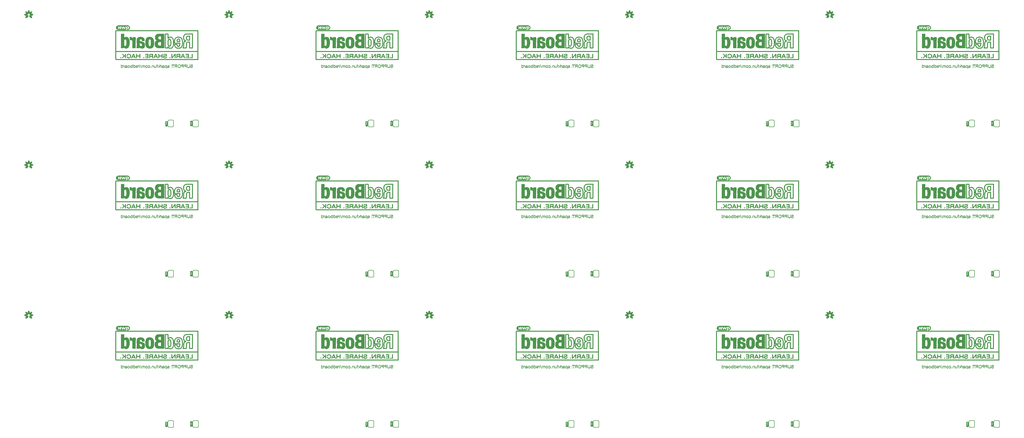
<source format=gbo>
G04 EAGLE Gerber RS-274X export*
G75*
%MOMM*%
%FSLAX34Y34*%
%LPD*%
%INSilkscreen Bottom*%
%IPPOS*%
%AMOC8*
5,1,8,0,0,1.08239X$1,22.5*%
G01*
%ADD10R,0.320038X0.018794*%
%ADD11R,0.299719X0.018794*%
%ADD12R,0.563881X0.018794*%
%ADD13R,0.505456X0.018794*%
%ADD14R,1.183638X0.018794*%
%ADD15R,1.257300X0.018794*%
%ADD16R,0.337819X0.018794*%
%ADD17R,0.281938X0.018794*%
%ADD18R,0.355600X0.018794*%
%ADD19R,0.711200X0.018794*%
%ADD20R,0.302256X0.018794*%
%ADD21R,0.637537X0.018794*%
%ADD22R,0.411475X0.018794*%
%ADD23R,1.183638X0.018544*%
%ADD24R,1.257300X0.018544*%
%ADD25R,0.320038X0.018544*%
%ADD26R,0.337819X0.018544*%
%ADD27R,0.299719X0.018544*%
%ADD28R,0.317500X0.018544*%
%ADD29R,0.281938X0.018544*%
%ADD30R,0.375919X0.018544*%
%ADD31R,0.807719X0.018544*%
%ADD32R,0.302256X0.018544*%
%ADD33R,0.751838X0.018544*%
%ADD34R,0.393700X0.018544*%
%ADD35R,0.375919X0.018794*%
%ADD36R,0.899156X0.018794*%
%ADD37R,0.317500X0.018794*%
%ADD38R,0.825500X0.018794*%
%ADD39R,0.393700X0.018794*%
%ADD40R,0.975356X0.018794*%
%ADD41R,0.919481X0.018794*%
%ADD42R,0.411481X0.018794*%
%ADD43R,1.031238X0.018794*%
%ADD44R,0.431800X0.018794*%
%ADD45R,1.087119X0.018794*%
%ADD46R,0.335275X0.018794*%
%ADD47R,0.414019X0.018794*%
%ADD48R,0.449581X0.018794*%
%ADD49R,1.125219X0.018794*%
%ADD50R,0.302262X0.018794*%
%ADD51R,0.335281X0.018794*%
%ADD52R,1.163319X0.018794*%
%ADD53R,1.143000X0.018794*%
%ADD54R,0.335281X0.018544*%
%ADD55R,0.469900X0.018544*%
%ADD56R,1.198881X0.018544*%
%ADD57R,0.302262X0.018544*%
%ADD58R,1.181100X0.018544*%
%ADD59R,0.487681X0.018794*%
%ADD60R,1.239519X0.018794*%
%ADD61R,1.219200X0.018794*%
%ADD62R,0.525781X0.018794*%
%ADD63R,0.469900X0.018794*%
%ADD64R,0.452119X0.018794*%
%ADD65R,0.429263X0.018794*%
%ADD66R,0.543556X0.018794*%
%ADD67R,0.561338X0.018794*%
%ADD68R,0.396238X0.018794*%
%ADD69R,0.299719X0.018538*%
%ADD70R,0.317500X0.018538*%
%ADD71R,0.320038X0.018538*%
%ADD72R,0.281938X0.018538*%
%ADD73R,0.581656X0.018538*%
%ADD74R,0.358137X0.018538*%
%ADD75R,0.337819X0.018538*%
%ADD76R,0.302256X0.018538*%
%ADD77R,0.393700X0.018538*%
%ADD78R,0.355600X0.018538*%
%ADD79R,0.414019X0.018538*%
%ADD80R,0.599438X0.018794*%
%ADD81R,0.358137X0.018794*%
%ADD82R,0.619756X0.018794*%
%ADD83R,1.313175X0.018794*%
%ADD84R,1.313181X0.018794*%
%ADD85R,1.292856X0.018794*%
%ADD86R,1.295400X0.018794*%
%ADD87R,1.275081X0.018794*%
%ADD88R,1.275075X0.018794*%
%ADD89R,1.257300X0.018538*%
%ADD90R,1.254756X0.018538*%
%ADD91R,0.411481X0.018538*%
%ADD92R,1.254756X0.018794*%
%ADD93R,1.236975X0.018794*%
%ADD94R,1.221738X0.018794*%
%ADD95R,1.198881X0.018794*%
%ADD96R,1.201419X0.018794*%
%ADD97R,1.181100X0.018794*%
%ADD98R,0.373375X0.018794*%
%ADD99R,1.145538X0.018544*%
%ADD100R,0.431800X0.018544*%
%ADD101R,0.429256X0.018544*%
%ADD102R,1.143000X0.018544*%
%ADD103R,0.411475X0.018544*%
%ADD104R,1.127763X0.018794*%
%ADD105R,0.449575X0.018794*%
%ADD106R,0.657856X0.018794*%
%ADD107R,0.487675X0.018794*%
%ADD108R,1.198875X0.018794*%
%ADD109R,1.277619X0.018794*%
%ADD110R,0.789938X0.018794*%
%ADD111R,0.881381X0.018794*%
%ADD112R,0.525775X0.018794*%
%ADD113R,1.198875X0.018544*%
%ADD114R,1.219200X0.018544*%
%ADD115R,0.937256X0.018544*%
%ADD116R,1.498600X0.018544*%
%ADD117R,1.201419X0.018544*%
%ADD118R,1.501138X0.018544*%
%ADD119R,0.993138X0.018794*%
%ADD120R,1.498600X0.018794*%
%ADD121R,1.501138X0.018794*%
%ADD122R,0.919475X0.018794*%
%ADD123R,1.013456X0.018794*%
%ADD124R,1.051556X0.018794*%
%ADD125R,1.069338X0.018794*%
%ADD126R,0.881375X0.018794*%
%ADD127R,0.861056X0.018794*%
%ADD128R,0.843275X0.018794*%
%ADD129R,0.373381X0.018544*%
%ADD130R,0.995675X0.018544*%
%ADD131R,0.373375X0.018544*%
%ADD132R,0.508000X0.018544*%
%ADD133R,0.937256X0.018794*%
%ADD134R,0.467356X0.018794*%
%ADD135R,0.863600X0.018794*%
%ADD136R,0.769619X0.018794*%
%ADD137R,0.505463X0.018794*%
%ADD138R,0.279400X0.018794*%
%ADD139R,0.302262X0.018538*%
%ADD140R,0.396238X0.018538*%
%ADD141R,0.601981X0.018794*%
%ADD142R,0.581656X0.018794*%
%ADD143R,0.581656X0.018544*%
%ADD144R,0.543556X0.018544*%
%ADD145R,0.355600X0.018544*%
%ADD146R,0.581663X0.018544*%
%ADD147R,0.396238X0.018544*%
%ADD148R,0.411481X0.018544*%
%ADD149R,0.414019X0.018544*%
%ADD150R,0.563875X0.018794*%
%ADD151R,1.351281X0.018794*%
%ADD152R,0.508000X0.018794*%
%ADD153R,1.351275X0.018794*%
%ADD154R,1.236981X0.018794*%
%ADD155R,0.546100X0.018794*%
%ADD156R,0.523238X0.018794*%
%ADD157R,1.333500X0.018794*%
%ADD158R,1.107438X0.018794*%
%ADD159R,1.236975X0.018544*%
%ADD160R,1.295400X0.018544*%
%ADD161R,1.069338X0.018544*%
%ADD162R,0.467356X0.018544*%
%ADD163R,1.236981X0.018544*%
%ADD164R,1.089656X0.018544*%
%ADD165R,0.995681X0.018794*%
%ADD166R,0.429256X0.018794*%
%ADD167R,0.977900X0.018794*%
%ADD168R,0.843281X0.018794*%
%ADD169R,0.767081X0.018794*%
%ADD170R,1.127756X0.018794*%
%ADD171R,0.749300X0.018794*%
%ADD172R,1.033781X0.018794*%
%ADD173R,0.675638X0.018794*%
%ADD174R,1.033775X0.018794*%
%ADD175R,0.655319X0.018794*%
%ADD176R,0.525781X0.018538*%
%ADD177R,0.508000X0.018538*%
%ADD178R,0.185419X0.023363*%
%ADD179R,0.185419X0.023113*%
%ADD180R,0.185419X0.023369*%
%ADD181R,0.165100X0.023113*%
%ADD182R,0.231138X0.023113*%
%ADD183R,0.093981X0.023113*%
%ADD184R,0.048256X0.023113*%
%ADD185R,0.048262X0.023113*%
%ADD186R,0.071119X0.023113*%
%ADD187R,0.045719X0.023113*%
%ADD188R,0.139700X0.023113*%
%ADD189R,0.068575X0.023113*%
%ADD190R,0.421637X0.023363*%
%ADD191R,0.419100X0.023363*%
%ADD192R,0.210819X0.023363*%
%ADD193R,0.327663X0.023363*%
%ADD194R,0.208281X0.023363*%
%ADD195R,0.350519X0.023363*%
%ADD196R,0.256538X0.023363*%
%ADD197R,0.304800X0.023363*%
%ADD198R,0.233675X0.023363*%
%ADD199R,0.187956X0.023363*%
%ADD200R,0.233681X0.023363*%
%ADD201R,0.162556X0.023363*%
%ADD202R,0.162562X0.023363*%
%ADD203R,0.281938X0.023363*%
%ADD204R,0.279400X0.023363*%
%ADD205R,0.302256X0.023363*%
%ADD206R,0.513075X0.023369*%
%ADD207R,0.513081X0.023369*%
%ADD208R,0.210819X0.023369*%
%ADD209R,0.490219X0.023369*%
%ADD210R,0.208275X0.023369*%
%ADD211R,0.208281X0.023369*%
%ADD212R,0.467356X0.023369*%
%ADD213R,0.373381X0.023369*%
%ADD214R,0.396238X0.023369*%
%ADD215R,0.233675X0.023369*%
%ADD216R,0.187956X0.023369*%
%ADD217R,0.347981X0.023369*%
%ADD218R,0.419100X0.023369*%
%ADD219R,0.187963X0.023369*%
%ADD220R,0.373375X0.023369*%
%ADD221R,0.162562X0.023369*%
%ADD222R,0.421637X0.023369*%
%ADD223R,0.162556X0.023369*%
%ADD224R,0.629919X0.023369*%
%ADD225R,0.607056X0.023369*%
%ADD226R,0.561338X0.023369*%
%ADD227R,0.535938X0.023369*%
%ADD228R,0.464819X0.023369*%
%ADD229R,0.256538X0.023369*%
%ADD230R,0.487675X0.023369*%
%ADD231R,0.487681X0.023369*%
%ADD232R,0.441956X0.023369*%
%ADD233R,0.444500X0.023369*%
%ADD234R,0.678181X0.023369*%
%ADD235R,0.698500X0.023369*%
%ADD236R,0.607063X0.023369*%
%ADD237R,0.581663X0.023369*%
%ADD238R,0.792475X0.023369*%
%ADD239R,0.538481X0.023369*%
%ADD240R,0.558800X0.023369*%
%ADD241R,0.769619X0.023369*%
%ADD242R,0.723900X0.023363*%
%ADD243R,0.721356X0.023363*%
%ADD244R,0.675638X0.023363*%
%ADD245R,0.208275X0.023363*%
%ADD246R,0.629919X0.023363*%
%ADD247R,0.515619X0.023363*%
%ADD248R,0.792475X0.023363*%
%ADD249R,0.698500X0.023363*%
%ADD250R,0.607056X0.023363*%
%ADD251R,0.187963X0.023363*%
%ADD252R,0.584200X0.023363*%
%ADD253R,0.535938X0.023363*%
%ADD254R,0.627375X0.023363*%
%ADD255R,0.769619X0.023113*%
%ADD256R,0.210819X0.023113*%
%ADD257R,0.746756X0.023113*%
%ADD258R,0.208275X0.023113*%
%ADD259R,0.208281X0.023113*%
%ADD260R,0.678181X0.023113*%
%ADD261R,0.817875X0.023113*%
%ADD262R,0.187956X0.023113*%
%ADD263R,0.233681X0.023113*%
%ADD264R,0.698500X0.023113*%
%ADD265R,0.233675X0.023113*%
%ADD266R,0.652781X0.023113*%
%ADD267R,0.187963X0.023113*%
%ADD268R,0.629919X0.023113*%
%ADD269R,0.744219X0.023113*%
%ADD270R,0.652775X0.023113*%
%ADD271R,0.815338X0.023369*%
%ADD272R,0.795019X0.023369*%
%ADD273R,0.279400X0.023369*%
%ADD274R,0.350519X0.023369*%
%ADD275R,0.302256X0.023369*%
%ADD276R,0.231138X0.023369*%
%ADD277R,0.325119X0.023369*%
%ADD278R,0.302262X0.023369*%
%ADD279R,0.281938X0.023369*%
%ADD280R,0.302262X0.023363*%
%ADD281R,0.373381X0.023363*%
%ADD282R,0.327656X0.023363*%
%ADD283R,0.231138X0.023363*%
%ADD284R,0.233681X0.023369*%
%ADD285R,0.304800X0.023369*%
%ADD286R,0.370838X0.023369*%
%ADD287R,0.464819X0.023113*%
%ADD288R,0.441956X0.023113*%
%ADD289R,0.513081X0.023113*%
%ADD290R,0.795019X0.023113*%
%ADD291R,0.419100X0.023113*%
%ADD292R,0.513075X0.023363*%
%ADD293R,0.652781X0.023363*%
%ADD294R,0.490219X0.023363*%
%ADD295R,0.795019X0.023363*%
%ADD296R,0.584200X0.023369*%
%ADD297R,0.675638X0.023369*%
%ADD298R,0.678175X0.023369*%
%ADD299R,0.467363X0.023369*%
%ADD300R,0.746756X0.023369*%
%ADD301R,0.838200X0.023369*%
%ADD302R,0.769619X0.023363*%
%ADD303R,0.558800X0.023113*%
%ADD304R,0.815338X0.023113*%
%ADD305R,0.840738X0.023369*%
%ADD306R,0.744219X0.023369*%
%ADD307R,0.607063X0.023363*%
%ADD308R,0.863600X0.023363*%
%ADD309R,0.581656X0.023369*%
%ADD310R,0.513075X0.023113*%
%ADD311R,0.279400X0.023113*%
%ADD312R,0.327656X0.023113*%
%ADD313R,0.256538X0.023113*%
%ADD314R,0.325119X0.023113*%
%ADD315R,0.302256X0.023113*%
%ADD316R,0.327656X0.023369*%
%ADD317R,1.165856X0.023369*%
%ADD318R,0.723900X0.023369*%
%ADD319R,0.721363X0.023369*%
%ADD320R,0.627375X0.023369*%
%ADD321R,0.464819X0.023363*%
%ADD322R,0.513081X0.023363*%
%ADD323R,0.467356X0.023363*%
%ADD324R,0.581656X0.023363*%
%ADD325R,0.538475X0.023369*%
%ADD326R,0.490219X0.023113*%
%ADD327R,0.373381X0.023113*%
%ADD328R,0.162556X0.023113*%
%ADD329R,0.350519X0.023113*%
%ADD330R,0.396238X0.023113*%
%ADD331R,0.370838X0.023113*%
%ADD332R,0.444500X0.023113*%
%ADD333R,0.396238X0.023363*%
%ADD334R,0.325119X0.023363*%
%ADD335R,0.373375X0.023363*%
%ADD336R,0.139700X0.023369*%
%ADD337R,0.116838X0.023369*%
%ADD338R,0.165100X0.023369*%
%ADD339R,0.883919X0.023363*%
%ADD340R,0.957575X0.023363*%
%ADD341R,0.861056X0.023369*%
%ADD342R,0.957575X0.023369*%
%ADD343R,0.701037X0.023369*%
%ADD344R,0.655319X0.023369*%
%ADD345R,0.792481X0.023369*%
%ADD346R,0.652781X0.023369*%
%ADD347R,0.607063X0.023113*%
%ADD348R,0.957575X0.023113*%
%ADD349R,0.721356X0.023369*%
%ADD350R,0.558800X0.023363*%
%ADD351R,0.561338X0.023363*%
%ADD352R,0.604519X0.023363*%
%ADD353R,29.504638X0.023113*%
%ADD354R,29.621475X0.023363*%
%ADD355R,29.646875X0.023369*%
%ADD356R,29.669738X0.023369*%
%ADD357R,29.715463X0.023363*%
%ADD358R,29.715463X0.023113*%
%ADD359R,29.715463X0.023369*%
%ADD360R,0.302262X0.023113*%
%ADD361R,0.304800X0.023113*%
%ADD362R,0.723900X0.023113*%
%ADD363R,1.003300X0.023369*%
%ADD364R,1.165863X0.023369*%
%ADD365R,0.863600X0.023369*%
%ADD366R,0.398775X0.023369*%
%ADD367R,1.026156X0.023369*%
%ADD368R,1.143000X0.023369*%
%ADD369R,1.305556X0.023369*%
%ADD370R,1.000756X0.023369*%
%ADD371R,0.886456X0.023369*%
%ADD372R,1.165856X0.023363*%
%ADD373R,1.236975X0.023363*%
%ADD374R,1.424937X0.023363*%
%ADD375R,1.143000X0.023363*%
%ADD376R,1.071881X0.023363*%
%ADD377R,1.026156X0.023363*%
%ADD378R,0.746756X0.023363*%
%ADD379R,1.234438X0.023369*%
%ADD380R,1.328419X0.023369*%
%ADD381R,1.539238X0.023369*%
%ADD382R,1.211581X0.023369*%
%ADD383R,0.932181X0.023369*%
%ADD384R,1.234438X0.023113*%
%ADD385R,1.328419X0.023113*%
%ADD386R,1.633219X0.023113*%
%ADD387R,1.282700X0.023113*%
%ADD388R,1.165856X0.023113*%
%ADD389R,1.866900X0.023113*%
%ADD390R,1.071875X0.023113*%
%ADD391R,0.955038X0.023113*%
%ADD392R,1.026156X0.023113*%
%ADD393R,0.980438X0.023113*%
%ADD394R,1.285238X0.023363*%
%ADD395R,1.376681X0.023363*%
%ADD396R,1.750056X0.023363*%
%ADD397R,1.330956X0.023363*%
%ADD398R,1.191256X0.023363*%
%ADD399R,2.192019X0.023363*%
%ADD400R,1.493519X0.023363*%
%ADD401R,1.051562X0.023363*%
%ADD402R,1.097275X0.023363*%
%ADD403R,1.049019X0.023363*%
%ADD404R,1.285238X0.023369*%
%ADD405R,1.376681X0.023369*%
%ADD406R,1.818638X0.023369*%
%ADD407R,1.376675X0.023369*%
%ADD408R,1.191256X0.023369*%
%ADD409R,2.286000X0.023369*%
%ADD410R,1.562100X0.023369*%
%ADD411R,1.214119X0.023369*%
%ADD412R,1.051562X0.023369*%
%ADD413R,1.097275X0.023369*%
%ADD414R,1.071881X0.023369*%
%ADD415R,1.308100X0.023369*%
%ADD416R,1.422400X0.023369*%
%ADD417R,1.887219X0.023369*%
%ADD418R,1.468119X0.023369*%
%ADD419R,2.354581X0.023369*%
%ADD420R,1.656081X0.023369*%
%ADD421R,1.282700X0.023369*%
%ADD422R,1.097281X0.023369*%
%ADD423R,1.236981X0.023369*%
%ADD424R,1.960875X0.023369*%
%ADD425R,2.727956X0.023369*%
%ADD426R,2.448556X0.023369*%
%ADD427R,1.701800X0.023369*%
%ADD428R,1.351275X0.023369*%
%ADD429R,1.308100X0.023113*%
%ADD430R,1.422400X0.023113*%
%ADD431R,2.006600X0.023113*%
%ADD432R,2.753356X0.023113*%
%ADD433R,2.542538X0.023113*%
%ADD434R,1.795781X0.023113*%
%ADD435R,1.399538X0.023113*%
%ADD436R,1.097281X0.023113*%
%ADD437R,1.143000X0.023113*%
%ADD438R,1.353819X0.023113*%
%ADD439R,1.071881X0.023113*%
%ADD440R,1.727200X0.023369*%
%ADD441R,2.588256X0.023369*%
%ADD442R,1.889756X0.023369*%
%ADD443R,1.447800X0.023369*%
%ADD444R,1.399538X0.023369*%
%ADD445R,1.445256X0.023369*%
%ADD446R,1.656075X0.023369*%
%ADD447R,2.636519X0.023369*%
%ADD448R,1.935481X0.023369*%
%ADD449R,1.516381X0.023369*%
%ADD450R,1.493519X0.023369*%
%ADD451R,1.308100X0.023363*%
%ADD452R,1.422400X0.023363*%
%ADD453R,1.610356X0.023363*%
%ADD454R,2.682238X0.023363*%
%ADD455R,2.029456X0.023363*%
%ADD456R,1.562100X0.023363*%
%ADD457R,1.120138X0.023363*%
%ADD458R,1.539238X0.023363*%
%ADD459R,0.441963X0.023369*%
%ADD460R,2.075181X0.023369*%
%ADD461R,1.584956X0.023369*%
%ADD462R,1.094738X0.023369*%
%ADD463R,2.776219X0.023369*%
%ADD464R,2.123438X0.023369*%
%ADD465R,1.633219X0.023369*%
%ADD466R,0.281938X0.023113*%
%ADD467R,0.398781X0.023113*%
%ADD468R,0.538481X0.023113*%
%ADD469R,2.821938X0.023113*%
%ADD470R,2.169156X0.023113*%
%ADD471R,1.678937X0.023113*%
%ADD472R,1.117600X0.023113*%
%ADD473R,2.705100X0.023113*%
%ADD474R,2.844800X0.023369*%
%ADD475R,2.192019X0.023369*%
%ADD476R,2.799075X0.023369*%
%ADD477R,2.727963X0.023369*%
%ADD478R,2.893056X0.023369*%
%ADD479R,2.237738X0.023369*%
%ADD480R,2.821938X0.023369*%
%ADD481R,2.915919X0.023369*%
%ADD482R,2.753363X0.023369*%
%ADD483R,0.398781X0.023363*%
%ADD484R,2.938781X0.023363*%
%ADD485R,2.331719X0.023363*%
%ADD486R,2.821938X0.023363*%
%ADD487R,2.776219X0.023363*%
%ADD488R,2.961638X0.023369*%
%ADD489R,2.379981X0.023369*%
%ADD490R,2.799081X0.023369*%
%ADD491R,0.373375X0.023113*%
%ADD492R,0.347975X0.023113*%
%ADD493R,2.984500X0.023113*%
%ADD494R,2.425700X0.023113*%
%ADD495R,2.844800X0.023113*%
%ADD496R,2.799081X0.023113*%
%ADD497R,3.007356X0.023363*%
%ADD498R,2.471419X0.023363*%
%ADD499R,2.867656X0.023363*%
%ADD500R,3.055619X0.023369*%
%ADD501R,2.494275X0.023369*%
%ADD502R,2.867656X0.023369*%
%ADD503R,3.078481X0.023369*%
%ADD504R,2.519675X0.023369*%
%ADD505R,0.091438X0.023369*%
%ADD506R,0.327663X0.023369*%
%ADD507R,2.542538X0.023369*%
%ADD508R,3.101338X0.023369*%
%ADD509R,2.565400X0.023369*%
%ADD510R,2.867663X0.023369*%
%ADD511R,0.467356X0.023113*%
%ADD512R,0.347981X0.023113*%
%ADD513R,3.124200X0.023113*%
%ADD514R,2.590800X0.023113*%
%ADD515R,2.915919X0.023113*%
%ADD516R,2.867663X0.023113*%
%ADD517R,3.124200X0.023369*%
%ADD518R,2.613656X0.023369*%
%ADD519R,2.893063X0.023369*%
%ADD520R,3.149600X0.023369*%
%ADD521R,0.701037X0.023363*%
%ADD522R,0.068581X0.023363*%
%ADD523R,3.172456X0.023363*%
%ADD524R,2.659381X0.023363*%
%ADD525R,2.915919X0.023363*%
%ADD526R,3.195319X0.023369*%
%ADD527R,2.682238X0.023369*%
%ADD528R,0.604519X0.023369*%
%ADD529R,2.705100X0.023369*%
%ADD530R,0.838200X0.023113*%
%ADD531R,0.701037X0.023113*%
%ADD532R,3.218181X0.023113*%
%ADD533R,2.727956X0.023113*%
%ADD534R,2.938781X0.023113*%
%ADD535R,0.886463X0.023369*%
%ADD536R,0.746762X0.023369*%
%ADD537R,3.241038X0.023369*%
%ADD538R,2.753356X0.023369*%
%ADD539R,2.938781X0.023369*%
%ADD540R,0.934719X0.023369*%
%ADD541R,1.259838X0.023369*%
%ADD542R,0.957581X0.023369*%
%ADD543R,1.188719X0.023369*%
%ADD544R,0.957581X0.023363*%
%ADD545R,0.886456X0.023363*%
%ADD546R,3.263900X0.023363*%
%ADD547R,1.214119X0.023363*%
%ADD548R,1.211575X0.023363*%
%ADD549R,1.165863X0.023363*%
%ADD550R,2.961638X0.023363*%
%ADD551R,0.934719X0.023113*%
%ADD552R,3.263900X0.023113*%
%ADD553R,1.191256X0.023113*%
%ADD554R,1.330956X0.023113*%
%ADD555R,2.961638X0.023113*%
%ADD556R,3.289300X0.023369*%
%ADD557R,1.120138X0.023369*%
%ADD558R,0.980438X0.023363*%
%ADD559R,3.289300X0.023363*%
%ADD560R,1.236981X0.023363*%
%ADD561R,1.234438X0.023363*%
%ADD562R,3.312156X0.023369*%
%ADD563R,1.117600X0.023369*%
%ADD564R,1.211575X0.023369*%
%ADD565R,1.305562X0.023369*%
%ADD566R,1.678937X0.023369*%
%ADD567R,1.539238X0.023113*%
%ADD568R,1.120138X0.023113*%
%ADD569R,1.094738X0.023113*%
%ADD570R,1.259838X0.023113*%
%ADD571R,1.168400X0.023369*%
%ADD572R,1.445263X0.023369*%
%ADD573R,1.094738X0.023363*%
%ADD574R,1.305556X0.023113*%
%ADD575R,1.188719X0.023113*%
%ADD576R,1.257300X0.023363*%
%ADD577R,1.117600X0.023363*%
%ADD578R,1.097281X0.023363*%
%ADD579R,1.188719X0.023363*%
%ADD580R,1.165863X0.023113*%
%ADD581R,1.236981X0.023113*%
%ADD582R,1.049019X0.023369*%
%ADD583R,0.932175X0.023113*%
%ADD584R,1.214119X0.023113*%
%ADD585R,1.236975X0.023369*%
%ADD586R,1.236975X0.023113*%
%ADD587R,1.282700X0.023363*%
%ADD588R,1.353819X0.023369*%
%ADD589R,2.098038X0.023369*%
%ADD590R,1.397000X0.023369*%
%ADD591R,2.146300X0.023369*%
%ADD592R,2.192019X0.023113*%
%ADD593R,1.584956X0.023113*%
%ADD594R,2.214881X0.023369*%
%ADD595R,2.169163X0.023113*%
%ADD596R,1.211581X0.023113*%
%ADD597R,2.730500X0.023113*%
%ADD598R,2.169163X0.023369*%
%ADD599R,2.120900X0.023369*%
%ADD600R,2.659381X0.023369*%
%ADD601R,2.636519X0.023363*%
%ADD602R,0.535938X0.023113*%
%ADD603R,2.588256X0.023113*%
%ADD604R,1.259838X0.023363*%
%ADD605R,2.542538X0.023363*%
%ADD606R,2.519681X0.023369*%
%ADD607R,2.473956X0.023369*%
%ADD608R,1.191263X0.023113*%
%ADD609R,1.376675X0.023113*%
%ADD610R,2.402837X0.023113*%
%ADD611R,2.331719X0.023369*%
%ADD612R,1.513838X0.023363*%
%ADD613R,2.217419X0.023363*%
%ADD614R,0.980438X0.023369*%
%ADD615R,1.000762X0.023369*%
%ADD616R,0.909319X0.023113*%
%ADD617R,2.029456X0.023113*%
%ADD618R,1.960881X0.023369*%
%ADD619R,1.866900X0.023369*%
%ADD620R,3.172456X0.023369*%
%ADD621R,1.795781X0.023369*%
%ADD622R,3.149600X0.023363*%
%ADD623R,1.704338X0.023363*%
%ADD624R,1.610356X0.023369*%
%ADD625R,3.101338X0.023363*%
%ADD626R,1.447800X0.023363*%
%ADD627R,0.652775X0.023369*%
%ADD628R,3.032756X0.023369*%
%ADD629R,2.984500X0.023363*%
%ADD630R,0.584200X0.023113*%
%ADD631R,2.893056X0.023363*%
%ADD632R,0.886463X0.023363*%
%ADD633R,2.750819X0.023369*%
%ADD634R,0.607056X0.023113*%
%ADD635R,2.750819X0.023363*%
%ADD636R,1.305556X0.023363*%
%ADD637R,0.909319X0.023369*%
%ADD638R,0.977900X0.023113*%
%ADD639R,0.421637X0.023113*%
%ADD640R,1.026163X0.023363*%
%ADD641R,2.844800X0.023363*%
%ADD642R,1.211581X0.023363*%
%ADD643R,1.516375X0.023369*%
%ADD644R,1.607819X0.023369*%
%ADD645R,1.191263X0.023369*%
%ADD646R,1.049019X0.023113*%
%ADD647R,2.146300X0.023113*%
%ADD648R,1.168400X0.023113*%
%ADD649R,2.984500X0.023369*%
%ADD650R,1.074419X0.023369*%
%ADD651R,3.007356X0.023369*%
%ADD652R,0.347975X0.023363*%
%ADD653R,0.441963X0.023363*%
%ADD654R,3.032756X0.023363*%
%ADD655R,2.146300X0.023363*%
%ADD656R,1.305562X0.023363*%
%ADD657R,0.347975X0.023369*%
%ADD658R,1.727200X0.023113*%
%ADD659R,1.257300X0.023369*%
%ADD660R,0.934719X0.023363*%
%ADD661R,0.746762X0.023363*%
%ADD662R,1.351275X0.023363*%
%ADD663R,1.351281X0.023363*%
%ADD664R,0.861063X0.023113*%
%ADD665R,0.815338X0.023363*%
%ADD666R,2.727956X0.023363*%
%ADD667R,0.114300X0.023369*%
%ADD668R,2.659375X0.023369*%
%ADD669R,0.091438X0.023363*%
%ADD670R,2.590800X0.023363*%
%ADD671R,2.867663X0.023363*%
%ADD672R,2.636519X0.023113*%
%ADD673R,0.347981X0.023363*%
%ADD674R,2.588256X0.023363*%
%ADD675R,2.471419X0.023369*%
%ADD676R,2.448556X0.023113*%
%ADD677R,2.496819X0.023113*%
%ADD678R,2.402837X0.023369*%
%ADD679R,2.357119X0.023369*%
%ADD680R,0.398781X0.023369*%
%ADD681R,2.308863X0.023369*%
%ADD682R,2.260600X0.023363*%
%ADD683R,2.354575X0.023363*%
%ADD684R,2.753363X0.023363*%
%ADD685R,2.214875X0.023369*%
%ADD686R,1.026163X0.023369*%
%ADD687R,0.467363X0.023113*%
%ADD688R,0.441963X0.023113*%
%ADD689R,2.286000X0.023113*%
%ADD690R,1.003300X0.023113*%
%ADD691R,0.444500X0.023363*%
%ADD692R,2.240281X0.023363*%
%ADD693R,2.100581X0.023369*%
%ADD694R,2.052319X0.023369*%
%ADD695R,1.981200X0.023369*%
%ADD696R,0.911863X0.023369*%
%ADD697R,0.721363X0.023363*%
%ADD698R,1.935475X0.023363*%
%ADD699R,1.445256X0.023363*%
%ADD700R,0.840738X0.023113*%
%ADD701R,0.792481X0.023113*%
%ADD702R,1.844037X0.023113*%
%ADD703R,1.960881X0.023113*%
%ADD704R,0.863600X0.023113*%
%ADD705R,1.376681X0.023113*%
%ADD706R,1.772919X0.023369*%
%ADD707R,1.912619X0.023369*%
%ADD708R,1.864356X0.023363*%
%ADD709R,1.724662X0.023363*%
%ADD710R,1.701800X0.023363*%
%ADD711R,1.818638X0.023363*%
%ADD712R,0.817881X0.023363*%
%ADD713R,1.071875X0.023369*%
%ADD714R,1.564638X0.023369*%
%ADD715R,1.681475X0.023369*%
%ADD716R,1.607819X0.023113*%
%ADD717R,1.211575X0.023113*%
%ADD718R,0.655319X0.023113*%
%ADD719R,0.957581X0.023113*%
%ADD720R,0.955038X0.023363*%
%ADD721R,0.840738X0.023363*%
%ADD722R,0.721356X0.023113*%
%ADD723R,1.351281X0.023369*%
%ADD724R,1.678937X0.023363*%
%ADD725R,3.195319X0.023113*%
%ADD726R,0.977900X0.023363*%
%ADD727R,3.149600X0.023113*%
%ADD728R,3.124200X0.023363*%
%ADD729R,3.078481X0.023363*%
%ADD730R,3.055619X0.023113*%
%ADD731R,0.561338X0.023113*%
%ADD732R,2.799081X0.023363*%
%ADD733R,0.817875X0.023369*%
%ADD734R,2.987038X0.023369*%
%ADD735R,2.964181X0.023363*%
%ADD736R,2.611119X0.023113*%
%ADD737R,2.847338X0.023363*%
%ADD738R,2.494281X0.023363*%
%ADD739R,2.425700X0.023369*%
%ADD740R,2.707638X0.023369*%
%ADD741R,2.263138X0.023369*%
%ADD742R,2.588262X0.023113*%
%ADD743R,2.100581X0.023113*%
%ADD744R,1.074419X0.023113*%
%ADD745R,2.494281X0.023369*%
%ADD746R,0.977900X0.023369*%
%ADD747R,2.400300X0.023369*%
%ADD748R,2.240275X0.023363*%
%ADD749R,29.692600X0.023369*%
%ADD750R,29.621475X0.023113*%
%ADD751R,29.621475X0.023369*%
%ADD752R,29.504638X0.023369*%
%ADD753C,0.152400*%
%ADD754R,0.020000X1.340000*%
%ADD755R,0.020000X1.460000*%
%ADD756R,0.020000X1.540000*%
%ADD757R,0.020000X1.620000*%
%ADD758R,0.020000X1.660000*%
%ADD759R,0.020000X1.700000*%
%ADD760R,0.020000X1.740000*%
%ADD761R,0.020000X1.180000*%
%ADD762R,0.020000X0.500000*%
%ADD763R,0.020000X0.600000*%
%ADD764R,0.020000X0.200000*%
%ADD765R,0.020000X0.160000*%
%ADD766R,0.020000X0.480000*%
%ADD767R,0.020000X0.180000*%
%ADD768R,0.020000X0.120000*%
%ADD769R,0.020000X0.440000*%
%ADD770R,0.020000X0.140000*%
%ADD771R,0.020000X0.100000*%
%ADD772R,0.020000X0.080000*%
%ADD773R,0.020000X0.620000*%
%ADD774R,0.020000X0.060000*%
%ADD775R,0.020000X0.040000*%
%ADD776R,0.020000X0.420000*%
%ADD777R,0.020000X0.640000*%
%ADD778R,0.020000X0.020000*%
%ADD779R,0.020000X0.280000*%
%ADD780R,0.020000X0.460000*%
%ADD781R,0.020000X0.240000*%
%ADD782R,0.020000X0.220000*%
%ADD783R,0.020000X0.520000*%
%ADD784R,0.020000X0.540000*%
%ADD785R,0.020000X0.580000*%
%ADD786R,0.020000X0.400000*%
%ADD787R,0.020000X0.380000*%
%ADD788R,0.020000X0.360000*%
%ADD789R,0.020000X0.300000*%
%ADD790R,0.020000X1.300000*%
%ADD791R,0.020000X1.420000*%
%ADD792R,0.020000X1.500000*%
%ADD793R,0.020000X1.580000*%
%ADD794R,0.020000X0.260000*%
%ADD795R,0.020000X0.320000*%
%ADD796R,0.020000X0.340000*%

G36*
X2522620Y1535236D02*
X2522620Y1535236D01*
X2522643Y1535239D01*
X2522650Y1535254D01*
X2522658Y1535260D01*
X2522657Y1535270D01*
X2522664Y1535286D01*
X2522664Y1547926D01*
X2525609Y1547926D01*
X2525613Y1547873D01*
X2525613Y1546818D01*
X2525619Y1546809D01*
X2525617Y1546798D01*
X2525636Y1546782D01*
X2525650Y1546761D01*
X2525661Y1546763D01*
X2525670Y1546756D01*
X2525713Y1546770D01*
X2525717Y1546771D01*
X2525718Y1546772D01*
X2525719Y1546772D01*
X2526034Y1547067D01*
X2526435Y1547400D01*
X2526877Y1547669D01*
X2527359Y1547859D01*
X2527865Y1547974D01*
X2528382Y1548023D01*
X2529423Y1547943D01*
X2529920Y1547792D01*
X2530404Y1547604D01*
X2530858Y1547351D01*
X2531261Y1547026D01*
X2531633Y1546665D01*
X2531939Y1546245D01*
X2532193Y1545790D01*
X2532409Y1545317D01*
X2532542Y1544812D01*
X2532657Y1544303D01*
X2532722Y1543259D01*
X2532623Y1542217D01*
X2532498Y1541710D01*
X2532338Y1541215D01*
X2532123Y1540740D01*
X2531846Y1540300D01*
X2531538Y1539881D01*
X2531151Y1539535D01*
X2530734Y1539227D01*
X2530281Y1538973D01*
X2529790Y1538803D01*
X2529288Y1538666D01*
X2528769Y1538617D01*
X2528248Y1538596D01*
X2527732Y1538653D01*
X2527230Y1538779D01*
X2526758Y1538992D01*
X2526325Y1539276D01*
X2525944Y1539630D01*
X2525722Y1539869D01*
X2525709Y1539872D01*
X2525702Y1539883D01*
X2525679Y1539880D01*
X2525656Y1539885D01*
X2525648Y1539875D01*
X2525635Y1539873D01*
X2525620Y1539840D01*
X2525614Y1539832D01*
X2525615Y1539829D01*
X2525613Y1539826D01*
X2525613Y1535443D01*
X2525612Y1535294D01*
X2525624Y1535275D01*
X2525627Y1535252D01*
X2525642Y1535245D01*
X2525648Y1535237D01*
X2525658Y1535238D01*
X2525674Y1535231D01*
X2528171Y1535231D01*
X2528173Y1535232D01*
X2528177Y1535231D01*
X2529755Y1535389D01*
X2529760Y1535392D01*
X2529767Y1535391D01*
X2531285Y1535848D01*
X2531289Y1535853D01*
X2531296Y1535853D01*
X2532696Y1536597D01*
X2532699Y1536601D01*
X2532706Y1536603D01*
X2533936Y1537604D01*
X2533938Y1537610D01*
X2533945Y1537613D01*
X2534956Y1538835D01*
X2534957Y1538840D01*
X2534963Y1538845D01*
X2535714Y1540241D01*
X2535714Y1540247D01*
X2535719Y1540253D01*
X2536185Y1541769D01*
X2536183Y1541774D01*
X2536187Y1541781D01*
X2536347Y1543359D01*
X2536344Y1543364D01*
X2536347Y1543372D01*
X2536194Y1544950D01*
X2536191Y1544954D01*
X2536192Y1544961D01*
X2536053Y1545469D01*
X2536052Y1545470D01*
X2536052Y1545471D01*
X2535739Y1546481D01*
X2535735Y1546484D01*
X2535735Y1546491D01*
X2535500Y1546963D01*
X2535499Y1546963D01*
X2535499Y1546965D01*
X2534994Y1547894D01*
X2534989Y1547897D01*
X2534988Y1547904D01*
X2533990Y1549135D01*
X2533985Y1549137D01*
X2533981Y1549144D01*
X2532764Y1550160D01*
X2532758Y1550160D01*
X2532753Y1550167D01*
X2531360Y1550924D01*
X2531354Y1550923D01*
X2531348Y1550929D01*
X2529833Y1551399D01*
X2529828Y1551397D01*
X2529821Y1551401D01*
X2528242Y1551560D01*
X2528240Y1551559D01*
X2528237Y1551561D01*
X2527708Y1551566D01*
X2494392Y1551566D01*
X2494390Y1551564D01*
X2494386Y1551566D01*
X2494145Y1551541D01*
X2493093Y1551435D01*
X2493091Y1551434D01*
X2493088Y1551435D01*
X2492570Y1551345D01*
X2492567Y1551342D01*
X2492562Y1551343D01*
X2491552Y1551029D01*
X2491550Y1551028D01*
X2491548Y1551028D01*
X2491056Y1550839D01*
X2491054Y1550836D01*
X2491049Y1550835D01*
X2490120Y1550331D01*
X2490118Y1550329D01*
X2490116Y1550328D01*
X2489672Y1550044D01*
X2489671Y1550041D01*
X2489666Y1550040D01*
X2488851Y1549367D01*
X2488850Y1549364D01*
X2488847Y1549363D01*
X2488470Y1548995D01*
X2488469Y1548992D01*
X2488465Y1548990D01*
X2487792Y1548175D01*
X2487792Y1548172D01*
X2487789Y1548170D01*
X2487494Y1547734D01*
X2487494Y1547731D01*
X2487491Y1547728D01*
X2486986Y1546799D01*
X2486987Y1546797D01*
X2486985Y1546796D01*
X2486985Y1546794D01*
X2486984Y1546793D01*
X2486782Y1546307D01*
X2486783Y1546304D01*
X2486781Y1546301D01*
X2486467Y1545291D01*
X2486468Y1545288D01*
X2486465Y1545285D01*
X2486363Y1544769D01*
X2486364Y1544766D01*
X2486362Y1544763D01*
X2486256Y1543711D01*
X2486257Y1543708D01*
X2486256Y1543705D01*
X2486247Y1543179D01*
X2486249Y1543176D01*
X2486247Y1543172D01*
X2486353Y1542120D01*
X2486354Y1542118D01*
X2486354Y1542116D01*
X2486439Y1541596D01*
X2486442Y1541593D01*
X2486441Y1541588D01*
X2486755Y1540578D01*
X2486756Y1540576D01*
X2486756Y1540574D01*
X2486942Y1540081D01*
X2486945Y1540079D01*
X2486945Y1540073D01*
X2487450Y1539144D01*
X2487452Y1539143D01*
X2487452Y1539140D01*
X2487733Y1538695D01*
X2487736Y1538693D01*
X2487738Y1538688D01*
X2488411Y1537873D01*
X2488413Y1537872D01*
X2488414Y1537869D01*
X2488779Y1537490D01*
X2488782Y1537489D01*
X2488784Y1537485D01*
X2489600Y1536812D01*
X2489603Y1536811D01*
X2489604Y1536808D01*
X2490038Y1536510D01*
X2490041Y1536510D01*
X2490044Y1536507D01*
X2490973Y1536002D01*
X2490976Y1536003D01*
X2490979Y1536000D01*
X2491464Y1535795D01*
X2491467Y1535795D01*
X2491469Y1535793D01*
X2492480Y1535479D01*
X2492482Y1535480D01*
X2492485Y1535478D01*
X2493001Y1535371D01*
X2493004Y1535372D01*
X2493007Y1535370D01*
X2494059Y1535264D01*
X2494060Y1535264D01*
X2494062Y1535264D01*
X2494589Y1535231D01*
X2494591Y1535232D01*
X2494593Y1535231D01*
X2522090Y1535231D01*
X2522601Y1535224D01*
X2522620Y1535236D01*
G37*
G36*
X2522620Y996756D02*
X2522620Y996756D01*
X2522643Y996759D01*
X2522650Y996774D01*
X2522658Y996780D01*
X2522657Y996790D01*
X2522664Y996806D01*
X2522664Y1009446D01*
X2525609Y1009446D01*
X2525613Y1009393D01*
X2525613Y1008338D01*
X2525619Y1008329D01*
X2525617Y1008318D01*
X2525636Y1008302D01*
X2525650Y1008281D01*
X2525661Y1008283D01*
X2525670Y1008276D01*
X2525713Y1008290D01*
X2525717Y1008291D01*
X2525718Y1008292D01*
X2525719Y1008292D01*
X2526034Y1008587D01*
X2526435Y1008920D01*
X2526877Y1009189D01*
X2527359Y1009379D01*
X2527865Y1009494D01*
X2528382Y1009543D01*
X2529423Y1009463D01*
X2529920Y1009312D01*
X2530404Y1009124D01*
X2530858Y1008871D01*
X2531261Y1008546D01*
X2531633Y1008185D01*
X2531939Y1007765D01*
X2532193Y1007310D01*
X2532409Y1006837D01*
X2532542Y1006332D01*
X2532657Y1005823D01*
X2532722Y1004779D01*
X2532623Y1003737D01*
X2532498Y1003230D01*
X2532338Y1002735D01*
X2532123Y1002260D01*
X2531846Y1001820D01*
X2531538Y1001401D01*
X2531151Y1001055D01*
X2530734Y1000747D01*
X2530281Y1000493D01*
X2529790Y1000323D01*
X2529288Y1000186D01*
X2528769Y1000137D01*
X2528248Y1000116D01*
X2527732Y1000173D01*
X2527230Y1000299D01*
X2526758Y1000512D01*
X2526325Y1000796D01*
X2525944Y1001150D01*
X2525722Y1001389D01*
X2525709Y1001392D01*
X2525702Y1001403D01*
X2525679Y1001400D01*
X2525656Y1001405D01*
X2525648Y1001395D01*
X2525635Y1001393D01*
X2525620Y1001360D01*
X2525614Y1001352D01*
X2525615Y1001349D01*
X2525613Y1001346D01*
X2525613Y996963D01*
X2525612Y996814D01*
X2525624Y996795D01*
X2525627Y996772D01*
X2525642Y996765D01*
X2525648Y996757D01*
X2525658Y996758D01*
X2525674Y996751D01*
X2528171Y996751D01*
X2528173Y996752D01*
X2528177Y996751D01*
X2529755Y996909D01*
X2529760Y996912D01*
X2529767Y996911D01*
X2531285Y997368D01*
X2531289Y997373D01*
X2531296Y997373D01*
X2532696Y998117D01*
X2532699Y998121D01*
X2532706Y998123D01*
X2533936Y999124D01*
X2533938Y999130D01*
X2533945Y999133D01*
X2534956Y1000355D01*
X2534957Y1000360D01*
X2534963Y1000365D01*
X2535714Y1001761D01*
X2535714Y1001767D01*
X2535719Y1001773D01*
X2536185Y1003289D01*
X2536183Y1003294D01*
X2536187Y1003301D01*
X2536347Y1004879D01*
X2536344Y1004884D01*
X2536347Y1004892D01*
X2536194Y1006470D01*
X2536191Y1006474D01*
X2536192Y1006481D01*
X2536053Y1006989D01*
X2536052Y1006990D01*
X2536052Y1006991D01*
X2535739Y1008001D01*
X2535735Y1008004D01*
X2535735Y1008011D01*
X2535500Y1008483D01*
X2535499Y1008483D01*
X2535499Y1008485D01*
X2534994Y1009414D01*
X2534989Y1009417D01*
X2534988Y1009424D01*
X2533990Y1010655D01*
X2533985Y1010657D01*
X2533981Y1010664D01*
X2532764Y1011680D01*
X2532758Y1011680D01*
X2532753Y1011687D01*
X2531360Y1012444D01*
X2531354Y1012443D01*
X2531348Y1012449D01*
X2529833Y1012919D01*
X2529828Y1012917D01*
X2529821Y1012921D01*
X2528242Y1013080D01*
X2528240Y1013079D01*
X2528237Y1013081D01*
X2527708Y1013086D01*
X2494392Y1013086D01*
X2494390Y1013084D01*
X2494386Y1013086D01*
X2494145Y1013061D01*
X2493093Y1012955D01*
X2493091Y1012954D01*
X2493088Y1012955D01*
X2492570Y1012865D01*
X2492567Y1012862D01*
X2492562Y1012863D01*
X2491552Y1012549D01*
X2491550Y1012548D01*
X2491548Y1012548D01*
X2491056Y1012359D01*
X2491054Y1012356D01*
X2491049Y1012355D01*
X2490120Y1011851D01*
X2490118Y1011849D01*
X2490116Y1011848D01*
X2489672Y1011564D01*
X2489671Y1011561D01*
X2489666Y1011560D01*
X2488851Y1010887D01*
X2488850Y1010884D01*
X2488847Y1010883D01*
X2488470Y1010515D01*
X2488469Y1010512D01*
X2488465Y1010510D01*
X2487792Y1009695D01*
X2487792Y1009692D01*
X2487789Y1009690D01*
X2487494Y1009254D01*
X2487494Y1009251D01*
X2487491Y1009248D01*
X2486986Y1008319D01*
X2486987Y1008317D01*
X2486985Y1008316D01*
X2486985Y1008314D01*
X2486984Y1008313D01*
X2486782Y1007827D01*
X2486783Y1007824D01*
X2486781Y1007821D01*
X2486467Y1006811D01*
X2486468Y1006808D01*
X2486465Y1006805D01*
X2486363Y1006289D01*
X2486364Y1006286D01*
X2486362Y1006283D01*
X2486256Y1005231D01*
X2486257Y1005228D01*
X2486256Y1005225D01*
X2486247Y1004699D01*
X2486249Y1004696D01*
X2486247Y1004692D01*
X2486353Y1003640D01*
X2486354Y1003638D01*
X2486354Y1003636D01*
X2486439Y1003116D01*
X2486442Y1003113D01*
X2486441Y1003108D01*
X2486755Y1002098D01*
X2486756Y1002096D01*
X2486756Y1002094D01*
X2486942Y1001601D01*
X2486945Y1001599D01*
X2486945Y1001593D01*
X2487450Y1000664D01*
X2487452Y1000663D01*
X2487452Y1000660D01*
X2487733Y1000215D01*
X2487736Y1000213D01*
X2487738Y1000208D01*
X2488411Y999393D01*
X2488413Y999392D01*
X2488414Y999389D01*
X2488779Y999010D01*
X2488782Y999009D01*
X2488784Y999005D01*
X2489600Y998332D01*
X2489603Y998331D01*
X2489604Y998328D01*
X2490038Y998030D01*
X2490041Y998030D01*
X2490044Y998027D01*
X2490973Y997522D01*
X2490976Y997523D01*
X2490979Y997520D01*
X2491464Y997315D01*
X2491467Y997315D01*
X2491469Y997313D01*
X2492480Y996999D01*
X2492482Y997000D01*
X2492485Y996998D01*
X2493001Y996891D01*
X2493004Y996892D01*
X2493007Y996890D01*
X2494059Y996784D01*
X2494060Y996784D01*
X2494062Y996784D01*
X2494589Y996751D01*
X2494591Y996752D01*
X2494593Y996751D01*
X2522090Y996751D01*
X2522601Y996744D01*
X2522620Y996756D01*
G37*
G36*
X3238900Y1535236D02*
X3238900Y1535236D01*
X3238923Y1535239D01*
X3238930Y1535254D01*
X3238938Y1535260D01*
X3238937Y1535270D01*
X3238944Y1535286D01*
X3238944Y1547926D01*
X3241889Y1547926D01*
X3241893Y1547873D01*
X3241893Y1546818D01*
X3241899Y1546809D01*
X3241897Y1546798D01*
X3241916Y1546782D01*
X3241930Y1546761D01*
X3241941Y1546763D01*
X3241950Y1546756D01*
X3241993Y1546770D01*
X3241997Y1546771D01*
X3241998Y1546772D01*
X3241999Y1546772D01*
X3242314Y1547067D01*
X3242715Y1547400D01*
X3243157Y1547669D01*
X3243639Y1547859D01*
X3244145Y1547974D01*
X3244662Y1548023D01*
X3245703Y1547943D01*
X3246200Y1547792D01*
X3246684Y1547604D01*
X3247138Y1547351D01*
X3247541Y1547026D01*
X3247913Y1546665D01*
X3248219Y1546245D01*
X3248473Y1545790D01*
X3248689Y1545317D01*
X3248822Y1544812D01*
X3248937Y1544303D01*
X3249002Y1543259D01*
X3248903Y1542217D01*
X3248778Y1541710D01*
X3248618Y1541215D01*
X3248403Y1540740D01*
X3248126Y1540300D01*
X3247818Y1539881D01*
X3247431Y1539535D01*
X3247014Y1539227D01*
X3246561Y1538973D01*
X3246070Y1538803D01*
X3245568Y1538666D01*
X3245049Y1538617D01*
X3244528Y1538596D01*
X3244012Y1538653D01*
X3243510Y1538779D01*
X3243038Y1538992D01*
X3242605Y1539276D01*
X3242224Y1539630D01*
X3242002Y1539869D01*
X3241989Y1539872D01*
X3241982Y1539883D01*
X3241959Y1539880D01*
X3241936Y1539885D01*
X3241928Y1539875D01*
X3241915Y1539873D01*
X3241900Y1539840D01*
X3241894Y1539832D01*
X3241895Y1539829D01*
X3241893Y1539826D01*
X3241893Y1535443D01*
X3241892Y1535294D01*
X3241904Y1535275D01*
X3241907Y1535252D01*
X3241922Y1535245D01*
X3241928Y1535237D01*
X3241938Y1535238D01*
X3241954Y1535231D01*
X3244451Y1535231D01*
X3244453Y1535232D01*
X3244457Y1535231D01*
X3246035Y1535389D01*
X3246040Y1535392D01*
X3246047Y1535391D01*
X3247565Y1535848D01*
X3247569Y1535853D01*
X3247576Y1535853D01*
X3248976Y1536597D01*
X3248979Y1536601D01*
X3248986Y1536603D01*
X3250216Y1537604D01*
X3250218Y1537610D01*
X3250225Y1537613D01*
X3251236Y1538835D01*
X3251237Y1538840D01*
X3251243Y1538845D01*
X3251994Y1540241D01*
X3251994Y1540247D01*
X3251999Y1540253D01*
X3252465Y1541769D01*
X3252463Y1541774D01*
X3252467Y1541781D01*
X3252627Y1543359D01*
X3252624Y1543364D01*
X3252627Y1543372D01*
X3252474Y1544950D01*
X3252471Y1544954D01*
X3252472Y1544961D01*
X3252333Y1545469D01*
X3252332Y1545470D01*
X3252332Y1545471D01*
X3252019Y1546481D01*
X3252015Y1546484D01*
X3252015Y1546491D01*
X3251780Y1546963D01*
X3251779Y1546963D01*
X3251779Y1546965D01*
X3251274Y1547894D01*
X3251269Y1547897D01*
X3251268Y1547904D01*
X3250270Y1549135D01*
X3250265Y1549137D01*
X3250261Y1549144D01*
X3249044Y1550160D01*
X3249038Y1550160D01*
X3249033Y1550167D01*
X3247640Y1550924D01*
X3247634Y1550923D01*
X3247628Y1550929D01*
X3246113Y1551399D01*
X3246108Y1551397D01*
X3246101Y1551401D01*
X3244522Y1551560D01*
X3244520Y1551559D01*
X3244517Y1551561D01*
X3243988Y1551566D01*
X3210672Y1551566D01*
X3210670Y1551564D01*
X3210666Y1551566D01*
X3210425Y1551541D01*
X3209373Y1551435D01*
X3209371Y1551434D01*
X3209368Y1551435D01*
X3208850Y1551345D01*
X3208847Y1551342D01*
X3208842Y1551343D01*
X3207832Y1551029D01*
X3207830Y1551028D01*
X3207828Y1551028D01*
X3207336Y1550839D01*
X3207334Y1550836D01*
X3207329Y1550835D01*
X3206400Y1550331D01*
X3206398Y1550329D01*
X3206396Y1550328D01*
X3205952Y1550044D01*
X3205951Y1550041D01*
X3205946Y1550040D01*
X3205131Y1549367D01*
X3205130Y1549364D01*
X3205127Y1549363D01*
X3204750Y1548995D01*
X3204749Y1548992D01*
X3204745Y1548990D01*
X3204072Y1548175D01*
X3204072Y1548172D01*
X3204069Y1548170D01*
X3203774Y1547734D01*
X3203774Y1547731D01*
X3203771Y1547728D01*
X3203266Y1546799D01*
X3203267Y1546797D01*
X3203265Y1546796D01*
X3203265Y1546794D01*
X3203264Y1546793D01*
X3203062Y1546307D01*
X3203063Y1546304D01*
X3203061Y1546301D01*
X3202747Y1545291D01*
X3202748Y1545288D01*
X3202745Y1545285D01*
X3202643Y1544769D01*
X3202644Y1544766D01*
X3202642Y1544763D01*
X3202536Y1543711D01*
X3202537Y1543708D01*
X3202536Y1543705D01*
X3202527Y1543179D01*
X3202529Y1543176D01*
X3202527Y1543172D01*
X3202633Y1542120D01*
X3202634Y1542118D01*
X3202634Y1542116D01*
X3202719Y1541596D01*
X3202722Y1541593D01*
X3202721Y1541588D01*
X3203035Y1540578D01*
X3203036Y1540576D01*
X3203036Y1540574D01*
X3203222Y1540081D01*
X3203225Y1540079D01*
X3203225Y1540073D01*
X3203730Y1539144D01*
X3203732Y1539143D01*
X3203732Y1539140D01*
X3204013Y1538695D01*
X3204016Y1538693D01*
X3204018Y1538688D01*
X3204691Y1537873D01*
X3204693Y1537872D01*
X3204694Y1537869D01*
X3205059Y1537490D01*
X3205062Y1537489D01*
X3205064Y1537485D01*
X3205880Y1536812D01*
X3205883Y1536811D01*
X3205884Y1536808D01*
X3206318Y1536510D01*
X3206321Y1536510D01*
X3206324Y1536507D01*
X3207253Y1536002D01*
X3207256Y1536003D01*
X3207259Y1536000D01*
X3207744Y1535795D01*
X3207747Y1535795D01*
X3207749Y1535793D01*
X3208760Y1535479D01*
X3208762Y1535480D01*
X3208765Y1535478D01*
X3209281Y1535371D01*
X3209284Y1535372D01*
X3209287Y1535370D01*
X3210339Y1535264D01*
X3210340Y1535264D01*
X3210342Y1535264D01*
X3210869Y1535231D01*
X3210871Y1535232D01*
X3210873Y1535231D01*
X3238370Y1535231D01*
X3238881Y1535224D01*
X3238900Y1535236D01*
G37*
G36*
X373780Y1535236D02*
X373780Y1535236D01*
X373803Y1535239D01*
X373810Y1535254D01*
X373818Y1535260D01*
X373817Y1535270D01*
X373824Y1535286D01*
X373824Y1547926D01*
X376769Y1547926D01*
X376773Y1547873D01*
X376773Y1546818D01*
X376779Y1546809D01*
X376777Y1546798D01*
X376796Y1546782D01*
X376810Y1546761D01*
X376821Y1546763D01*
X376830Y1546756D01*
X376873Y1546770D01*
X376877Y1546771D01*
X376878Y1546772D01*
X376879Y1546772D01*
X377194Y1547067D01*
X377595Y1547400D01*
X378037Y1547669D01*
X378519Y1547859D01*
X379025Y1547974D01*
X379542Y1548023D01*
X380583Y1547943D01*
X381080Y1547792D01*
X381564Y1547604D01*
X382018Y1547351D01*
X382421Y1547026D01*
X382793Y1546665D01*
X383099Y1546245D01*
X383353Y1545790D01*
X383569Y1545317D01*
X383702Y1544812D01*
X383817Y1544303D01*
X383882Y1543259D01*
X383783Y1542217D01*
X383658Y1541710D01*
X383498Y1541215D01*
X383283Y1540740D01*
X383006Y1540300D01*
X382698Y1539881D01*
X382311Y1539535D01*
X381894Y1539227D01*
X381441Y1538973D01*
X380950Y1538803D01*
X380448Y1538666D01*
X379929Y1538617D01*
X379408Y1538596D01*
X378892Y1538653D01*
X378390Y1538779D01*
X377918Y1538992D01*
X377485Y1539276D01*
X377104Y1539630D01*
X376882Y1539869D01*
X376869Y1539872D01*
X376862Y1539883D01*
X376839Y1539880D01*
X376816Y1539885D01*
X376808Y1539875D01*
X376795Y1539873D01*
X376780Y1539840D01*
X376774Y1539832D01*
X376775Y1539829D01*
X376773Y1539826D01*
X376773Y1535443D01*
X376772Y1535294D01*
X376784Y1535275D01*
X376787Y1535252D01*
X376802Y1535245D01*
X376808Y1535237D01*
X376818Y1535238D01*
X376834Y1535231D01*
X379331Y1535231D01*
X379333Y1535232D01*
X379337Y1535231D01*
X380915Y1535389D01*
X380920Y1535392D01*
X380927Y1535391D01*
X382445Y1535848D01*
X382449Y1535853D01*
X382456Y1535853D01*
X383856Y1536597D01*
X383859Y1536601D01*
X383866Y1536603D01*
X385096Y1537604D01*
X385098Y1537610D01*
X385105Y1537613D01*
X386116Y1538835D01*
X386117Y1538840D01*
X386123Y1538845D01*
X386874Y1540241D01*
X386874Y1540247D01*
X386879Y1540253D01*
X387345Y1541769D01*
X387343Y1541774D01*
X387347Y1541781D01*
X387507Y1543359D01*
X387504Y1543364D01*
X387507Y1543372D01*
X387354Y1544950D01*
X387351Y1544954D01*
X387352Y1544961D01*
X387213Y1545469D01*
X387212Y1545470D01*
X387212Y1545471D01*
X386899Y1546481D01*
X386895Y1546484D01*
X386895Y1546491D01*
X386660Y1546963D01*
X386659Y1546963D01*
X386659Y1546965D01*
X386154Y1547894D01*
X386149Y1547897D01*
X386148Y1547904D01*
X385150Y1549135D01*
X385145Y1549137D01*
X385141Y1549144D01*
X383924Y1550160D01*
X383918Y1550160D01*
X383913Y1550167D01*
X382520Y1550924D01*
X382514Y1550923D01*
X382508Y1550929D01*
X380993Y1551399D01*
X380988Y1551397D01*
X380981Y1551401D01*
X379402Y1551560D01*
X379400Y1551559D01*
X379397Y1551561D01*
X378868Y1551566D01*
X345552Y1551566D01*
X345550Y1551564D01*
X345546Y1551566D01*
X345305Y1551541D01*
X344253Y1551435D01*
X344251Y1551434D01*
X344248Y1551435D01*
X343730Y1551345D01*
X343727Y1551342D01*
X343722Y1551343D01*
X342712Y1551029D01*
X342710Y1551028D01*
X342708Y1551028D01*
X342216Y1550839D01*
X342214Y1550836D01*
X342209Y1550835D01*
X341280Y1550331D01*
X341278Y1550329D01*
X341276Y1550328D01*
X340832Y1550044D01*
X340831Y1550041D01*
X340826Y1550040D01*
X340011Y1549367D01*
X340010Y1549364D01*
X340007Y1549363D01*
X339630Y1548995D01*
X339629Y1548992D01*
X339625Y1548990D01*
X338952Y1548175D01*
X338952Y1548172D01*
X338949Y1548170D01*
X338654Y1547734D01*
X338654Y1547731D01*
X338651Y1547728D01*
X338146Y1546799D01*
X338147Y1546797D01*
X338145Y1546796D01*
X338145Y1546794D01*
X338144Y1546793D01*
X337942Y1546307D01*
X337943Y1546304D01*
X337941Y1546301D01*
X337627Y1545291D01*
X337628Y1545288D01*
X337625Y1545285D01*
X337523Y1544769D01*
X337524Y1544766D01*
X337522Y1544763D01*
X337416Y1543711D01*
X337417Y1543708D01*
X337416Y1543705D01*
X337407Y1543179D01*
X337409Y1543176D01*
X337407Y1543172D01*
X337513Y1542120D01*
X337514Y1542118D01*
X337514Y1542116D01*
X337599Y1541596D01*
X337602Y1541593D01*
X337601Y1541588D01*
X337915Y1540578D01*
X337916Y1540576D01*
X337916Y1540574D01*
X338102Y1540081D01*
X338105Y1540079D01*
X338105Y1540073D01*
X338610Y1539144D01*
X338612Y1539143D01*
X338612Y1539140D01*
X338893Y1538695D01*
X338896Y1538693D01*
X338898Y1538688D01*
X339571Y1537873D01*
X339573Y1537872D01*
X339574Y1537869D01*
X339939Y1537490D01*
X339942Y1537489D01*
X339944Y1537485D01*
X340760Y1536812D01*
X340763Y1536811D01*
X340764Y1536808D01*
X341198Y1536510D01*
X341201Y1536510D01*
X341204Y1536507D01*
X342133Y1536002D01*
X342136Y1536003D01*
X342139Y1536000D01*
X342624Y1535795D01*
X342627Y1535795D01*
X342629Y1535793D01*
X343640Y1535479D01*
X343642Y1535480D01*
X343645Y1535478D01*
X344161Y1535371D01*
X344164Y1535372D01*
X344167Y1535370D01*
X345219Y1535264D01*
X345220Y1535264D01*
X345222Y1535264D01*
X345749Y1535231D01*
X345751Y1535232D01*
X345753Y1535231D01*
X373250Y1535231D01*
X373761Y1535224D01*
X373780Y1535236D01*
G37*
G36*
X1806340Y1535236D02*
X1806340Y1535236D01*
X1806363Y1535239D01*
X1806370Y1535254D01*
X1806378Y1535260D01*
X1806377Y1535270D01*
X1806384Y1535286D01*
X1806384Y1547926D01*
X1809329Y1547926D01*
X1809333Y1547873D01*
X1809333Y1546818D01*
X1809339Y1546809D01*
X1809337Y1546798D01*
X1809356Y1546782D01*
X1809370Y1546761D01*
X1809381Y1546763D01*
X1809390Y1546756D01*
X1809433Y1546770D01*
X1809437Y1546771D01*
X1809438Y1546772D01*
X1809439Y1546772D01*
X1809754Y1547067D01*
X1810155Y1547400D01*
X1810597Y1547669D01*
X1811079Y1547859D01*
X1811585Y1547974D01*
X1812102Y1548023D01*
X1813143Y1547943D01*
X1813640Y1547792D01*
X1814124Y1547604D01*
X1814578Y1547351D01*
X1814981Y1547026D01*
X1815353Y1546665D01*
X1815659Y1546245D01*
X1815913Y1545790D01*
X1816129Y1545317D01*
X1816262Y1544812D01*
X1816377Y1544303D01*
X1816442Y1543259D01*
X1816343Y1542217D01*
X1816218Y1541710D01*
X1816058Y1541215D01*
X1815843Y1540740D01*
X1815566Y1540300D01*
X1815258Y1539881D01*
X1814871Y1539535D01*
X1814454Y1539227D01*
X1814001Y1538973D01*
X1813510Y1538803D01*
X1813008Y1538666D01*
X1812489Y1538617D01*
X1811968Y1538596D01*
X1811452Y1538653D01*
X1810950Y1538779D01*
X1810478Y1538992D01*
X1810045Y1539276D01*
X1809664Y1539630D01*
X1809442Y1539869D01*
X1809429Y1539872D01*
X1809422Y1539883D01*
X1809399Y1539880D01*
X1809376Y1539885D01*
X1809368Y1539875D01*
X1809355Y1539873D01*
X1809340Y1539840D01*
X1809334Y1539832D01*
X1809335Y1539829D01*
X1809333Y1539826D01*
X1809333Y1535443D01*
X1809332Y1535294D01*
X1809344Y1535275D01*
X1809347Y1535252D01*
X1809362Y1535245D01*
X1809368Y1535237D01*
X1809378Y1535238D01*
X1809394Y1535231D01*
X1811891Y1535231D01*
X1811893Y1535232D01*
X1811897Y1535231D01*
X1813475Y1535389D01*
X1813480Y1535392D01*
X1813487Y1535391D01*
X1815005Y1535848D01*
X1815009Y1535853D01*
X1815016Y1535853D01*
X1816416Y1536597D01*
X1816419Y1536601D01*
X1816426Y1536603D01*
X1817656Y1537604D01*
X1817658Y1537610D01*
X1817665Y1537613D01*
X1818676Y1538835D01*
X1818677Y1538840D01*
X1818683Y1538845D01*
X1819434Y1540241D01*
X1819434Y1540247D01*
X1819439Y1540253D01*
X1819905Y1541769D01*
X1819903Y1541774D01*
X1819907Y1541781D01*
X1820067Y1543359D01*
X1820064Y1543364D01*
X1820067Y1543372D01*
X1819914Y1544950D01*
X1819911Y1544954D01*
X1819912Y1544961D01*
X1819773Y1545469D01*
X1819772Y1545470D01*
X1819772Y1545471D01*
X1819459Y1546481D01*
X1819455Y1546484D01*
X1819455Y1546491D01*
X1819220Y1546963D01*
X1819219Y1546963D01*
X1819219Y1546965D01*
X1818714Y1547894D01*
X1818709Y1547897D01*
X1818708Y1547904D01*
X1817710Y1549135D01*
X1817705Y1549137D01*
X1817701Y1549144D01*
X1816484Y1550160D01*
X1816478Y1550160D01*
X1816473Y1550167D01*
X1815080Y1550924D01*
X1815074Y1550923D01*
X1815068Y1550929D01*
X1813553Y1551399D01*
X1813548Y1551397D01*
X1813541Y1551401D01*
X1811962Y1551560D01*
X1811960Y1551559D01*
X1811957Y1551561D01*
X1811428Y1551566D01*
X1778112Y1551566D01*
X1778110Y1551564D01*
X1778106Y1551566D01*
X1777865Y1551541D01*
X1776813Y1551435D01*
X1776811Y1551434D01*
X1776808Y1551435D01*
X1776290Y1551345D01*
X1776287Y1551342D01*
X1776282Y1551343D01*
X1775272Y1551029D01*
X1775270Y1551028D01*
X1775268Y1551028D01*
X1774776Y1550839D01*
X1774774Y1550836D01*
X1774769Y1550835D01*
X1773840Y1550331D01*
X1773838Y1550329D01*
X1773836Y1550328D01*
X1773392Y1550044D01*
X1773391Y1550041D01*
X1773386Y1550040D01*
X1772571Y1549367D01*
X1772570Y1549364D01*
X1772567Y1549363D01*
X1772190Y1548995D01*
X1772189Y1548992D01*
X1772185Y1548990D01*
X1771512Y1548175D01*
X1771512Y1548172D01*
X1771509Y1548170D01*
X1771214Y1547734D01*
X1771214Y1547731D01*
X1771211Y1547728D01*
X1770706Y1546799D01*
X1770707Y1546797D01*
X1770705Y1546796D01*
X1770705Y1546794D01*
X1770704Y1546793D01*
X1770502Y1546307D01*
X1770503Y1546304D01*
X1770501Y1546301D01*
X1770187Y1545291D01*
X1770188Y1545288D01*
X1770185Y1545285D01*
X1770083Y1544769D01*
X1770084Y1544766D01*
X1770082Y1544763D01*
X1769976Y1543711D01*
X1769977Y1543708D01*
X1769976Y1543705D01*
X1769967Y1543179D01*
X1769969Y1543176D01*
X1769967Y1543172D01*
X1770073Y1542120D01*
X1770074Y1542118D01*
X1770074Y1542116D01*
X1770159Y1541596D01*
X1770162Y1541593D01*
X1770161Y1541588D01*
X1770475Y1540578D01*
X1770476Y1540576D01*
X1770476Y1540574D01*
X1770662Y1540081D01*
X1770665Y1540079D01*
X1770665Y1540073D01*
X1771170Y1539144D01*
X1771172Y1539143D01*
X1771172Y1539140D01*
X1771453Y1538695D01*
X1771456Y1538693D01*
X1771458Y1538688D01*
X1772131Y1537873D01*
X1772133Y1537872D01*
X1772134Y1537869D01*
X1772499Y1537490D01*
X1772502Y1537489D01*
X1772504Y1537485D01*
X1773320Y1536812D01*
X1773323Y1536811D01*
X1773324Y1536808D01*
X1773758Y1536510D01*
X1773761Y1536510D01*
X1773764Y1536507D01*
X1774693Y1536002D01*
X1774696Y1536003D01*
X1774699Y1536000D01*
X1775184Y1535795D01*
X1775187Y1535795D01*
X1775189Y1535793D01*
X1776200Y1535479D01*
X1776202Y1535480D01*
X1776205Y1535478D01*
X1776721Y1535371D01*
X1776724Y1535372D01*
X1776727Y1535370D01*
X1777779Y1535264D01*
X1777780Y1535264D01*
X1777782Y1535264D01*
X1778309Y1535231D01*
X1778311Y1535232D01*
X1778313Y1535231D01*
X1805810Y1535231D01*
X1806321Y1535224D01*
X1806340Y1535236D01*
G37*
G36*
X1090060Y1535236D02*
X1090060Y1535236D01*
X1090083Y1535239D01*
X1090090Y1535254D01*
X1090098Y1535260D01*
X1090097Y1535270D01*
X1090104Y1535286D01*
X1090104Y1547926D01*
X1093049Y1547926D01*
X1093053Y1547873D01*
X1093053Y1546818D01*
X1093059Y1546809D01*
X1093057Y1546798D01*
X1093076Y1546782D01*
X1093090Y1546761D01*
X1093101Y1546763D01*
X1093110Y1546756D01*
X1093153Y1546770D01*
X1093157Y1546771D01*
X1093158Y1546772D01*
X1093159Y1546772D01*
X1093474Y1547067D01*
X1093875Y1547400D01*
X1094317Y1547669D01*
X1094799Y1547859D01*
X1095305Y1547974D01*
X1095822Y1548023D01*
X1096863Y1547943D01*
X1097360Y1547792D01*
X1097844Y1547604D01*
X1098298Y1547351D01*
X1098701Y1547026D01*
X1099073Y1546665D01*
X1099379Y1546245D01*
X1099633Y1545790D01*
X1099849Y1545317D01*
X1099982Y1544812D01*
X1100097Y1544303D01*
X1100162Y1543259D01*
X1100063Y1542217D01*
X1099938Y1541710D01*
X1099778Y1541215D01*
X1099563Y1540740D01*
X1099286Y1540300D01*
X1098978Y1539881D01*
X1098591Y1539535D01*
X1098174Y1539227D01*
X1097721Y1538973D01*
X1097230Y1538803D01*
X1096728Y1538666D01*
X1096209Y1538617D01*
X1095688Y1538596D01*
X1095172Y1538653D01*
X1094670Y1538779D01*
X1094198Y1538992D01*
X1093765Y1539276D01*
X1093384Y1539630D01*
X1093162Y1539869D01*
X1093149Y1539872D01*
X1093142Y1539883D01*
X1093119Y1539880D01*
X1093096Y1539885D01*
X1093088Y1539875D01*
X1093075Y1539873D01*
X1093060Y1539840D01*
X1093054Y1539832D01*
X1093055Y1539829D01*
X1093053Y1539826D01*
X1093053Y1535443D01*
X1093052Y1535294D01*
X1093064Y1535275D01*
X1093067Y1535252D01*
X1093082Y1535245D01*
X1093088Y1535237D01*
X1093098Y1535238D01*
X1093114Y1535231D01*
X1095611Y1535231D01*
X1095613Y1535232D01*
X1095617Y1535231D01*
X1097195Y1535389D01*
X1097200Y1535392D01*
X1097207Y1535391D01*
X1098725Y1535848D01*
X1098729Y1535853D01*
X1098736Y1535853D01*
X1100136Y1536597D01*
X1100139Y1536601D01*
X1100146Y1536603D01*
X1101376Y1537604D01*
X1101378Y1537610D01*
X1101385Y1537613D01*
X1102396Y1538835D01*
X1102397Y1538840D01*
X1102403Y1538845D01*
X1103154Y1540241D01*
X1103154Y1540247D01*
X1103159Y1540253D01*
X1103625Y1541769D01*
X1103623Y1541774D01*
X1103627Y1541781D01*
X1103787Y1543359D01*
X1103784Y1543364D01*
X1103787Y1543372D01*
X1103634Y1544950D01*
X1103631Y1544954D01*
X1103632Y1544961D01*
X1103493Y1545469D01*
X1103492Y1545470D01*
X1103492Y1545471D01*
X1103179Y1546481D01*
X1103175Y1546484D01*
X1103175Y1546491D01*
X1102940Y1546963D01*
X1102939Y1546963D01*
X1102939Y1546965D01*
X1102434Y1547894D01*
X1102429Y1547897D01*
X1102428Y1547904D01*
X1101430Y1549135D01*
X1101425Y1549137D01*
X1101421Y1549144D01*
X1100204Y1550160D01*
X1100198Y1550160D01*
X1100193Y1550167D01*
X1098800Y1550924D01*
X1098794Y1550923D01*
X1098788Y1550929D01*
X1097273Y1551399D01*
X1097268Y1551397D01*
X1097261Y1551401D01*
X1095682Y1551560D01*
X1095680Y1551559D01*
X1095677Y1551561D01*
X1095148Y1551566D01*
X1061832Y1551566D01*
X1061830Y1551564D01*
X1061826Y1551566D01*
X1061585Y1551541D01*
X1060533Y1551435D01*
X1060531Y1551434D01*
X1060528Y1551435D01*
X1060010Y1551345D01*
X1060007Y1551342D01*
X1060002Y1551343D01*
X1058992Y1551029D01*
X1058990Y1551028D01*
X1058988Y1551028D01*
X1058496Y1550839D01*
X1058494Y1550836D01*
X1058489Y1550835D01*
X1057560Y1550331D01*
X1057558Y1550329D01*
X1057556Y1550328D01*
X1057112Y1550044D01*
X1057111Y1550041D01*
X1057106Y1550040D01*
X1056291Y1549367D01*
X1056290Y1549364D01*
X1056287Y1549363D01*
X1055910Y1548995D01*
X1055909Y1548992D01*
X1055905Y1548990D01*
X1055232Y1548175D01*
X1055232Y1548172D01*
X1055229Y1548170D01*
X1054934Y1547734D01*
X1054934Y1547731D01*
X1054931Y1547728D01*
X1054426Y1546799D01*
X1054427Y1546797D01*
X1054425Y1546796D01*
X1054425Y1546794D01*
X1054424Y1546793D01*
X1054222Y1546307D01*
X1054223Y1546304D01*
X1054221Y1546301D01*
X1053907Y1545291D01*
X1053908Y1545288D01*
X1053905Y1545285D01*
X1053803Y1544769D01*
X1053804Y1544766D01*
X1053802Y1544763D01*
X1053696Y1543711D01*
X1053697Y1543708D01*
X1053696Y1543705D01*
X1053687Y1543179D01*
X1053689Y1543176D01*
X1053687Y1543172D01*
X1053793Y1542120D01*
X1053794Y1542118D01*
X1053794Y1542116D01*
X1053879Y1541596D01*
X1053882Y1541593D01*
X1053881Y1541588D01*
X1054195Y1540578D01*
X1054196Y1540576D01*
X1054196Y1540574D01*
X1054382Y1540081D01*
X1054385Y1540079D01*
X1054385Y1540073D01*
X1054890Y1539144D01*
X1054892Y1539143D01*
X1054892Y1539140D01*
X1055173Y1538695D01*
X1055176Y1538693D01*
X1055178Y1538688D01*
X1055851Y1537873D01*
X1055853Y1537872D01*
X1055854Y1537869D01*
X1056219Y1537490D01*
X1056222Y1537489D01*
X1056224Y1537485D01*
X1057040Y1536812D01*
X1057043Y1536811D01*
X1057044Y1536808D01*
X1057478Y1536510D01*
X1057481Y1536510D01*
X1057484Y1536507D01*
X1058413Y1536002D01*
X1058416Y1536003D01*
X1058419Y1536000D01*
X1058904Y1535795D01*
X1058907Y1535795D01*
X1058909Y1535793D01*
X1059920Y1535479D01*
X1059922Y1535480D01*
X1059925Y1535478D01*
X1060441Y1535371D01*
X1060444Y1535372D01*
X1060447Y1535370D01*
X1061499Y1535264D01*
X1061500Y1535264D01*
X1061502Y1535264D01*
X1062029Y1535231D01*
X1062031Y1535232D01*
X1062033Y1535231D01*
X1089530Y1535231D01*
X1090041Y1535224D01*
X1090060Y1535236D01*
G37*
G36*
X1090060Y996756D02*
X1090060Y996756D01*
X1090083Y996759D01*
X1090090Y996774D01*
X1090098Y996780D01*
X1090097Y996790D01*
X1090104Y996806D01*
X1090104Y1009446D01*
X1093049Y1009446D01*
X1093053Y1009393D01*
X1093053Y1008338D01*
X1093059Y1008329D01*
X1093057Y1008318D01*
X1093076Y1008302D01*
X1093090Y1008281D01*
X1093101Y1008283D01*
X1093110Y1008276D01*
X1093153Y1008290D01*
X1093157Y1008291D01*
X1093158Y1008292D01*
X1093159Y1008292D01*
X1093474Y1008587D01*
X1093875Y1008920D01*
X1094317Y1009189D01*
X1094799Y1009379D01*
X1095305Y1009494D01*
X1095822Y1009543D01*
X1096863Y1009463D01*
X1097360Y1009312D01*
X1097844Y1009124D01*
X1098298Y1008871D01*
X1098701Y1008546D01*
X1099073Y1008185D01*
X1099379Y1007765D01*
X1099633Y1007310D01*
X1099849Y1006837D01*
X1099982Y1006332D01*
X1100097Y1005823D01*
X1100162Y1004779D01*
X1100063Y1003737D01*
X1099938Y1003230D01*
X1099778Y1002735D01*
X1099563Y1002260D01*
X1099286Y1001820D01*
X1098978Y1001401D01*
X1098591Y1001055D01*
X1098174Y1000747D01*
X1097721Y1000493D01*
X1097230Y1000323D01*
X1096728Y1000186D01*
X1096209Y1000137D01*
X1095688Y1000116D01*
X1095172Y1000173D01*
X1094670Y1000299D01*
X1094198Y1000512D01*
X1093765Y1000796D01*
X1093384Y1001150D01*
X1093162Y1001389D01*
X1093149Y1001392D01*
X1093142Y1001403D01*
X1093119Y1001400D01*
X1093096Y1001405D01*
X1093088Y1001395D01*
X1093075Y1001393D01*
X1093060Y1001360D01*
X1093054Y1001352D01*
X1093055Y1001349D01*
X1093053Y1001346D01*
X1093053Y996963D01*
X1093052Y996814D01*
X1093064Y996795D01*
X1093067Y996772D01*
X1093082Y996765D01*
X1093088Y996757D01*
X1093098Y996758D01*
X1093114Y996751D01*
X1095611Y996751D01*
X1095613Y996752D01*
X1095617Y996751D01*
X1097195Y996909D01*
X1097200Y996912D01*
X1097207Y996911D01*
X1098725Y997368D01*
X1098729Y997373D01*
X1098736Y997373D01*
X1100136Y998117D01*
X1100139Y998121D01*
X1100146Y998123D01*
X1101376Y999124D01*
X1101378Y999130D01*
X1101385Y999133D01*
X1102396Y1000355D01*
X1102397Y1000360D01*
X1102403Y1000365D01*
X1103154Y1001761D01*
X1103154Y1001767D01*
X1103159Y1001773D01*
X1103625Y1003289D01*
X1103623Y1003294D01*
X1103627Y1003301D01*
X1103787Y1004879D01*
X1103784Y1004884D01*
X1103787Y1004892D01*
X1103634Y1006470D01*
X1103631Y1006474D01*
X1103632Y1006481D01*
X1103493Y1006989D01*
X1103492Y1006990D01*
X1103492Y1006991D01*
X1103179Y1008001D01*
X1103175Y1008004D01*
X1103175Y1008011D01*
X1102940Y1008483D01*
X1102939Y1008483D01*
X1102939Y1008485D01*
X1102434Y1009414D01*
X1102429Y1009417D01*
X1102428Y1009424D01*
X1101430Y1010655D01*
X1101425Y1010657D01*
X1101421Y1010664D01*
X1100204Y1011680D01*
X1100198Y1011680D01*
X1100193Y1011687D01*
X1098800Y1012444D01*
X1098794Y1012443D01*
X1098788Y1012449D01*
X1097273Y1012919D01*
X1097268Y1012917D01*
X1097261Y1012921D01*
X1095682Y1013080D01*
X1095680Y1013079D01*
X1095677Y1013081D01*
X1095148Y1013086D01*
X1061832Y1013086D01*
X1061830Y1013084D01*
X1061826Y1013086D01*
X1061585Y1013061D01*
X1060533Y1012955D01*
X1060531Y1012954D01*
X1060528Y1012955D01*
X1060010Y1012865D01*
X1060007Y1012862D01*
X1060002Y1012863D01*
X1058992Y1012549D01*
X1058990Y1012548D01*
X1058988Y1012548D01*
X1058496Y1012359D01*
X1058494Y1012356D01*
X1058489Y1012355D01*
X1057560Y1011851D01*
X1057558Y1011849D01*
X1057556Y1011848D01*
X1057112Y1011564D01*
X1057111Y1011561D01*
X1057106Y1011560D01*
X1056291Y1010887D01*
X1056290Y1010884D01*
X1056287Y1010883D01*
X1055910Y1010515D01*
X1055909Y1010512D01*
X1055905Y1010510D01*
X1055232Y1009695D01*
X1055232Y1009692D01*
X1055229Y1009690D01*
X1054934Y1009254D01*
X1054934Y1009251D01*
X1054931Y1009248D01*
X1054426Y1008319D01*
X1054427Y1008317D01*
X1054425Y1008316D01*
X1054425Y1008314D01*
X1054424Y1008313D01*
X1054222Y1007827D01*
X1054223Y1007824D01*
X1054221Y1007821D01*
X1053907Y1006811D01*
X1053908Y1006808D01*
X1053905Y1006805D01*
X1053803Y1006289D01*
X1053804Y1006286D01*
X1053802Y1006283D01*
X1053696Y1005231D01*
X1053697Y1005228D01*
X1053696Y1005225D01*
X1053687Y1004699D01*
X1053689Y1004696D01*
X1053687Y1004692D01*
X1053793Y1003640D01*
X1053794Y1003638D01*
X1053794Y1003636D01*
X1053879Y1003116D01*
X1053882Y1003113D01*
X1053881Y1003108D01*
X1054195Y1002098D01*
X1054196Y1002096D01*
X1054196Y1002094D01*
X1054382Y1001601D01*
X1054385Y1001599D01*
X1054385Y1001593D01*
X1054890Y1000664D01*
X1054892Y1000663D01*
X1054892Y1000660D01*
X1055173Y1000215D01*
X1055176Y1000213D01*
X1055178Y1000208D01*
X1055851Y999393D01*
X1055853Y999392D01*
X1055854Y999389D01*
X1056219Y999010D01*
X1056222Y999009D01*
X1056224Y999005D01*
X1057040Y998332D01*
X1057043Y998331D01*
X1057044Y998328D01*
X1057478Y998030D01*
X1057481Y998030D01*
X1057484Y998027D01*
X1058413Y997522D01*
X1058416Y997523D01*
X1058419Y997520D01*
X1058904Y997315D01*
X1058907Y997315D01*
X1058909Y997313D01*
X1059920Y996999D01*
X1059922Y997000D01*
X1059925Y996998D01*
X1060441Y996891D01*
X1060444Y996892D01*
X1060447Y996890D01*
X1061499Y996784D01*
X1061500Y996784D01*
X1061502Y996784D01*
X1062029Y996751D01*
X1062031Y996752D01*
X1062033Y996751D01*
X1089530Y996751D01*
X1090041Y996744D01*
X1090060Y996756D01*
G37*
G36*
X373780Y458276D02*
X373780Y458276D01*
X373803Y458279D01*
X373810Y458294D01*
X373818Y458300D01*
X373817Y458310D01*
X373824Y458326D01*
X373824Y470966D01*
X376769Y470966D01*
X376773Y470913D01*
X376773Y469858D01*
X376779Y469849D01*
X376777Y469838D01*
X376796Y469822D01*
X376810Y469801D01*
X376821Y469803D01*
X376830Y469796D01*
X376873Y469810D01*
X376877Y469811D01*
X376878Y469812D01*
X376879Y469812D01*
X377194Y470107D01*
X377595Y470440D01*
X378037Y470709D01*
X378519Y470899D01*
X379025Y471014D01*
X379542Y471063D01*
X380583Y470983D01*
X381080Y470832D01*
X381564Y470644D01*
X382018Y470391D01*
X382421Y470066D01*
X382793Y469705D01*
X383099Y469285D01*
X383353Y468830D01*
X383569Y468357D01*
X383702Y467852D01*
X383817Y467343D01*
X383882Y466299D01*
X383783Y465257D01*
X383658Y464750D01*
X383498Y464255D01*
X383283Y463780D01*
X383006Y463340D01*
X382698Y462921D01*
X382311Y462575D01*
X381894Y462267D01*
X381441Y462013D01*
X380950Y461843D01*
X380448Y461706D01*
X379929Y461657D01*
X379408Y461636D01*
X378892Y461693D01*
X378390Y461819D01*
X377918Y462032D01*
X377485Y462316D01*
X377104Y462670D01*
X376882Y462909D01*
X376869Y462912D01*
X376862Y462923D01*
X376839Y462920D01*
X376816Y462925D01*
X376808Y462915D01*
X376795Y462913D01*
X376780Y462880D01*
X376774Y462872D01*
X376775Y462869D01*
X376773Y462866D01*
X376773Y458483D01*
X376772Y458334D01*
X376784Y458315D01*
X376787Y458292D01*
X376802Y458285D01*
X376808Y458277D01*
X376818Y458278D01*
X376834Y458271D01*
X379331Y458271D01*
X379333Y458272D01*
X379337Y458271D01*
X380915Y458429D01*
X380920Y458432D01*
X380927Y458431D01*
X382445Y458888D01*
X382449Y458893D01*
X382456Y458893D01*
X383856Y459637D01*
X383859Y459641D01*
X383866Y459643D01*
X385096Y460644D01*
X385098Y460650D01*
X385105Y460653D01*
X386116Y461875D01*
X386117Y461880D01*
X386123Y461885D01*
X386874Y463281D01*
X386874Y463287D01*
X386879Y463293D01*
X387345Y464809D01*
X387343Y464814D01*
X387347Y464821D01*
X387507Y466399D01*
X387504Y466404D01*
X387507Y466412D01*
X387354Y467990D01*
X387351Y467994D01*
X387352Y468001D01*
X387213Y468509D01*
X387212Y468510D01*
X387212Y468511D01*
X386899Y469521D01*
X386895Y469524D01*
X386895Y469531D01*
X386660Y470003D01*
X386659Y470003D01*
X386659Y470005D01*
X386154Y470934D01*
X386149Y470937D01*
X386148Y470944D01*
X385150Y472175D01*
X385145Y472177D01*
X385141Y472184D01*
X383924Y473200D01*
X383918Y473200D01*
X383913Y473207D01*
X382520Y473964D01*
X382514Y473963D01*
X382508Y473969D01*
X380993Y474439D01*
X380988Y474437D01*
X380981Y474441D01*
X379402Y474600D01*
X379400Y474599D01*
X379397Y474601D01*
X378868Y474606D01*
X345552Y474606D01*
X345550Y474604D01*
X345546Y474606D01*
X345305Y474581D01*
X344253Y474475D01*
X344251Y474474D01*
X344248Y474475D01*
X343730Y474385D01*
X343727Y474382D01*
X343722Y474383D01*
X342712Y474069D01*
X342710Y474068D01*
X342708Y474068D01*
X342216Y473879D01*
X342214Y473876D01*
X342209Y473875D01*
X341280Y473371D01*
X341278Y473369D01*
X341276Y473368D01*
X340832Y473084D01*
X340831Y473081D01*
X340826Y473080D01*
X340011Y472407D01*
X340010Y472404D01*
X340007Y472403D01*
X339630Y472035D01*
X339629Y472032D01*
X339625Y472030D01*
X338952Y471215D01*
X338952Y471212D01*
X338949Y471210D01*
X338654Y470774D01*
X338654Y470771D01*
X338651Y470768D01*
X338146Y469839D01*
X338147Y469837D01*
X338145Y469836D01*
X338145Y469834D01*
X338144Y469833D01*
X337942Y469347D01*
X337943Y469344D01*
X337941Y469341D01*
X337627Y468331D01*
X337628Y468328D01*
X337625Y468325D01*
X337523Y467809D01*
X337524Y467806D01*
X337522Y467803D01*
X337416Y466751D01*
X337417Y466748D01*
X337416Y466745D01*
X337407Y466219D01*
X337409Y466216D01*
X337407Y466212D01*
X337513Y465160D01*
X337514Y465158D01*
X337514Y465156D01*
X337599Y464636D01*
X337602Y464633D01*
X337601Y464628D01*
X337915Y463618D01*
X337916Y463616D01*
X337916Y463614D01*
X338102Y463121D01*
X338105Y463119D01*
X338105Y463113D01*
X338610Y462184D01*
X338612Y462183D01*
X338612Y462180D01*
X338893Y461735D01*
X338896Y461733D01*
X338898Y461728D01*
X339571Y460913D01*
X339573Y460912D01*
X339574Y460909D01*
X339939Y460530D01*
X339942Y460529D01*
X339944Y460525D01*
X340760Y459852D01*
X340763Y459851D01*
X340764Y459848D01*
X341198Y459550D01*
X341201Y459550D01*
X341204Y459547D01*
X342133Y459042D01*
X342136Y459043D01*
X342139Y459040D01*
X342624Y458835D01*
X342627Y458835D01*
X342629Y458833D01*
X343640Y458519D01*
X343642Y458520D01*
X343645Y458518D01*
X344161Y458411D01*
X344164Y458412D01*
X344167Y458410D01*
X345219Y458304D01*
X345220Y458304D01*
X345222Y458304D01*
X345749Y458271D01*
X345751Y458272D01*
X345753Y458271D01*
X373250Y458271D01*
X373761Y458264D01*
X373780Y458276D01*
G37*
G36*
X3238900Y458276D02*
X3238900Y458276D01*
X3238923Y458279D01*
X3238930Y458294D01*
X3238938Y458300D01*
X3238937Y458310D01*
X3238944Y458326D01*
X3238944Y470966D01*
X3241889Y470966D01*
X3241893Y470913D01*
X3241893Y469858D01*
X3241899Y469849D01*
X3241897Y469838D01*
X3241916Y469822D01*
X3241930Y469801D01*
X3241941Y469803D01*
X3241950Y469796D01*
X3241993Y469810D01*
X3241997Y469811D01*
X3241998Y469812D01*
X3241999Y469812D01*
X3242314Y470107D01*
X3242715Y470440D01*
X3243157Y470709D01*
X3243639Y470899D01*
X3244145Y471014D01*
X3244662Y471063D01*
X3245703Y470983D01*
X3246200Y470832D01*
X3246684Y470644D01*
X3247138Y470391D01*
X3247541Y470066D01*
X3247913Y469705D01*
X3248219Y469285D01*
X3248473Y468830D01*
X3248689Y468357D01*
X3248822Y467852D01*
X3248937Y467343D01*
X3249002Y466299D01*
X3248903Y465257D01*
X3248778Y464750D01*
X3248618Y464255D01*
X3248403Y463780D01*
X3248126Y463340D01*
X3247818Y462921D01*
X3247431Y462575D01*
X3247014Y462267D01*
X3246561Y462013D01*
X3246070Y461843D01*
X3245568Y461706D01*
X3245049Y461657D01*
X3244528Y461636D01*
X3244012Y461693D01*
X3243510Y461819D01*
X3243038Y462032D01*
X3242605Y462316D01*
X3242224Y462670D01*
X3242002Y462909D01*
X3241989Y462912D01*
X3241982Y462923D01*
X3241959Y462920D01*
X3241936Y462925D01*
X3241928Y462915D01*
X3241915Y462913D01*
X3241900Y462880D01*
X3241894Y462872D01*
X3241895Y462869D01*
X3241893Y462866D01*
X3241893Y458483D01*
X3241892Y458334D01*
X3241904Y458315D01*
X3241907Y458292D01*
X3241922Y458285D01*
X3241928Y458277D01*
X3241938Y458278D01*
X3241954Y458271D01*
X3244451Y458271D01*
X3244453Y458272D01*
X3244457Y458271D01*
X3246035Y458429D01*
X3246040Y458432D01*
X3246047Y458431D01*
X3247565Y458888D01*
X3247569Y458893D01*
X3247576Y458893D01*
X3248976Y459637D01*
X3248979Y459641D01*
X3248986Y459643D01*
X3250216Y460644D01*
X3250218Y460650D01*
X3250225Y460653D01*
X3251236Y461875D01*
X3251237Y461880D01*
X3251243Y461885D01*
X3251994Y463281D01*
X3251994Y463287D01*
X3251999Y463293D01*
X3252465Y464809D01*
X3252463Y464814D01*
X3252467Y464821D01*
X3252627Y466399D01*
X3252624Y466404D01*
X3252627Y466412D01*
X3252474Y467990D01*
X3252471Y467994D01*
X3252472Y468001D01*
X3252333Y468509D01*
X3252332Y468510D01*
X3252332Y468511D01*
X3252019Y469521D01*
X3252015Y469524D01*
X3252015Y469531D01*
X3251780Y470003D01*
X3251779Y470003D01*
X3251779Y470005D01*
X3251274Y470934D01*
X3251269Y470937D01*
X3251268Y470944D01*
X3250270Y472175D01*
X3250265Y472177D01*
X3250261Y472184D01*
X3249044Y473200D01*
X3249038Y473200D01*
X3249033Y473207D01*
X3247640Y473964D01*
X3247634Y473963D01*
X3247628Y473969D01*
X3246113Y474439D01*
X3246108Y474437D01*
X3246101Y474441D01*
X3244522Y474600D01*
X3244520Y474599D01*
X3244517Y474601D01*
X3243988Y474606D01*
X3210672Y474606D01*
X3210670Y474604D01*
X3210666Y474606D01*
X3210425Y474581D01*
X3209373Y474475D01*
X3209371Y474474D01*
X3209368Y474475D01*
X3208850Y474385D01*
X3208847Y474382D01*
X3208842Y474383D01*
X3207832Y474069D01*
X3207830Y474068D01*
X3207828Y474068D01*
X3207336Y473879D01*
X3207334Y473876D01*
X3207329Y473875D01*
X3206400Y473371D01*
X3206398Y473369D01*
X3206396Y473368D01*
X3205952Y473084D01*
X3205951Y473081D01*
X3205946Y473080D01*
X3205131Y472407D01*
X3205130Y472404D01*
X3205127Y472403D01*
X3204750Y472035D01*
X3204749Y472032D01*
X3204745Y472030D01*
X3204072Y471215D01*
X3204072Y471212D01*
X3204069Y471210D01*
X3203774Y470774D01*
X3203774Y470771D01*
X3203771Y470768D01*
X3203266Y469839D01*
X3203267Y469837D01*
X3203265Y469836D01*
X3203265Y469834D01*
X3203264Y469833D01*
X3203062Y469347D01*
X3203063Y469344D01*
X3203061Y469341D01*
X3202747Y468331D01*
X3202748Y468328D01*
X3202745Y468325D01*
X3202643Y467809D01*
X3202644Y467806D01*
X3202642Y467803D01*
X3202536Y466751D01*
X3202537Y466748D01*
X3202536Y466745D01*
X3202527Y466219D01*
X3202529Y466216D01*
X3202527Y466212D01*
X3202633Y465160D01*
X3202634Y465158D01*
X3202634Y465156D01*
X3202719Y464636D01*
X3202722Y464633D01*
X3202721Y464628D01*
X3203035Y463618D01*
X3203036Y463616D01*
X3203036Y463614D01*
X3203222Y463121D01*
X3203225Y463119D01*
X3203225Y463113D01*
X3203730Y462184D01*
X3203732Y462183D01*
X3203732Y462180D01*
X3204013Y461735D01*
X3204016Y461733D01*
X3204018Y461728D01*
X3204691Y460913D01*
X3204693Y460912D01*
X3204694Y460909D01*
X3205059Y460530D01*
X3205062Y460529D01*
X3205064Y460525D01*
X3205880Y459852D01*
X3205883Y459851D01*
X3205884Y459848D01*
X3206318Y459550D01*
X3206321Y459550D01*
X3206324Y459547D01*
X3207253Y459042D01*
X3207256Y459043D01*
X3207259Y459040D01*
X3207744Y458835D01*
X3207747Y458835D01*
X3207749Y458833D01*
X3208760Y458519D01*
X3208762Y458520D01*
X3208765Y458518D01*
X3209281Y458411D01*
X3209284Y458412D01*
X3209287Y458410D01*
X3210339Y458304D01*
X3210340Y458304D01*
X3210342Y458304D01*
X3210869Y458271D01*
X3210871Y458272D01*
X3210873Y458271D01*
X3238370Y458271D01*
X3238881Y458264D01*
X3238900Y458276D01*
G37*
G36*
X1806340Y458276D02*
X1806340Y458276D01*
X1806363Y458279D01*
X1806370Y458294D01*
X1806378Y458300D01*
X1806377Y458310D01*
X1806384Y458326D01*
X1806384Y470966D01*
X1809329Y470966D01*
X1809333Y470913D01*
X1809333Y469858D01*
X1809339Y469849D01*
X1809337Y469838D01*
X1809356Y469822D01*
X1809370Y469801D01*
X1809381Y469803D01*
X1809390Y469796D01*
X1809433Y469810D01*
X1809437Y469811D01*
X1809438Y469812D01*
X1809439Y469812D01*
X1809754Y470107D01*
X1810155Y470440D01*
X1810597Y470709D01*
X1811079Y470899D01*
X1811585Y471014D01*
X1812102Y471063D01*
X1813143Y470983D01*
X1813640Y470832D01*
X1814124Y470644D01*
X1814578Y470391D01*
X1814981Y470066D01*
X1815353Y469705D01*
X1815659Y469285D01*
X1815913Y468830D01*
X1816129Y468357D01*
X1816262Y467852D01*
X1816377Y467343D01*
X1816442Y466299D01*
X1816343Y465257D01*
X1816218Y464750D01*
X1816058Y464255D01*
X1815843Y463780D01*
X1815566Y463340D01*
X1815258Y462921D01*
X1814871Y462575D01*
X1814454Y462267D01*
X1814001Y462013D01*
X1813510Y461843D01*
X1813008Y461706D01*
X1812489Y461657D01*
X1811968Y461636D01*
X1811452Y461693D01*
X1810950Y461819D01*
X1810478Y462032D01*
X1810045Y462316D01*
X1809664Y462670D01*
X1809442Y462909D01*
X1809429Y462912D01*
X1809422Y462923D01*
X1809399Y462920D01*
X1809376Y462925D01*
X1809368Y462915D01*
X1809355Y462913D01*
X1809340Y462880D01*
X1809334Y462872D01*
X1809335Y462869D01*
X1809333Y462866D01*
X1809333Y458483D01*
X1809332Y458334D01*
X1809344Y458315D01*
X1809347Y458292D01*
X1809362Y458285D01*
X1809368Y458277D01*
X1809378Y458278D01*
X1809394Y458271D01*
X1811891Y458271D01*
X1811893Y458272D01*
X1811897Y458271D01*
X1813475Y458429D01*
X1813480Y458432D01*
X1813487Y458431D01*
X1815005Y458888D01*
X1815009Y458893D01*
X1815016Y458893D01*
X1816416Y459637D01*
X1816419Y459641D01*
X1816426Y459643D01*
X1817656Y460644D01*
X1817658Y460650D01*
X1817665Y460653D01*
X1818676Y461875D01*
X1818677Y461880D01*
X1818683Y461885D01*
X1819434Y463281D01*
X1819434Y463287D01*
X1819439Y463293D01*
X1819905Y464809D01*
X1819903Y464814D01*
X1819907Y464821D01*
X1820067Y466399D01*
X1820064Y466404D01*
X1820067Y466412D01*
X1819914Y467990D01*
X1819911Y467994D01*
X1819912Y468001D01*
X1819773Y468509D01*
X1819772Y468510D01*
X1819772Y468511D01*
X1819459Y469521D01*
X1819455Y469524D01*
X1819455Y469531D01*
X1819220Y470003D01*
X1819219Y470003D01*
X1819219Y470005D01*
X1818714Y470934D01*
X1818709Y470937D01*
X1818708Y470944D01*
X1817710Y472175D01*
X1817705Y472177D01*
X1817701Y472184D01*
X1816484Y473200D01*
X1816478Y473200D01*
X1816473Y473207D01*
X1815080Y473964D01*
X1815074Y473963D01*
X1815068Y473969D01*
X1813553Y474439D01*
X1813548Y474437D01*
X1813541Y474441D01*
X1811962Y474600D01*
X1811960Y474599D01*
X1811957Y474601D01*
X1811428Y474606D01*
X1778112Y474606D01*
X1778110Y474604D01*
X1778106Y474606D01*
X1777865Y474581D01*
X1776813Y474475D01*
X1776811Y474474D01*
X1776808Y474475D01*
X1776290Y474385D01*
X1776287Y474382D01*
X1776282Y474383D01*
X1775272Y474069D01*
X1775270Y474068D01*
X1775268Y474068D01*
X1774776Y473879D01*
X1774774Y473876D01*
X1774769Y473875D01*
X1773840Y473371D01*
X1773838Y473369D01*
X1773836Y473368D01*
X1773392Y473084D01*
X1773391Y473081D01*
X1773386Y473080D01*
X1772571Y472407D01*
X1772570Y472404D01*
X1772567Y472403D01*
X1772190Y472035D01*
X1772189Y472032D01*
X1772185Y472030D01*
X1771512Y471215D01*
X1771512Y471212D01*
X1771509Y471210D01*
X1771214Y470774D01*
X1771214Y470771D01*
X1771211Y470768D01*
X1770706Y469839D01*
X1770707Y469837D01*
X1770705Y469836D01*
X1770705Y469834D01*
X1770704Y469833D01*
X1770502Y469347D01*
X1770503Y469344D01*
X1770501Y469341D01*
X1770187Y468331D01*
X1770188Y468328D01*
X1770185Y468325D01*
X1770083Y467809D01*
X1770084Y467806D01*
X1770082Y467803D01*
X1769976Y466751D01*
X1769977Y466748D01*
X1769976Y466745D01*
X1769967Y466219D01*
X1769969Y466216D01*
X1769967Y466212D01*
X1770073Y465160D01*
X1770074Y465158D01*
X1770074Y465156D01*
X1770159Y464636D01*
X1770162Y464633D01*
X1770161Y464628D01*
X1770475Y463618D01*
X1770476Y463616D01*
X1770476Y463614D01*
X1770662Y463121D01*
X1770665Y463119D01*
X1770665Y463113D01*
X1771170Y462184D01*
X1771172Y462183D01*
X1771172Y462180D01*
X1771453Y461735D01*
X1771456Y461733D01*
X1771458Y461728D01*
X1772131Y460913D01*
X1772133Y460912D01*
X1772134Y460909D01*
X1772499Y460530D01*
X1772502Y460529D01*
X1772504Y460525D01*
X1773320Y459852D01*
X1773323Y459851D01*
X1773324Y459848D01*
X1773758Y459550D01*
X1773761Y459550D01*
X1773764Y459547D01*
X1774693Y459042D01*
X1774696Y459043D01*
X1774699Y459040D01*
X1775184Y458835D01*
X1775187Y458835D01*
X1775189Y458833D01*
X1776200Y458519D01*
X1776202Y458520D01*
X1776205Y458518D01*
X1776721Y458411D01*
X1776724Y458412D01*
X1776727Y458410D01*
X1777779Y458304D01*
X1777780Y458304D01*
X1777782Y458304D01*
X1778309Y458271D01*
X1778311Y458272D01*
X1778313Y458271D01*
X1805810Y458271D01*
X1806321Y458264D01*
X1806340Y458276D01*
G37*
G36*
X2522620Y458276D02*
X2522620Y458276D01*
X2522643Y458279D01*
X2522650Y458294D01*
X2522658Y458300D01*
X2522657Y458310D01*
X2522664Y458326D01*
X2522664Y470966D01*
X2525609Y470966D01*
X2525613Y470913D01*
X2525613Y469858D01*
X2525619Y469849D01*
X2525617Y469838D01*
X2525636Y469822D01*
X2525650Y469801D01*
X2525661Y469803D01*
X2525670Y469796D01*
X2525713Y469810D01*
X2525717Y469811D01*
X2525718Y469812D01*
X2525719Y469812D01*
X2526034Y470107D01*
X2526435Y470440D01*
X2526877Y470709D01*
X2527359Y470899D01*
X2527865Y471014D01*
X2528382Y471063D01*
X2529423Y470983D01*
X2529920Y470832D01*
X2530404Y470644D01*
X2530858Y470391D01*
X2531261Y470066D01*
X2531633Y469705D01*
X2531939Y469285D01*
X2532193Y468830D01*
X2532409Y468357D01*
X2532542Y467852D01*
X2532657Y467343D01*
X2532722Y466299D01*
X2532623Y465257D01*
X2532498Y464750D01*
X2532338Y464255D01*
X2532123Y463780D01*
X2531846Y463340D01*
X2531538Y462921D01*
X2531151Y462575D01*
X2530734Y462267D01*
X2530281Y462013D01*
X2529790Y461843D01*
X2529288Y461706D01*
X2528769Y461657D01*
X2528248Y461636D01*
X2527732Y461693D01*
X2527230Y461819D01*
X2526758Y462032D01*
X2526325Y462316D01*
X2525944Y462670D01*
X2525722Y462909D01*
X2525709Y462912D01*
X2525702Y462923D01*
X2525679Y462920D01*
X2525656Y462925D01*
X2525648Y462915D01*
X2525635Y462913D01*
X2525620Y462880D01*
X2525614Y462872D01*
X2525615Y462869D01*
X2525613Y462866D01*
X2525613Y458483D01*
X2525612Y458334D01*
X2525624Y458315D01*
X2525627Y458292D01*
X2525642Y458285D01*
X2525648Y458277D01*
X2525658Y458278D01*
X2525674Y458271D01*
X2528171Y458271D01*
X2528173Y458272D01*
X2528177Y458271D01*
X2529755Y458429D01*
X2529760Y458432D01*
X2529767Y458431D01*
X2531285Y458888D01*
X2531289Y458893D01*
X2531296Y458893D01*
X2532696Y459637D01*
X2532699Y459641D01*
X2532706Y459643D01*
X2533936Y460644D01*
X2533938Y460650D01*
X2533945Y460653D01*
X2534956Y461875D01*
X2534957Y461880D01*
X2534963Y461885D01*
X2535714Y463281D01*
X2535714Y463287D01*
X2535719Y463293D01*
X2536185Y464809D01*
X2536183Y464814D01*
X2536187Y464821D01*
X2536347Y466399D01*
X2536344Y466404D01*
X2536347Y466412D01*
X2536194Y467990D01*
X2536191Y467994D01*
X2536192Y468001D01*
X2536053Y468509D01*
X2536052Y468510D01*
X2536052Y468511D01*
X2535739Y469521D01*
X2535735Y469524D01*
X2535735Y469531D01*
X2535500Y470003D01*
X2535499Y470003D01*
X2535499Y470005D01*
X2534994Y470934D01*
X2534989Y470937D01*
X2534988Y470944D01*
X2533990Y472175D01*
X2533985Y472177D01*
X2533981Y472184D01*
X2532764Y473200D01*
X2532758Y473200D01*
X2532753Y473207D01*
X2531360Y473964D01*
X2531354Y473963D01*
X2531348Y473969D01*
X2529833Y474439D01*
X2529828Y474437D01*
X2529821Y474441D01*
X2528242Y474600D01*
X2528240Y474599D01*
X2528237Y474601D01*
X2527708Y474606D01*
X2494392Y474606D01*
X2494390Y474604D01*
X2494386Y474606D01*
X2494145Y474581D01*
X2493093Y474475D01*
X2493091Y474474D01*
X2493088Y474475D01*
X2492570Y474385D01*
X2492567Y474382D01*
X2492562Y474383D01*
X2491552Y474069D01*
X2491550Y474068D01*
X2491548Y474068D01*
X2491056Y473879D01*
X2491054Y473876D01*
X2491049Y473875D01*
X2490120Y473371D01*
X2490118Y473369D01*
X2490116Y473368D01*
X2489672Y473084D01*
X2489671Y473081D01*
X2489666Y473080D01*
X2488851Y472407D01*
X2488850Y472404D01*
X2488847Y472403D01*
X2488470Y472035D01*
X2488469Y472032D01*
X2488465Y472030D01*
X2487792Y471215D01*
X2487792Y471212D01*
X2487789Y471210D01*
X2487494Y470774D01*
X2487494Y470771D01*
X2487491Y470768D01*
X2486986Y469839D01*
X2486987Y469837D01*
X2486985Y469836D01*
X2486985Y469834D01*
X2486984Y469833D01*
X2486782Y469347D01*
X2486783Y469344D01*
X2486781Y469341D01*
X2486467Y468331D01*
X2486468Y468328D01*
X2486465Y468325D01*
X2486363Y467809D01*
X2486364Y467806D01*
X2486362Y467803D01*
X2486256Y466751D01*
X2486257Y466748D01*
X2486256Y466745D01*
X2486247Y466219D01*
X2486249Y466216D01*
X2486247Y466212D01*
X2486353Y465160D01*
X2486354Y465158D01*
X2486354Y465156D01*
X2486439Y464636D01*
X2486442Y464633D01*
X2486441Y464628D01*
X2486755Y463618D01*
X2486756Y463616D01*
X2486756Y463614D01*
X2486942Y463121D01*
X2486945Y463119D01*
X2486945Y463113D01*
X2487450Y462184D01*
X2487452Y462183D01*
X2487452Y462180D01*
X2487733Y461735D01*
X2487736Y461733D01*
X2487738Y461728D01*
X2488411Y460913D01*
X2488413Y460912D01*
X2488414Y460909D01*
X2488779Y460530D01*
X2488782Y460529D01*
X2488784Y460525D01*
X2489600Y459852D01*
X2489603Y459851D01*
X2489604Y459848D01*
X2490038Y459550D01*
X2490041Y459550D01*
X2490044Y459547D01*
X2490973Y459042D01*
X2490976Y459043D01*
X2490979Y459040D01*
X2491464Y458835D01*
X2491467Y458835D01*
X2491469Y458833D01*
X2492480Y458519D01*
X2492482Y458520D01*
X2492485Y458518D01*
X2493001Y458411D01*
X2493004Y458412D01*
X2493007Y458410D01*
X2494059Y458304D01*
X2494060Y458304D01*
X2494062Y458304D01*
X2494589Y458271D01*
X2494591Y458272D01*
X2494593Y458271D01*
X2522090Y458271D01*
X2522601Y458264D01*
X2522620Y458276D01*
G37*
G36*
X1090060Y458276D02*
X1090060Y458276D01*
X1090083Y458279D01*
X1090090Y458294D01*
X1090098Y458300D01*
X1090097Y458310D01*
X1090104Y458326D01*
X1090104Y470966D01*
X1093049Y470966D01*
X1093053Y470913D01*
X1093053Y469858D01*
X1093059Y469849D01*
X1093057Y469838D01*
X1093076Y469822D01*
X1093090Y469801D01*
X1093101Y469803D01*
X1093110Y469796D01*
X1093153Y469810D01*
X1093157Y469811D01*
X1093158Y469812D01*
X1093159Y469812D01*
X1093474Y470107D01*
X1093875Y470440D01*
X1094317Y470709D01*
X1094799Y470899D01*
X1095305Y471014D01*
X1095822Y471063D01*
X1096863Y470983D01*
X1097360Y470832D01*
X1097844Y470644D01*
X1098298Y470391D01*
X1098701Y470066D01*
X1099073Y469705D01*
X1099379Y469285D01*
X1099633Y468830D01*
X1099849Y468357D01*
X1099982Y467852D01*
X1100097Y467343D01*
X1100162Y466299D01*
X1100063Y465257D01*
X1099938Y464750D01*
X1099778Y464255D01*
X1099563Y463780D01*
X1099286Y463340D01*
X1098978Y462921D01*
X1098591Y462575D01*
X1098174Y462267D01*
X1097721Y462013D01*
X1097230Y461843D01*
X1096728Y461706D01*
X1096209Y461657D01*
X1095688Y461636D01*
X1095172Y461693D01*
X1094670Y461819D01*
X1094198Y462032D01*
X1093765Y462316D01*
X1093384Y462670D01*
X1093162Y462909D01*
X1093149Y462912D01*
X1093142Y462923D01*
X1093119Y462920D01*
X1093096Y462925D01*
X1093088Y462915D01*
X1093075Y462913D01*
X1093060Y462880D01*
X1093054Y462872D01*
X1093055Y462869D01*
X1093053Y462866D01*
X1093053Y458483D01*
X1093052Y458334D01*
X1093064Y458315D01*
X1093067Y458292D01*
X1093082Y458285D01*
X1093088Y458277D01*
X1093098Y458278D01*
X1093114Y458271D01*
X1095611Y458271D01*
X1095613Y458272D01*
X1095617Y458271D01*
X1097195Y458429D01*
X1097200Y458432D01*
X1097207Y458431D01*
X1098725Y458888D01*
X1098729Y458893D01*
X1098736Y458893D01*
X1100136Y459637D01*
X1100139Y459641D01*
X1100146Y459643D01*
X1101376Y460644D01*
X1101378Y460650D01*
X1101385Y460653D01*
X1102396Y461875D01*
X1102397Y461880D01*
X1102403Y461885D01*
X1103154Y463281D01*
X1103154Y463287D01*
X1103159Y463293D01*
X1103625Y464809D01*
X1103623Y464814D01*
X1103627Y464821D01*
X1103787Y466399D01*
X1103784Y466404D01*
X1103787Y466412D01*
X1103634Y467990D01*
X1103631Y467994D01*
X1103632Y468001D01*
X1103493Y468509D01*
X1103492Y468510D01*
X1103492Y468511D01*
X1103179Y469521D01*
X1103175Y469524D01*
X1103175Y469531D01*
X1102940Y470003D01*
X1102939Y470003D01*
X1102939Y470005D01*
X1102434Y470934D01*
X1102429Y470937D01*
X1102428Y470944D01*
X1101430Y472175D01*
X1101425Y472177D01*
X1101421Y472184D01*
X1100204Y473200D01*
X1100198Y473200D01*
X1100193Y473207D01*
X1098800Y473964D01*
X1098794Y473963D01*
X1098788Y473969D01*
X1097273Y474439D01*
X1097268Y474437D01*
X1097261Y474441D01*
X1095682Y474600D01*
X1095680Y474599D01*
X1095677Y474601D01*
X1095148Y474606D01*
X1061832Y474606D01*
X1061830Y474604D01*
X1061826Y474606D01*
X1061585Y474581D01*
X1060533Y474475D01*
X1060531Y474474D01*
X1060528Y474475D01*
X1060010Y474385D01*
X1060007Y474382D01*
X1060002Y474383D01*
X1058992Y474069D01*
X1058990Y474068D01*
X1058988Y474068D01*
X1058496Y473879D01*
X1058494Y473876D01*
X1058489Y473875D01*
X1057560Y473371D01*
X1057558Y473369D01*
X1057556Y473368D01*
X1057112Y473084D01*
X1057111Y473081D01*
X1057106Y473080D01*
X1056291Y472407D01*
X1056290Y472404D01*
X1056287Y472403D01*
X1055910Y472035D01*
X1055909Y472032D01*
X1055905Y472030D01*
X1055232Y471215D01*
X1055232Y471212D01*
X1055229Y471210D01*
X1054934Y470774D01*
X1054934Y470771D01*
X1054931Y470768D01*
X1054426Y469839D01*
X1054427Y469837D01*
X1054425Y469836D01*
X1054425Y469834D01*
X1054424Y469833D01*
X1054222Y469347D01*
X1054223Y469344D01*
X1054221Y469341D01*
X1053907Y468331D01*
X1053908Y468328D01*
X1053905Y468325D01*
X1053803Y467809D01*
X1053804Y467806D01*
X1053802Y467803D01*
X1053696Y466751D01*
X1053697Y466748D01*
X1053696Y466745D01*
X1053687Y466219D01*
X1053689Y466216D01*
X1053687Y466212D01*
X1053793Y465160D01*
X1053794Y465158D01*
X1053794Y465156D01*
X1053879Y464636D01*
X1053882Y464633D01*
X1053881Y464628D01*
X1054195Y463618D01*
X1054196Y463616D01*
X1054196Y463614D01*
X1054382Y463121D01*
X1054385Y463119D01*
X1054385Y463113D01*
X1054890Y462184D01*
X1054892Y462183D01*
X1054892Y462180D01*
X1055173Y461735D01*
X1055176Y461733D01*
X1055178Y461728D01*
X1055851Y460913D01*
X1055853Y460912D01*
X1055854Y460909D01*
X1056219Y460530D01*
X1056222Y460529D01*
X1056224Y460525D01*
X1057040Y459852D01*
X1057043Y459851D01*
X1057044Y459848D01*
X1057478Y459550D01*
X1057481Y459550D01*
X1057484Y459547D01*
X1058413Y459042D01*
X1058416Y459043D01*
X1058419Y459040D01*
X1058904Y458835D01*
X1058907Y458835D01*
X1058909Y458833D01*
X1059920Y458519D01*
X1059922Y458520D01*
X1059925Y458518D01*
X1060441Y458411D01*
X1060444Y458412D01*
X1060447Y458410D01*
X1061499Y458304D01*
X1061500Y458304D01*
X1061502Y458304D01*
X1062029Y458271D01*
X1062031Y458272D01*
X1062033Y458271D01*
X1089530Y458271D01*
X1090041Y458264D01*
X1090060Y458276D01*
G37*
G36*
X1806340Y996756D02*
X1806340Y996756D01*
X1806363Y996759D01*
X1806370Y996774D01*
X1806378Y996780D01*
X1806377Y996790D01*
X1806384Y996806D01*
X1806384Y1009446D01*
X1809329Y1009446D01*
X1809333Y1009393D01*
X1809333Y1008338D01*
X1809339Y1008329D01*
X1809337Y1008318D01*
X1809356Y1008302D01*
X1809370Y1008281D01*
X1809381Y1008283D01*
X1809390Y1008276D01*
X1809433Y1008290D01*
X1809437Y1008291D01*
X1809438Y1008292D01*
X1809439Y1008292D01*
X1809754Y1008587D01*
X1810155Y1008920D01*
X1810597Y1009189D01*
X1811079Y1009379D01*
X1811585Y1009494D01*
X1812102Y1009543D01*
X1813143Y1009463D01*
X1813640Y1009312D01*
X1814124Y1009124D01*
X1814578Y1008871D01*
X1814981Y1008546D01*
X1815353Y1008185D01*
X1815659Y1007765D01*
X1815913Y1007310D01*
X1816129Y1006837D01*
X1816262Y1006332D01*
X1816377Y1005823D01*
X1816442Y1004779D01*
X1816343Y1003737D01*
X1816218Y1003230D01*
X1816058Y1002735D01*
X1815843Y1002260D01*
X1815566Y1001820D01*
X1815258Y1001401D01*
X1814871Y1001055D01*
X1814454Y1000747D01*
X1814001Y1000493D01*
X1813510Y1000323D01*
X1813008Y1000186D01*
X1812489Y1000137D01*
X1811968Y1000116D01*
X1811452Y1000173D01*
X1810950Y1000299D01*
X1810478Y1000512D01*
X1810045Y1000796D01*
X1809664Y1001150D01*
X1809442Y1001389D01*
X1809429Y1001392D01*
X1809422Y1001403D01*
X1809399Y1001400D01*
X1809376Y1001405D01*
X1809368Y1001395D01*
X1809355Y1001393D01*
X1809340Y1001360D01*
X1809334Y1001352D01*
X1809335Y1001349D01*
X1809333Y1001346D01*
X1809333Y996963D01*
X1809332Y996814D01*
X1809344Y996795D01*
X1809347Y996772D01*
X1809362Y996765D01*
X1809368Y996757D01*
X1809378Y996758D01*
X1809394Y996751D01*
X1811891Y996751D01*
X1811893Y996752D01*
X1811897Y996751D01*
X1813475Y996909D01*
X1813480Y996912D01*
X1813487Y996911D01*
X1815005Y997368D01*
X1815009Y997373D01*
X1815016Y997373D01*
X1816416Y998117D01*
X1816419Y998121D01*
X1816426Y998123D01*
X1817656Y999124D01*
X1817658Y999130D01*
X1817665Y999133D01*
X1818676Y1000355D01*
X1818677Y1000360D01*
X1818683Y1000365D01*
X1819434Y1001761D01*
X1819434Y1001767D01*
X1819439Y1001773D01*
X1819905Y1003289D01*
X1819903Y1003294D01*
X1819907Y1003301D01*
X1820067Y1004879D01*
X1820064Y1004884D01*
X1820067Y1004892D01*
X1819914Y1006470D01*
X1819911Y1006474D01*
X1819912Y1006481D01*
X1819773Y1006989D01*
X1819772Y1006990D01*
X1819772Y1006991D01*
X1819459Y1008001D01*
X1819455Y1008004D01*
X1819455Y1008011D01*
X1819220Y1008483D01*
X1819219Y1008483D01*
X1819219Y1008485D01*
X1818714Y1009414D01*
X1818709Y1009417D01*
X1818708Y1009424D01*
X1817710Y1010655D01*
X1817705Y1010657D01*
X1817701Y1010664D01*
X1816484Y1011680D01*
X1816478Y1011680D01*
X1816473Y1011687D01*
X1815080Y1012444D01*
X1815074Y1012443D01*
X1815068Y1012449D01*
X1813553Y1012919D01*
X1813548Y1012917D01*
X1813541Y1012921D01*
X1811962Y1013080D01*
X1811960Y1013079D01*
X1811957Y1013081D01*
X1811428Y1013086D01*
X1778112Y1013086D01*
X1778110Y1013084D01*
X1778106Y1013086D01*
X1777865Y1013061D01*
X1776813Y1012955D01*
X1776811Y1012954D01*
X1776808Y1012955D01*
X1776290Y1012865D01*
X1776287Y1012862D01*
X1776282Y1012863D01*
X1775272Y1012549D01*
X1775270Y1012548D01*
X1775268Y1012548D01*
X1774776Y1012359D01*
X1774774Y1012356D01*
X1774769Y1012355D01*
X1773840Y1011851D01*
X1773838Y1011849D01*
X1773836Y1011848D01*
X1773392Y1011564D01*
X1773391Y1011561D01*
X1773386Y1011560D01*
X1772571Y1010887D01*
X1772570Y1010884D01*
X1772567Y1010883D01*
X1772190Y1010515D01*
X1772189Y1010512D01*
X1772185Y1010510D01*
X1771512Y1009695D01*
X1771512Y1009692D01*
X1771509Y1009690D01*
X1771214Y1009254D01*
X1771214Y1009251D01*
X1771211Y1009248D01*
X1770706Y1008319D01*
X1770707Y1008317D01*
X1770705Y1008316D01*
X1770705Y1008314D01*
X1770704Y1008313D01*
X1770502Y1007827D01*
X1770503Y1007824D01*
X1770501Y1007821D01*
X1770187Y1006811D01*
X1770188Y1006808D01*
X1770185Y1006805D01*
X1770083Y1006289D01*
X1770084Y1006286D01*
X1770082Y1006283D01*
X1769976Y1005231D01*
X1769977Y1005228D01*
X1769976Y1005225D01*
X1769967Y1004699D01*
X1769969Y1004696D01*
X1769967Y1004692D01*
X1770073Y1003640D01*
X1770074Y1003638D01*
X1770074Y1003636D01*
X1770159Y1003116D01*
X1770162Y1003113D01*
X1770161Y1003108D01*
X1770475Y1002098D01*
X1770476Y1002096D01*
X1770476Y1002094D01*
X1770662Y1001601D01*
X1770665Y1001599D01*
X1770665Y1001593D01*
X1771170Y1000664D01*
X1771172Y1000663D01*
X1771172Y1000660D01*
X1771453Y1000215D01*
X1771456Y1000213D01*
X1771458Y1000208D01*
X1772131Y999393D01*
X1772133Y999392D01*
X1772134Y999389D01*
X1772499Y999010D01*
X1772502Y999009D01*
X1772504Y999005D01*
X1773320Y998332D01*
X1773323Y998331D01*
X1773324Y998328D01*
X1773758Y998030D01*
X1773761Y998030D01*
X1773764Y998027D01*
X1774693Y997522D01*
X1774696Y997523D01*
X1774699Y997520D01*
X1775184Y997315D01*
X1775187Y997315D01*
X1775189Y997313D01*
X1776200Y996999D01*
X1776202Y997000D01*
X1776205Y996998D01*
X1776721Y996891D01*
X1776724Y996892D01*
X1776727Y996890D01*
X1777779Y996784D01*
X1777780Y996784D01*
X1777782Y996784D01*
X1778309Y996751D01*
X1778311Y996752D01*
X1778313Y996751D01*
X1805810Y996751D01*
X1806321Y996744D01*
X1806340Y996756D01*
G37*
G36*
X3238900Y996756D02*
X3238900Y996756D01*
X3238923Y996759D01*
X3238930Y996774D01*
X3238938Y996780D01*
X3238937Y996790D01*
X3238944Y996806D01*
X3238944Y1009446D01*
X3241889Y1009446D01*
X3241893Y1009393D01*
X3241893Y1008338D01*
X3241899Y1008329D01*
X3241897Y1008318D01*
X3241916Y1008302D01*
X3241930Y1008281D01*
X3241941Y1008283D01*
X3241950Y1008276D01*
X3241993Y1008290D01*
X3241997Y1008291D01*
X3241998Y1008292D01*
X3241999Y1008292D01*
X3242314Y1008587D01*
X3242715Y1008920D01*
X3243157Y1009189D01*
X3243639Y1009379D01*
X3244145Y1009494D01*
X3244662Y1009543D01*
X3245703Y1009463D01*
X3246200Y1009312D01*
X3246684Y1009124D01*
X3247138Y1008871D01*
X3247541Y1008546D01*
X3247913Y1008185D01*
X3248219Y1007765D01*
X3248473Y1007310D01*
X3248689Y1006837D01*
X3248822Y1006332D01*
X3248937Y1005823D01*
X3249002Y1004779D01*
X3248903Y1003737D01*
X3248778Y1003230D01*
X3248618Y1002735D01*
X3248403Y1002260D01*
X3248126Y1001820D01*
X3247818Y1001401D01*
X3247431Y1001055D01*
X3247014Y1000747D01*
X3246561Y1000493D01*
X3246070Y1000323D01*
X3245568Y1000186D01*
X3245049Y1000137D01*
X3244528Y1000116D01*
X3244012Y1000173D01*
X3243510Y1000299D01*
X3243038Y1000512D01*
X3242605Y1000796D01*
X3242224Y1001150D01*
X3242002Y1001389D01*
X3241989Y1001392D01*
X3241982Y1001403D01*
X3241959Y1001400D01*
X3241936Y1001405D01*
X3241928Y1001395D01*
X3241915Y1001393D01*
X3241900Y1001360D01*
X3241894Y1001352D01*
X3241895Y1001349D01*
X3241893Y1001346D01*
X3241893Y996963D01*
X3241892Y996814D01*
X3241904Y996795D01*
X3241907Y996772D01*
X3241922Y996765D01*
X3241928Y996757D01*
X3241938Y996758D01*
X3241954Y996751D01*
X3244451Y996751D01*
X3244453Y996752D01*
X3244457Y996751D01*
X3246035Y996909D01*
X3246040Y996912D01*
X3246047Y996911D01*
X3247565Y997368D01*
X3247569Y997373D01*
X3247576Y997373D01*
X3248976Y998117D01*
X3248979Y998121D01*
X3248986Y998123D01*
X3250216Y999124D01*
X3250218Y999130D01*
X3250225Y999133D01*
X3251236Y1000355D01*
X3251237Y1000360D01*
X3251243Y1000365D01*
X3251994Y1001761D01*
X3251994Y1001767D01*
X3251999Y1001773D01*
X3252465Y1003289D01*
X3252463Y1003294D01*
X3252467Y1003301D01*
X3252627Y1004879D01*
X3252624Y1004884D01*
X3252627Y1004892D01*
X3252474Y1006470D01*
X3252471Y1006474D01*
X3252472Y1006481D01*
X3252333Y1006989D01*
X3252332Y1006990D01*
X3252332Y1006991D01*
X3252019Y1008001D01*
X3252015Y1008004D01*
X3252015Y1008011D01*
X3251780Y1008483D01*
X3251779Y1008483D01*
X3251779Y1008485D01*
X3251274Y1009414D01*
X3251269Y1009417D01*
X3251268Y1009424D01*
X3250270Y1010655D01*
X3250265Y1010657D01*
X3250261Y1010664D01*
X3249044Y1011680D01*
X3249038Y1011680D01*
X3249033Y1011687D01*
X3247640Y1012444D01*
X3247634Y1012443D01*
X3247628Y1012449D01*
X3246113Y1012919D01*
X3246108Y1012917D01*
X3246101Y1012921D01*
X3244522Y1013080D01*
X3244520Y1013079D01*
X3244517Y1013081D01*
X3243988Y1013086D01*
X3210672Y1013086D01*
X3210670Y1013084D01*
X3210666Y1013086D01*
X3210425Y1013061D01*
X3209373Y1012955D01*
X3209371Y1012954D01*
X3209368Y1012955D01*
X3208850Y1012865D01*
X3208847Y1012862D01*
X3208842Y1012863D01*
X3207832Y1012549D01*
X3207830Y1012548D01*
X3207828Y1012548D01*
X3207336Y1012359D01*
X3207334Y1012356D01*
X3207329Y1012355D01*
X3206400Y1011851D01*
X3206398Y1011849D01*
X3206396Y1011848D01*
X3205952Y1011564D01*
X3205951Y1011561D01*
X3205946Y1011560D01*
X3205131Y1010887D01*
X3205130Y1010884D01*
X3205127Y1010883D01*
X3204750Y1010515D01*
X3204749Y1010512D01*
X3204745Y1010510D01*
X3204072Y1009695D01*
X3204072Y1009692D01*
X3204069Y1009690D01*
X3203774Y1009254D01*
X3203774Y1009251D01*
X3203771Y1009248D01*
X3203266Y1008319D01*
X3203267Y1008317D01*
X3203265Y1008316D01*
X3203265Y1008314D01*
X3203264Y1008313D01*
X3203062Y1007827D01*
X3203063Y1007824D01*
X3203061Y1007821D01*
X3202747Y1006811D01*
X3202748Y1006808D01*
X3202745Y1006805D01*
X3202643Y1006289D01*
X3202644Y1006286D01*
X3202642Y1006283D01*
X3202536Y1005231D01*
X3202537Y1005228D01*
X3202536Y1005225D01*
X3202527Y1004699D01*
X3202529Y1004696D01*
X3202527Y1004692D01*
X3202633Y1003640D01*
X3202634Y1003638D01*
X3202634Y1003636D01*
X3202719Y1003116D01*
X3202722Y1003113D01*
X3202721Y1003108D01*
X3203035Y1002098D01*
X3203036Y1002096D01*
X3203036Y1002094D01*
X3203222Y1001601D01*
X3203225Y1001599D01*
X3203225Y1001593D01*
X3203730Y1000664D01*
X3203732Y1000663D01*
X3203732Y1000660D01*
X3204013Y1000215D01*
X3204016Y1000213D01*
X3204018Y1000208D01*
X3204691Y999393D01*
X3204693Y999392D01*
X3204694Y999389D01*
X3205059Y999010D01*
X3205062Y999009D01*
X3205064Y999005D01*
X3205880Y998332D01*
X3205883Y998331D01*
X3205884Y998328D01*
X3206318Y998030D01*
X3206321Y998030D01*
X3206324Y998027D01*
X3207253Y997522D01*
X3207256Y997523D01*
X3207259Y997520D01*
X3207744Y997315D01*
X3207747Y997315D01*
X3207749Y997313D01*
X3208760Y996999D01*
X3208762Y997000D01*
X3208765Y996998D01*
X3209281Y996891D01*
X3209284Y996892D01*
X3209287Y996890D01*
X3210339Y996784D01*
X3210340Y996784D01*
X3210342Y996784D01*
X3210869Y996751D01*
X3210871Y996752D01*
X3210873Y996751D01*
X3238370Y996751D01*
X3238881Y996744D01*
X3238900Y996756D01*
G37*
G36*
X373780Y996756D02*
X373780Y996756D01*
X373803Y996759D01*
X373810Y996774D01*
X373818Y996780D01*
X373817Y996790D01*
X373824Y996806D01*
X373824Y1009446D01*
X376769Y1009446D01*
X376773Y1009393D01*
X376773Y1008338D01*
X376779Y1008329D01*
X376777Y1008318D01*
X376796Y1008302D01*
X376810Y1008281D01*
X376821Y1008283D01*
X376830Y1008276D01*
X376873Y1008290D01*
X376877Y1008291D01*
X376878Y1008292D01*
X376879Y1008292D01*
X377194Y1008587D01*
X377595Y1008920D01*
X378037Y1009189D01*
X378519Y1009379D01*
X379025Y1009494D01*
X379542Y1009543D01*
X380583Y1009463D01*
X381080Y1009312D01*
X381564Y1009124D01*
X382018Y1008871D01*
X382421Y1008546D01*
X382793Y1008185D01*
X383099Y1007765D01*
X383353Y1007310D01*
X383569Y1006837D01*
X383702Y1006332D01*
X383817Y1005823D01*
X383882Y1004779D01*
X383783Y1003737D01*
X383658Y1003230D01*
X383498Y1002735D01*
X383283Y1002260D01*
X383006Y1001820D01*
X382698Y1001401D01*
X382311Y1001055D01*
X381894Y1000747D01*
X381441Y1000493D01*
X380950Y1000323D01*
X380448Y1000186D01*
X379929Y1000137D01*
X379408Y1000116D01*
X378892Y1000173D01*
X378390Y1000299D01*
X377918Y1000512D01*
X377485Y1000796D01*
X377104Y1001150D01*
X376882Y1001389D01*
X376869Y1001392D01*
X376862Y1001403D01*
X376839Y1001400D01*
X376816Y1001405D01*
X376808Y1001395D01*
X376795Y1001393D01*
X376780Y1001360D01*
X376774Y1001352D01*
X376775Y1001349D01*
X376773Y1001346D01*
X376773Y996963D01*
X376772Y996814D01*
X376784Y996795D01*
X376787Y996772D01*
X376802Y996765D01*
X376808Y996757D01*
X376818Y996758D01*
X376834Y996751D01*
X379331Y996751D01*
X379333Y996752D01*
X379337Y996751D01*
X380915Y996909D01*
X380920Y996912D01*
X380927Y996911D01*
X382445Y997368D01*
X382449Y997373D01*
X382456Y997373D01*
X383856Y998117D01*
X383859Y998121D01*
X383866Y998123D01*
X385096Y999124D01*
X385098Y999130D01*
X385105Y999133D01*
X386116Y1000355D01*
X386117Y1000360D01*
X386123Y1000365D01*
X386874Y1001761D01*
X386874Y1001767D01*
X386879Y1001773D01*
X387345Y1003289D01*
X387343Y1003294D01*
X387347Y1003301D01*
X387507Y1004879D01*
X387504Y1004884D01*
X387507Y1004892D01*
X387354Y1006470D01*
X387351Y1006474D01*
X387352Y1006481D01*
X387213Y1006989D01*
X387212Y1006990D01*
X387212Y1006991D01*
X386899Y1008001D01*
X386895Y1008004D01*
X386895Y1008011D01*
X386660Y1008483D01*
X386659Y1008483D01*
X386659Y1008485D01*
X386154Y1009414D01*
X386149Y1009417D01*
X386148Y1009424D01*
X385150Y1010655D01*
X385145Y1010657D01*
X385141Y1010664D01*
X383924Y1011680D01*
X383918Y1011680D01*
X383913Y1011687D01*
X382520Y1012444D01*
X382514Y1012443D01*
X382508Y1012449D01*
X380993Y1012919D01*
X380988Y1012917D01*
X380981Y1012921D01*
X379402Y1013080D01*
X379400Y1013079D01*
X379397Y1013081D01*
X378868Y1013086D01*
X345552Y1013086D01*
X345550Y1013084D01*
X345546Y1013086D01*
X345305Y1013061D01*
X344253Y1012955D01*
X344251Y1012954D01*
X344248Y1012955D01*
X343730Y1012865D01*
X343727Y1012862D01*
X343722Y1012863D01*
X342712Y1012549D01*
X342710Y1012548D01*
X342708Y1012548D01*
X342216Y1012359D01*
X342214Y1012356D01*
X342209Y1012355D01*
X341280Y1011851D01*
X341278Y1011849D01*
X341276Y1011848D01*
X340832Y1011564D01*
X340831Y1011561D01*
X340826Y1011560D01*
X340011Y1010887D01*
X340010Y1010884D01*
X340007Y1010883D01*
X339630Y1010515D01*
X339629Y1010512D01*
X339625Y1010510D01*
X338952Y1009695D01*
X338952Y1009692D01*
X338949Y1009690D01*
X338654Y1009254D01*
X338654Y1009251D01*
X338651Y1009248D01*
X338146Y1008319D01*
X338147Y1008317D01*
X338145Y1008316D01*
X338145Y1008314D01*
X338144Y1008313D01*
X337942Y1007827D01*
X337943Y1007824D01*
X337941Y1007821D01*
X337627Y1006811D01*
X337628Y1006808D01*
X337625Y1006805D01*
X337523Y1006289D01*
X337524Y1006286D01*
X337522Y1006283D01*
X337416Y1005231D01*
X337417Y1005228D01*
X337416Y1005225D01*
X337407Y1004699D01*
X337409Y1004696D01*
X337407Y1004692D01*
X337513Y1003640D01*
X337514Y1003638D01*
X337514Y1003636D01*
X337599Y1003116D01*
X337602Y1003113D01*
X337601Y1003108D01*
X337915Y1002098D01*
X337916Y1002096D01*
X337916Y1002094D01*
X338102Y1001601D01*
X338105Y1001599D01*
X338105Y1001593D01*
X338610Y1000664D01*
X338612Y1000663D01*
X338612Y1000660D01*
X338893Y1000215D01*
X338896Y1000213D01*
X338898Y1000208D01*
X339571Y999393D01*
X339573Y999392D01*
X339574Y999389D01*
X339939Y999010D01*
X339942Y999009D01*
X339944Y999005D01*
X340760Y998332D01*
X340763Y998331D01*
X340764Y998328D01*
X341198Y998030D01*
X341201Y998030D01*
X341204Y998027D01*
X342133Y997522D01*
X342136Y997523D01*
X342139Y997520D01*
X342624Y997315D01*
X342627Y997315D01*
X342629Y997313D01*
X343640Y996999D01*
X343642Y997000D01*
X343645Y996998D01*
X344161Y996891D01*
X344164Y996892D01*
X344167Y996890D01*
X345219Y996784D01*
X345220Y996784D01*
X345222Y996784D01*
X345749Y996751D01*
X345751Y996752D01*
X345753Y996751D01*
X373250Y996751D01*
X373761Y996744D01*
X373780Y996756D01*
G37*
G36*
X34720Y1577486D02*
X34720Y1577486D01*
X34828Y1577496D01*
X34841Y1577502D01*
X34855Y1577504D01*
X34952Y1577552D01*
X35051Y1577597D01*
X35064Y1577608D01*
X35073Y1577612D01*
X35088Y1577628D01*
X35165Y1577690D01*
X37750Y1580275D01*
X37813Y1580364D01*
X37879Y1580449D01*
X37884Y1580462D01*
X37892Y1580474D01*
X37923Y1580577D01*
X37959Y1580680D01*
X37959Y1580694D01*
X37963Y1580707D01*
X37959Y1580815D01*
X37960Y1580924D01*
X37955Y1580937D01*
X37955Y1580951D01*
X37917Y1581053D01*
X37882Y1581155D01*
X37873Y1581170D01*
X37869Y1581179D01*
X37855Y1581196D01*
X37801Y1581278D01*
X35037Y1584668D01*
X35594Y1585750D01*
X35600Y1585770D01*
X35642Y1585865D01*
X36013Y1587024D01*
X40364Y1587467D01*
X40468Y1587495D01*
X40574Y1587520D01*
X40586Y1587527D01*
X40599Y1587530D01*
X40689Y1587591D01*
X40782Y1587648D01*
X40790Y1587659D01*
X40802Y1587667D01*
X40868Y1587753D01*
X40937Y1587837D01*
X40941Y1587850D01*
X40950Y1587861D01*
X40984Y1587964D01*
X41023Y1588065D01*
X41024Y1588083D01*
X41028Y1588092D01*
X41028Y1588114D01*
X41037Y1588212D01*
X41037Y1591868D01*
X41020Y1591975D01*
X41006Y1592083D01*
X41000Y1592095D01*
X40998Y1592109D01*
X40946Y1592205D01*
X40899Y1592302D01*
X40889Y1592312D01*
X40883Y1592324D01*
X40803Y1592398D01*
X40727Y1592475D01*
X40715Y1592481D01*
X40705Y1592491D01*
X40606Y1592536D01*
X40509Y1592584D01*
X40491Y1592588D01*
X40482Y1592592D01*
X40461Y1592594D01*
X40364Y1592613D01*
X36013Y1593056D01*
X35642Y1594215D01*
X35633Y1594233D01*
X35631Y1594240D01*
X35627Y1594247D01*
X35594Y1594330D01*
X35037Y1595412D01*
X37801Y1598802D01*
X37855Y1598896D01*
X37912Y1598988D01*
X37915Y1599001D01*
X37922Y1599013D01*
X37943Y1599120D01*
X37968Y1599225D01*
X37966Y1599239D01*
X37969Y1599253D01*
X37954Y1599360D01*
X37944Y1599468D01*
X37938Y1599481D01*
X37936Y1599495D01*
X37888Y1599592D01*
X37843Y1599691D01*
X37832Y1599704D01*
X37828Y1599713D01*
X37812Y1599728D01*
X37750Y1599805D01*
X35165Y1602390D01*
X35076Y1602453D01*
X34991Y1602519D01*
X34978Y1602524D01*
X34966Y1602532D01*
X34863Y1602563D01*
X34760Y1602599D01*
X34746Y1602599D01*
X34733Y1602603D01*
X34625Y1602599D01*
X34516Y1602600D01*
X34503Y1602595D01*
X34489Y1602595D01*
X34387Y1602557D01*
X34285Y1602522D01*
X34270Y1602513D01*
X34261Y1602509D01*
X34244Y1602495D01*
X34162Y1602441D01*
X30772Y1599677D01*
X29690Y1600234D01*
X29670Y1600240D01*
X29575Y1600282D01*
X28416Y1600653D01*
X27973Y1605004D01*
X27945Y1605108D01*
X27920Y1605214D01*
X27913Y1605226D01*
X27910Y1605239D01*
X27849Y1605329D01*
X27792Y1605422D01*
X27781Y1605430D01*
X27773Y1605442D01*
X27687Y1605508D01*
X27603Y1605577D01*
X27590Y1605581D01*
X27579Y1605590D01*
X27476Y1605624D01*
X27375Y1605663D01*
X27357Y1605664D01*
X27348Y1605668D01*
X27326Y1605668D01*
X27228Y1605677D01*
X23572Y1605677D01*
X23465Y1605660D01*
X23357Y1605646D01*
X23345Y1605640D01*
X23331Y1605638D01*
X23235Y1605586D01*
X23138Y1605539D01*
X23128Y1605529D01*
X23116Y1605523D01*
X23042Y1605443D01*
X22965Y1605367D01*
X22959Y1605355D01*
X22949Y1605345D01*
X22904Y1605246D01*
X22856Y1605149D01*
X22852Y1605131D01*
X22848Y1605122D01*
X22846Y1605101D01*
X22827Y1605004D01*
X22384Y1600653D01*
X21225Y1600282D01*
X21207Y1600272D01*
X21110Y1600234D01*
X20028Y1599677D01*
X16638Y1602441D01*
X16544Y1602495D01*
X16452Y1602552D01*
X16439Y1602555D01*
X16427Y1602562D01*
X16320Y1602583D01*
X16215Y1602608D01*
X16201Y1602606D01*
X16187Y1602609D01*
X16080Y1602594D01*
X15972Y1602584D01*
X15959Y1602578D01*
X15946Y1602576D01*
X15848Y1602528D01*
X15749Y1602483D01*
X15736Y1602472D01*
X15727Y1602468D01*
X15712Y1602452D01*
X15635Y1602390D01*
X13050Y1599805D01*
X12987Y1599716D01*
X12921Y1599631D01*
X12916Y1599618D01*
X12908Y1599606D01*
X12877Y1599503D01*
X12841Y1599400D01*
X12841Y1599386D01*
X12837Y1599373D01*
X12841Y1599265D01*
X12840Y1599156D01*
X12845Y1599143D01*
X12845Y1599129D01*
X12883Y1599027D01*
X12918Y1598925D01*
X12927Y1598910D01*
X12931Y1598901D01*
X12945Y1598884D01*
X12999Y1598802D01*
X15763Y1595412D01*
X15206Y1594330D01*
X15200Y1594310D01*
X15158Y1594215D01*
X14787Y1593056D01*
X10436Y1592613D01*
X10332Y1592585D01*
X10226Y1592560D01*
X10214Y1592553D01*
X10201Y1592550D01*
X10111Y1592489D01*
X10018Y1592432D01*
X10010Y1592421D01*
X9998Y1592413D01*
X9932Y1592327D01*
X9864Y1592243D01*
X9859Y1592230D01*
X9850Y1592219D01*
X9816Y1592116D01*
X9777Y1592015D01*
X9776Y1591997D01*
X9772Y1591988D01*
X9773Y1591966D01*
X9763Y1591868D01*
X9763Y1588212D01*
X9780Y1588105D01*
X9794Y1587997D01*
X9800Y1587985D01*
X9802Y1587971D01*
X9854Y1587875D01*
X9901Y1587778D01*
X9911Y1587768D01*
X9917Y1587756D01*
X9997Y1587682D01*
X10073Y1587605D01*
X10085Y1587599D01*
X10096Y1587589D01*
X10194Y1587544D01*
X10291Y1587496D01*
X10309Y1587492D01*
X10318Y1587488D01*
X10339Y1587486D01*
X10436Y1587467D01*
X14787Y1587024D01*
X15158Y1585865D01*
X15168Y1585847D01*
X15206Y1585750D01*
X15763Y1584668D01*
X12999Y1581278D01*
X12945Y1581184D01*
X12888Y1581092D01*
X12885Y1581079D01*
X12878Y1581067D01*
X12857Y1580960D01*
X12832Y1580855D01*
X12834Y1580841D01*
X12831Y1580827D01*
X12846Y1580720D01*
X12856Y1580612D01*
X12862Y1580599D01*
X12864Y1580586D01*
X12912Y1580488D01*
X12957Y1580389D01*
X12968Y1580376D01*
X12972Y1580367D01*
X12988Y1580352D01*
X13050Y1580275D01*
X15635Y1577690D01*
X15724Y1577627D01*
X15809Y1577561D01*
X15822Y1577556D01*
X15834Y1577548D01*
X15937Y1577517D01*
X16040Y1577481D01*
X16054Y1577481D01*
X16067Y1577477D01*
X16175Y1577481D01*
X16284Y1577480D01*
X16297Y1577485D01*
X16311Y1577485D01*
X16413Y1577523D01*
X16515Y1577558D01*
X16530Y1577567D01*
X16539Y1577571D01*
X16556Y1577585D01*
X16638Y1577639D01*
X20028Y1580403D01*
X21110Y1579846D01*
X21163Y1579829D01*
X21212Y1579803D01*
X21278Y1579792D01*
X21342Y1579771D01*
X21398Y1579772D01*
X21452Y1579763D01*
X21519Y1579774D01*
X21586Y1579775D01*
X21638Y1579793D01*
X21693Y1579802D01*
X21753Y1579834D01*
X21816Y1579857D01*
X21859Y1579891D01*
X21909Y1579917D01*
X21955Y1579966D01*
X22007Y1580008D01*
X22038Y1580055D01*
X22076Y1580095D01*
X22132Y1580200D01*
X22140Y1580213D01*
X22141Y1580218D01*
X22145Y1580225D01*
X24298Y1585422D01*
X24318Y1585505D01*
X24323Y1585518D01*
X24325Y1585534D01*
X24350Y1585619D01*
X24349Y1585640D01*
X24354Y1585660D01*
X24346Y1585742D01*
X24347Y1585761D01*
X24343Y1585781D01*
X24339Y1585862D01*
X24332Y1585882D01*
X24330Y1585903D01*
X24298Y1585972D01*
X24292Y1585999D01*
X24277Y1586023D01*
X24251Y1586090D01*
X24238Y1586106D01*
X24229Y1586125D01*
X24184Y1586174D01*
X24164Y1586206D01*
X24133Y1586231D01*
X24095Y1586277D01*
X24072Y1586293D01*
X24062Y1586303D01*
X24041Y1586315D01*
X23976Y1586360D01*
X23975Y1586361D01*
X23974Y1586362D01*
X23075Y1586868D01*
X22388Y1587512D01*
X21873Y1588300D01*
X21561Y1589188D01*
X21469Y1590125D01*
X21602Y1591057D01*
X21953Y1591931D01*
X22502Y1592696D01*
X23216Y1593309D01*
X24056Y1593734D01*
X24973Y1593948D01*
X25914Y1593938D01*
X26826Y1593704D01*
X27656Y1593261D01*
X28357Y1592632D01*
X28889Y1591855D01*
X29220Y1590974D01*
X29333Y1590039D01*
X29225Y1589122D01*
X28905Y1588254D01*
X28391Y1587485D01*
X27712Y1586858D01*
X26828Y1586363D01*
X26786Y1586330D01*
X26744Y1586307D01*
X26713Y1586274D01*
X26665Y1586239D01*
X26653Y1586223D01*
X26637Y1586210D01*
X26602Y1586155D01*
X26577Y1586129D01*
X26564Y1586099D01*
X26522Y1586041D01*
X26516Y1586022D01*
X26506Y1586005D01*
X26487Y1585930D01*
X26477Y1585907D01*
X26474Y1585883D01*
X26451Y1585808D01*
X26452Y1585788D01*
X26447Y1585768D01*
X26454Y1585682D01*
X26453Y1585664D01*
X26456Y1585648D01*
X26459Y1585564D01*
X26467Y1585539D01*
X26468Y1585525D01*
X26478Y1585503D01*
X26502Y1585422D01*
X27431Y1583179D01*
X27431Y1583178D01*
X28362Y1580931D01*
X28363Y1580931D01*
X28655Y1580225D01*
X28684Y1580178D01*
X28705Y1580126D01*
X28748Y1580075D01*
X28784Y1580018D01*
X28827Y1579983D01*
X28863Y1579940D01*
X28920Y1579906D01*
X28972Y1579863D01*
X29024Y1579844D01*
X29072Y1579815D01*
X29138Y1579801D01*
X29201Y1579777D01*
X29256Y1579775D01*
X29310Y1579764D01*
X29377Y1579771D01*
X29444Y1579769D01*
X29498Y1579785D01*
X29553Y1579792D01*
X29664Y1579836D01*
X29678Y1579840D01*
X29682Y1579843D01*
X29690Y1579846D01*
X30772Y1580403D01*
X34162Y1577639D01*
X34256Y1577585D01*
X34348Y1577528D01*
X34361Y1577525D01*
X34373Y1577518D01*
X34480Y1577497D01*
X34585Y1577472D01*
X34599Y1577474D01*
X34613Y1577471D01*
X34720Y1577486D01*
G37*
G36*
X2183560Y1577486D02*
X2183560Y1577486D01*
X2183668Y1577496D01*
X2183681Y1577502D01*
X2183695Y1577504D01*
X2183792Y1577552D01*
X2183891Y1577597D01*
X2183904Y1577608D01*
X2183913Y1577612D01*
X2183928Y1577628D01*
X2184005Y1577690D01*
X2186590Y1580275D01*
X2186653Y1580364D01*
X2186719Y1580449D01*
X2186724Y1580462D01*
X2186732Y1580474D01*
X2186763Y1580577D01*
X2186799Y1580680D01*
X2186799Y1580694D01*
X2186803Y1580707D01*
X2186799Y1580815D01*
X2186800Y1580924D01*
X2186795Y1580937D01*
X2186795Y1580951D01*
X2186757Y1581053D01*
X2186722Y1581155D01*
X2186713Y1581170D01*
X2186709Y1581179D01*
X2186695Y1581196D01*
X2186641Y1581278D01*
X2183877Y1584668D01*
X2184434Y1585750D01*
X2184440Y1585770D01*
X2184482Y1585865D01*
X2184853Y1587024D01*
X2189204Y1587467D01*
X2189308Y1587495D01*
X2189414Y1587520D01*
X2189426Y1587527D01*
X2189439Y1587530D01*
X2189529Y1587591D01*
X2189622Y1587648D01*
X2189630Y1587659D01*
X2189642Y1587667D01*
X2189708Y1587753D01*
X2189777Y1587837D01*
X2189781Y1587850D01*
X2189790Y1587861D01*
X2189824Y1587964D01*
X2189863Y1588065D01*
X2189864Y1588083D01*
X2189868Y1588092D01*
X2189868Y1588114D01*
X2189877Y1588212D01*
X2189877Y1591868D01*
X2189860Y1591975D01*
X2189846Y1592083D01*
X2189840Y1592095D01*
X2189838Y1592109D01*
X2189786Y1592205D01*
X2189739Y1592302D01*
X2189729Y1592312D01*
X2189723Y1592324D01*
X2189643Y1592398D01*
X2189567Y1592475D01*
X2189555Y1592481D01*
X2189545Y1592491D01*
X2189446Y1592536D01*
X2189349Y1592584D01*
X2189331Y1592588D01*
X2189322Y1592592D01*
X2189301Y1592594D01*
X2189204Y1592613D01*
X2184853Y1593056D01*
X2184482Y1594215D01*
X2184473Y1594233D01*
X2184471Y1594240D01*
X2184467Y1594247D01*
X2184434Y1594330D01*
X2183877Y1595412D01*
X2186641Y1598802D01*
X2186695Y1598896D01*
X2186752Y1598988D01*
X2186755Y1599001D01*
X2186762Y1599013D01*
X2186783Y1599120D01*
X2186808Y1599225D01*
X2186806Y1599239D01*
X2186809Y1599253D01*
X2186794Y1599360D01*
X2186784Y1599468D01*
X2186778Y1599481D01*
X2186776Y1599495D01*
X2186728Y1599592D01*
X2186683Y1599691D01*
X2186672Y1599704D01*
X2186668Y1599713D01*
X2186652Y1599728D01*
X2186590Y1599805D01*
X2184005Y1602390D01*
X2183916Y1602453D01*
X2183831Y1602519D01*
X2183818Y1602524D01*
X2183806Y1602532D01*
X2183703Y1602563D01*
X2183600Y1602599D01*
X2183586Y1602599D01*
X2183573Y1602603D01*
X2183465Y1602599D01*
X2183356Y1602600D01*
X2183343Y1602595D01*
X2183329Y1602595D01*
X2183227Y1602557D01*
X2183125Y1602522D01*
X2183110Y1602513D01*
X2183101Y1602509D01*
X2183084Y1602495D01*
X2183002Y1602441D01*
X2179612Y1599677D01*
X2178530Y1600234D01*
X2178510Y1600240D01*
X2178415Y1600282D01*
X2177256Y1600653D01*
X2176813Y1605004D01*
X2176785Y1605108D01*
X2176760Y1605214D01*
X2176753Y1605226D01*
X2176750Y1605239D01*
X2176689Y1605329D01*
X2176632Y1605422D01*
X2176621Y1605430D01*
X2176613Y1605442D01*
X2176527Y1605508D01*
X2176443Y1605577D01*
X2176430Y1605581D01*
X2176419Y1605590D01*
X2176316Y1605624D01*
X2176215Y1605663D01*
X2176197Y1605664D01*
X2176188Y1605668D01*
X2176166Y1605668D01*
X2176068Y1605677D01*
X2172412Y1605677D01*
X2172305Y1605660D01*
X2172197Y1605646D01*
X2172185Y1605640D01*
X2172171Y1605638D01*
X2172075Y1605586D01*
X2171978Y1605539D01*
X2171968Y1605529D01*
X2171956Y1605523D01*
X2171882Y1605443D01*
X2171805Y1605367D01*
X2171799Y1605355D01*
X2171789Y1605345D01*
X2171744Y1605246D01*
X2171696Y1605149D01*
X2171692Y1605131D01*
X2171688Y1605122D01*
X2171686Y1605101D01*
X2171667Y1605004D01*
X2171224Y1600653D01*
X2170065Y1600282D01*
X2170047Y1600272D01*
X2169950Y1600234D01*
X2168868Y1599677D01*
X2165478Y1602441D01*
X2165384Y1602495D01*
X2165292Y1602552D01*
X2165279Y1602555D01*
X2165267Y1602562D01*
X2165160Y1602583D01*
X2165055Y1602608D01*
X2165041Y1602606D01*
X2165027Y1602609D01*
X2164920Y1602594D01*
X2164812Y1602584D01*
X2164799Y1602578D01*
X2164786Y1602576D01*
X2164688Y1602528D01*
X2164589Y1602483D01*
X2164576Y1602472D01*
X2164567Y1602468D01*
X2164552Y1602452D01*
X2164475Y1602390D01*
X2161890Y1599805D01*
X2161827Y1599716D01*
X2161761Y1599631D01*
X2161756Y1599618D01*
X2161748Y1599606D01*
X2161717Y1599503D01*
X2161681Y1599400D01*
X2161681Y1599386D01*
X2161677Y1599373D01*
X2161681Y1599265D01*
X2161680Y1599156D01*
X2161685Y1599143D01*
X2161685Y1599129D01*
X2161723Y1599027D01*
X2161758Y1598925D01*
X2161767Y1598910D01*
X2161771Y1598901D01*
X2161785Y1598884D01*
X2161839Y1598802D01*
X2164603Y1595412D01*
X2164046Y1594330D01*
X2164040Y1594310D01*
X2163998Y1594215D01*
X2163627Y1593056D01*
X2159276Y1592613D01*
X2159172Y1592585D01*
X2159066Y1592560D01*
X2159054Y1592553D01*
X2159041Y1592550D01*
X2158951Y1592489D01*
X2158858Y1592432D01*
X2158850Y1592421D01*
X2158838Y1592413D01*
X2158772Y1592327D01*
X2158704Y1592243D01*
X2158699Y1592230D01*
X2158690Y1592219D01*
X2158656Y1592116D01*
X2158617Y1592015D01*
X2158616Y1591997D01*
X2158612Y1591988D01*
X2158613Y1591966D01*
X2158603Y1591868D01*
X2158603Y1588212D01*
X2158620Y1588105D01*
X2158634Y1587997D01*
X2158640Y1587985D01*
X2158642Y1587971D01*
X2158694Y1587875D01*
X2158741Y1587778D01*
X2158751Y1587768D01*
X2158757Y1587756D01*
X2158837Y1587682D01*
X2158913Y1587605D01*
X2158925Y1587599D01*
X2158936Y1587589D01*
X2159034Y1587544D01*
X2159131Y1587496D01*
X2159149Y1587492D01*
X2159158Y1587488D01*
X2159179Y1587486D01*
X2159276Y1587467D01*
X2163627Y1587024D01*
X2163998Y1585865D01*
X2164008Y1585847D01*
X2164046Y1585750D01*
X2164603Y1584668D01*
X2161839Y1581278D01*
X2161785Y1581184D01*
X2161728Y1581092D01*
X2161725Y1581079D01*
X2161718Y1581067D01*
X2161697Y1580960D01*
X2161672Y1580855D01*
X2161674Y1580841D01*
X2161671Y1580827D01*
X2161686Y1580720D01*
X2161696Y1580612D01*
X2161702Y1580599D01*
X2161704Y1580586D01*
X2161752Y1580488D01*
X2161797Y1580389D01*
X2161808Y1580376D01*
X2161812Y1580367D01*
X2161828Y1580352D01*
X2161890Y1580275D01*
X2164475Y1577690D01*
X2164564Y1577627D01*
X2164649Y1577561D01*
X2164662Y1577556D01*
X2164674Y1577548D01*
X2164777Y1577517D01*
X2164880Y1577481D01*
X2164894Y1577481D01*
X2164907Y1577477D01*
X2165015Y1577481D01*
X2165124Y1577480D01*
X2165137Y1577485D01*
X2165151Y1577485D01*
X2165253Y1577523D01*
X2165355Y1577558D01*
X2165370Y1577567D01*
X2165379Y1577571D01*
X2165396Y1577585D01*
X2165478Y1577639D01*
X2168868Y1580403D01*
X2169950Y1579846D01*
X2170003Y1579829D01*
X2170052Y1579803D01*
X2170118Y1579792D01*
X2170182Y1579771D01*
X2170238Y1579772D01*
X2170292Y1579763D01*
X2170359Y1579774D01*
X2170426Y1579775D01*
X2170478Y1579793D01*
X2170533Y1579802D01*
X2170593Y1579834D01*
X2170656Y1579857D01*
X2170699Y1579891D01*
X2170749Y1579917D01*
X2170795Y1579966D01*
X2170847Y1580008D01*
X2170878Y1580055D01*
X2170916Y1580095D01*
X2170972Y1580200D01*
X2170980Y1580213D01*
X2170981Y1580218D01*
X2170985Y1580225D01*
X2173138Y1585422D01*
X2173158Y1585505D01*
X2173163Y1585518D01*
X2173165Y1585534D01*
X2173190Y1585619D01*
X2173189Y1585640D01*
X2173194Y1585660D01*
X2173186Y1585742D01*
X2173187Y1585761D01*
X2173183Y1585781D01*
X2173179Y1585862D01*
X2173172Y1585882D01*
X2173170Y1585903D01*
X2173138Y1585972D01*
X2173132Y1585999D01*
X2173117Y1586023D01*
X2173091Y1586090D01*
X2173078Y1586106D01*
X2173069Y1586125D01*
X2173024Y1586174D01*
X2173004Y1586206D01*
X2172973Y1586231D01*
X2172935Y1586277D01*
X2172912Y1586293D01*
X2172902Y1586303D01*
X2172881Y1586315D01*
X2172816Y1586360D01*
X2172815Y1586361D01*
X2172814Y1586362D01*
X2171915Y1586868D01*
X2171228Y1587512D01*
X2170713Y1588300D01*
X2170401Y1589188D01*
X2170309Y1590125D01*
X2170442Y1591057D01*
X2170793Y1591931D01*
X2171342Y1592696D01*
X2172056Y1593309D01*
X2172896Y1593734D01*
X2173813Y1593948D01*
X2174754Y1593938D01*
X2175666Y1593704D01*
X2176496Y1593261D01*
X2177197Y1592632D01*
X2177729Y1591855D01*
X2178060Y1590974D01*
X2178173Y1590039D01*
X2178065Y1589122D01*
X2177745Y1588254D01*
X2177231Y1587485D01*
X2176552Y1586858D01*
X2175668Y1586363D01*
X2175626Y1586330D01*
X2175584Y1586307D01*
X2175553Y1586274D01*
X2175505Y1586239D01*
X2175493Y1586223D01*
X2175477Y1586210D01*
X2175442Y1586155D01*
X2175417Y1586129D01*
X2175404Y1586099D01*
X2175362Y1586041D01*
X2175356Y1586022D01*
X2175346Y1586005D01*
X2175327Y1585930D01*
X2175317Y1585907D01*
X2175314Y1585883D01*
X2175291Y1585808D01*
X2175292Y1585788D01*
X2175287Y1585768D01*
X2175294Y1585682D01*
X2175293Y1585664D01*
X2175296Y1585648D01*
X2175299Y1585564D01*
X2175307Y1585539D01*
X2175308Y1585525D01*
X2175318Y1585503D01*
X2175342Y1585422D01*
X2176271Y1583179D01*
X2176271Y1583178D01*
X2177202Y1580931D01*
X2177203Y1580931D01*
X2177495Y1580225D01*
X2177524Y1580178D01*
X2177545Y1580126D01*
X2177588Y1580075D01*
X2177624Y1580018D01*
X2177667Y1579983D01*
X2177703Y1579940D01*
X2177760Y1579906D01*
X2177812Y1579863D01*
X2177864Y1579844D01*
X2177912Y1579815D01*
X2177978Y1579801D01*
X2178041Y1579777D01*
X2178096Y1579775D01*
X2178150Y1579764D01*
X2178217Y1579771D01*
X2178284Y1579769D01*
X2178338Y1579785D01*
X2178393Y1579792D01*
X2178504Y1579836D01*
X2178518Y1579840D01*
X2178522Y1579843D01*
X2178530Y1579846D01*
X2179612Y1580403D01*
X2183002Y1577639D01*
X2183096Y1577585D01*
X2183188Y1577528D01*
X2183201Y1577525D01*
X2183213Y1577518D01*
X2183320Y1577497D01*
X2183425Y1577472D01*
X2183439Y1577474D01*
X2183453Y1577471D01*
X2183560Y1577486D01*
G37*
G36*
X1467280Y1577486D02*
X1467280Y1577486D01*
X1467388Y1577496D01*
X1467401Y1577502D01*
X1467415Y1577504D01*
X1467512Y1577552D01*
X1467611Y1577597D01*
X1467624Y1577608D01*
X1467633Y1577612D01*
X1467648Y1577628D01*
X1467725Y1577690D01*
X1470310Y1580275D01*
X1470373Y1580364D01*
X1470439Y1580449D01*
X1470444Y1580462D01*
X1470452Y1580474D01*
X1470483Y1580577D01*
X1470519Y1580680D01*
X1470519Y1580694D01*
X1470523Y1580707D01*
X1470519Y1580815D01*
X1470520Y1580924D01*
X1470515Y1580937D01*
X1470515Y1580951D01*
X1470477Y1581053D01*
X1470442Y1581155D01*
X1470433Y1581170D01*
X1470429Y1581179D01*
X1470415Y1581196D01*
X1470361Y1581278D01*
X1467597Y1584668D01*
X1468154Y1585750D01*
X1468160Y1585770D01*
X1468202Y1585865D01*
X1468573Y1587024D01*
X1472924Y1587467D01*
X1473028Y1587495D01*
X1473134Y1587520D01*
X1473146Y1587527D01*
X1473159Y1587530D01*
X1473249Y1587591D01*
X1473342Y1587648D01*
X1473350Y1587659D01*
X1473362Y1587667D01*
X1473428Y1587753D01*
X1473497Y1587837D01*
X1473501Y1587850D01*
X1473510Y1587861D01*
X1473544Y1587964D01*
X1473583Y1588065D01*
X1473584Y1588083D01*
X1473588Y1588092D01*
X1473588Y1588114D01*
X1473597Y1588212D01*
X1473597Y1591868D01*
X1473580Y1591975D01*
X1473566Y1592083D01*
X1473560Y1592095D01*
X1473558Y1592109D01*
X1473506Y1592205D01*
X1473459Y1592302D01*
X1473449Y1592312D01*
X1473443Y1592324D01*
X1473363Y1592398D01*
X1473287Y1592475D01*
X1473275Y1592481D01*
X1473265Y1592491D01*
X1473166Y1592536D01*
X1473069Y1592584D01*
X1473051Y1592588D01*
X1473042Y1592592D01*
X1473021Y1592594D01*
X1472924Y1592613D01*
X1468573Y1593056D01*
X1468202Y1594215D01*
X1468193Y1594233D01*
X1468191Y1594240D01*
X1468187Y1594247D01*
X1468154Y1594330D01*
X1467597Y1595412D01*
X1470361Y1598802D01*
X1470415Y1598896D01*
X1470472Y1598988D01*
X1470475Y1599001D01*
X1470482Y1599013D01*
X1470503Y1599120D01*
X1470528Y1599225D01*
X1470526Y1599239D01*
X1470529Y1599253D01*
X1470514Y1599360D01*
X1470504Y1599468D01*
X1470498Y1599481D01*
X1470496Y1599495D01*
X1470448Y1599592D01*
X1470403Y1599691D01*
X1470392Y1599704D01*
X1470388Y1599713D01*
X1470372Y1599728D01*
X1470310Y1599805D01*
X1467725Y1602390D01*
X1467636Y1602453D01*
X1467551Y1602519D01*
X1467538Y1602524D01*
X1467526Y1602532D01*
X1467423Y1602563D01*
X1467320Y1602599D01*
X1467306Y1602599D01*
X1467293Y1602603D01*
X1467185Y1602599D01*
X1467076Y1602600D01*
X1467063Y1602595D01*
X1467049Y1602595D01*
X1466947Y1602557D01*
X1466845Y1602522D01*
X1466830Y1602513D01*
X1466821Y1602509D01*
X1466804Y1602495D01*
X1466722Y1602441D01*
X1463332Y1599677D01*
X1462250Y1600234D01*
X1462230Y1600240D01*
X1462135Y1600282D01*
X1460976Y1600653D01*
X1460533Y1605004D01*
X1460505Y1605108D01*
X1460480Y1605214D01*
X1460473Y1605226D01*
X1460470Y1605239D01*
X1460409Y1605329D01*
X1460352Y1605422D01*
X1460341Y1605430D01*
X1460333Y1605442D01*
X1460247Y1605508D01*
X1460163Y1605577D01*
X1460150Y1605581D01*
X1460139Y1605590D01*
X1460036Y1605624D01*
X1459935Y1605663D01*
X1459917Y1605664D01*
X1459908Y1605668D01*
X1459886Y1605668D01*
X1459788Y1605677D01*
X1456132Y1605677D01*
X1456025Y1605660D01*
X1455917Y1605646D01*
X1455905Y1605640D01*
X1455891Y1605638D01*
X1455795Y1605586D01*
X1455698Y1605539D01*
X1455688Y1605529D01*
X1455676Y1605523D01*
X1455602Y1605443D01*
X1455525Y1605367D01*
X1455519Y1605355D01*
X1455509Y1605345D01*
X1455464Y1605246D01*
X1455416Y1605149D01*
X1455412Y1605131D01*
X1455408Y1605122D01*
X1455406Y1605101D01*
X1455387Y1605004D01*
X1454944Y1600653D01*
X1453785Y1600282D01*
X1453767Y1600272D01*
X1453670Y1600234D01*
X1452588Y1599677D01*
X1449198Y1602441D01*
X1449104Y1602495D01*
X1449012Y1602552D01*
X1448999Y1602555D01*
X1448987Y1602562D01*
X1448880Y1602583D01*
X1448775Y1602608D01*
X1448761Y1602606D01*
X1448747Y1602609D01*
X1448640Y1602594D01*
X1448532Y1602584D01*
X1448519Y1602578D01*
X1448506Y1602576D01*
X1448408Y1602528D01*
X1448309Y1602483D01*
X1448296Y1602472D01*
X1448287Y1602468D01*
X1448272Y1602452D01*
X1448195Y1602390D01*
X1445610Y1599805D01*
X1445547Y1599716D01*
X1445481Y1599631D01*
X1445476Y1599618D01*
X1445468Y1599606D01*
X1445437Y1599503D01*
X1445401Y1599400D01*
X1445401Y1599386D01*
X1445397Y1599373D01*
X1445401Y1599265D01*
X1445400Y1599156D01*
X1445405Y1599143D01*
X1445405Y1599129D01*
X1445443Y1599027D01*
X1445478Y1598925D01*
X1445487Y1598910D01*
X1445491Y1598901D01*
X1445505Y1598884D01*
X1445559Y1598802D01*
X1448323Y1595412D01*
X1447766Y1594330D01*
X1447760Y1594310D01*
X1447718Y1594215D01*
X1447347Y1593056D01*
X1442996Y1592613D01*
X1442892Y1592585D01*
X1442786Y1592560D01*
X1442774Y1592553D01*
X1442761Y1592550D01*
X1442671Y1592489D01*
X1442578Y1592432D01*
X1442570Y1592421D01*
X1442558Y1592413D01*
X1442492Y1592327D01*
X1442424Y1592243D01*
X1442419Y1592230D01*
X1442410Y1592219D01*
X1442376Y1592116D01*
X1442337Y1592015D01*
X1442336Y1591997D01*
X1442332Y1591988D01*
X1442333Y1591966D01*
X1442323Y1591868D01*
X1442323Y1588212D01*
X1442340Y1588105D01*
X1442354Y1587997D01*
X1442360Y1587985D01*
X1442362Y1587971D01*
X1442414Y1587875D01*
X1442461Y1587778D01*
X1442471Y1587768D01*
X1442477Y1587756D01*
X1442557Y1587682D01*
X1442633Y1587605D01*
X1442645Y1587599D01*
X1442656Y1587589D01*
X1442754Y1587544D01*
X1442851Y1587496D01*
X1442869Y1587492D01*
X1442878Y1587488D01*
X1442899Y1587486D01*
X1442996Y1587467D01*
X1447347Y1587024D01*
X1447718Y1585865D01*
X1447728Y1585847D01*
X1447766Y1585750D01*
X1448323Y1584668D01*
X1445559Y1581278D01*
X1445505Y1581184D01*
X1445448Y1581092D01*
X1445445Y1581079D01*
X1445438Y1581067D01*
X1445417Y1580960D01*
X1445392Y1580855D01*
X1445394Y1580841D01*
X1445391Y1580827D01*
X1445406Y1580720D01*
X1445416Y1580612D01*
X1445422Y1580599D01*
X1445424Y1580586D01*
X1445472Y1580488D01*
X1445517Y1580389D01*
X1445528Y1580376D01*
X1445532Y1580367D01*
X1445548Y1580352D01*
X1445610Y1580275D01*
X1448195Y1577690D01*
X1448284Y1577627D01*
X1448369Y1577561D01*
X1448382Y1577556D01*
X1448394Y1577548D01*
X1448497Y1577517D01*
X1448600Y1577481D01*
X1448614Y1577481D01*
X1448627Y1577477D01*
X1448735Y1577481D01*
X1448844Y1577480D01*
X1448857Y1577485D01*
X1448871Y1577485D01*
X1448973Y1577523D01*
X1449075Y1577558D01*
X1449090Y1577567D01*
X1449099Y1577571D01*
X1449116Y1577585D01*
X1449198Y1577639D01*
X1452588Y1580403D01*
X1453670Y1579846D01*
X1453723Y1579829D01*
X1453772Y1579803D01*
X1453838Y1579792D01*
X1453902Y1579771D01*
X1453958Y1579772D01*
X1454012Y1579763D01*
X1454079Y1579774D01*
X1454146Y1579775D01*
X1454198Y1579793D01*
X1454253Y1579802D01*
X1454313Y1579834D01*
X1454376Y1579857D01*
X1454419Y1579891D01*
X1454469Y1579917D01*
X1454515Y1579966D01*
X1454567Y1580008D01*
X1454598Y1580055D01*
X1454636Y1580095D01*
X1454692Y1580200D01*
X1454700Y1580213D01*
X1454701Y1580218D01*
X1454705Y1580225D01*
X1456858Y1585422D01*
X1456878Y1585505D01*
X1456883Y1585518D01*
X1456885Y1585534D01*
X1456910Y1585619D01*
X1456909Y1585640D01*
X1456914Y1585660D01*
X1456906Y1585742D01*
X1456907Y1585761D01*
X1456903Y1585781D01*
X1456899Y1585862D01*
X1456892Y1585882D01*
X1456890Y1585903D01*
X1456858Y1585972D01*
X1456852Y1585999D01*
X1456837Y1586023D01*
X1456811Y1586090D01*
X1456798Y1586106D01*
X1456789Y1586125D01*
X1456744Y1586174D01*
X1456724Y1586206D01*
X1456693Y1586231D01*
X1456655Y1586277D01*
X1456632Y1586293D01*
X1456622Y1586303D01*
X1456601Y1586315D01*
X1456536Y1586360D01*
X1456535Y1586361D01*
X1456534Y1586362D01*
X1455635Y1586868D01*
X1454948Y1587512D01*
X1454433Y1588300D01*
X1454121Y1589188D01*
X1454029Y1590125D01*
X1454162Y1591057D01*
X1454513Y1591931D01*
X1455062Y1592696D01*
X1455776Y1593309D01*
X1456616Y1593734D01*
X1457533Y1593948D01*
X1458474Y1593938D01*
X1459386Y1593704D01*
X1460216Y1593261D01*
X1460917Y1592632D01*
X1461449Y1591855D01*
X1461780Y1590974D01*
X1461893Y1590039D01*
X1461785Y1589122D01*
X1461465Y1588254D01*
X1460951Y1587485D01*
X1460272Y1586858D01*
X1459388Y1586363D01*
X1459346Y1586330D01*
X1459304Y1586307D01*
X1459273Y1586274D01*
X1459225Y1586239D01*
X1459213Y1586223D01*
X1459197Y1586210D01*
X1459162Y1586155D01*
X1459137Y1586129D01*
X1459124Y1586099D01*
X1459082Y1586041D01*
X1459076Y1586022D01*
X1459066Y1586005D01*
X1459047Y1585930D01*
X1459037Y1585907D01*
X1459034Y1585883D01*
X1459011Y1585808D01*
X1459012Y1585788D01*
X1459007Y1585768D01*
X1459014Y1585682D01*
X1459013Y1585664D01*
X1459016Y1585648D01*
X1459019Y1585564D01*
X1459027Y1585539D01*
X1459028Y1585525D01*
X1459038Y1585503D01*
X1459062Y1585422D01*
X1459991Y1583179D01*
X1459991Y1583178D01*
X1460922Y1580931D01*
X1460923Y1580931D01*
X1461215Y1580225D01*
X1461244Y1580178D01*
X1461265Y1580126D01*
X1461308Y1580075D01*
X1461344Y1580018D01*
X1461387Y1579983D01*
X1461423Y1579940D01*
X1461480Y1579906D01*
X1461532Y1579863D01*
X1461584Y1579844D01*
X1461632Y1579815D01*
X1461698Y1579801D01*
X1461761Y1579777D01*
X1461816Y1579775D01*
X1461870Y1579764D01*
X1461937Y1579771D01*
X1462004Y1579769D01*
X1462058Y1579785D01*
X1462113Y1579792D01*
X1462224Y1579836D01*
X1462238Y1579840D01*
X1462242Y1579843D01*
X1462250Y1579846D01*
X1463332Y1580403D01*
X1466722Y1577639D01*
X1466816Y1577585D01*
X1466908Y1577528D01*
X1466921Y1577525D01*
X1466933Y1577518D01*
X1467040Y1577497D01*
X1467145Y1577472D01*
X1467159Y1577474D01*
X1467173Y1577471D01*
X1467280Y1577486D01*
G37*
G36*
X2899840Y1577486D02*
X2899840Y1577486D01*
X2899948Y1577496D01*
X2899961Y1577502D01*
X2899975Y1577504D01*
X2900072Y1577552D01*
X2900171Y1577597D01*
X2900184Y1577608D01*
X2900193Y1577612D01*
X2900208Y1577628D01*
X2900285Y1577690D01*
X2902870Y1580275D01*
X2902933Y1580364D01*
X2902999Y1580449D01*
X2903004Y1580462D01*
X2903012Y1580474D01*
X2903043Y1580577D01*
X2903079Y1580680D01*
X2903079Y1580694D01*
X2903083Y1580707D01*
X2903079Y1580815D01*
X2903080Y1580924D01*
X2903075Y1580937D01*
X2903075Y1580951D01*
X2903037Y1581053D01*
X2903002Y1581155D01*
X2902993Y1581170D01*
X2902989Y1581179D01*
X2902975Y1581196D01*
X2902921Y1581278D01*
X2900157Y1584668D01*
X2900714Y1585750D01*
X2900720Y1585770D01*
X2900762Y1585865D01*
X2901133Y1587024D01*
X2905484Y1587467D01*
X2905588Y1587495D01*
X2905694Y1587520D01*
X2905706Y1587527D01*
X2905719Y1587530D01*
X2905809Y1587591D01*
X2905902Y1587648D01*
X2905910Y1587659D01*
X2905922Y1587667D01*
X2905988Y1587753D01*
X2906057Y1587837D01*
X2906061Y1587850D01*
X2906070Y1587861D01*
X2906104Y1587964D01*
X2906143Y1588065D01*
X2906144Y1588083D01*
X2906148Y1588092D01*
X2906148Y1588114D01*
X2906157Y1588212D01*
X2906157Y1591868D01*
X2906140Y1591975D01*
X2906126Y1592083D01*
X2906120Y1592095D01*
X2906118Y1592109D01*
X2906066Y1592205D01*
X2906019Y1592302D01*
X2906009Y1592312D01*
X2906003Y1592324D01*
X2905923Y1592398D01*
X2905847Y1592475D01*
X2905835Y1592481D01*
X2905825Y1592491D01*
X2905726Y1592536D01*
X2905629Y1592584D01*
X2905611Y1592588D01*
X2905602Y1592592D01*
X2905581Y1592594D01*
X2905484Y1592613D01*
X2901133Y1593056D01*
X2900762Y1594215D01*
X2900753Y1594233D01*
X2900751Y1594240D01*
X2900747Y1594247D01*
X2900714Y1594330D01*
X2900157Y1595412D01*
X2902921Y1598802D01*
X2902975Y1598896D01*
X2903032Y1598988D01*
X2903035Y1599001D01*
X2903042Y1599013D01*
X2903063Y1599120D01*
X2903088Y1599225D01*
X2903086Y1599239D01*
X2903089Y1599253D01*
X2903074Y1599360D01*
X2903064Y1599468D01*
X2903058Y1599481D01*
X2903056Y1599495D01*
X2903008Y1599592D01*
X2902963Y1599691D01*
X2902952Y1599704D01*
X2902948Y1599713D01*
X2902932Y1599728D01*
X2902870Y1599805D01*
X2900285Y1602390D01*
X2900196Y1602453D01*
X2900111Y1602519D01*
X2900098Y1602524D01*
X2900086Y1602532D01*
X2899983Y1602563D01*
X2899880Y1602599D01*
X2899866Y1602599D01*
X2899853Y1602603D01*
X2899745Y1602599D01*
X2899636Y1602600D01*
X2899623Y1602595D01*
X2899609Y1602595D01*
X2899507Y1602557D01*
X2899405Y1602522D01*
X2899390Y1602513D01*
X2899381Y1602509D01*
X2899364Y1602495D01*
X2899282Y1602441D01*
X2895892Y1599677D01*
X2894810Y1600234D01*
X2894790Y1600240D01*
X2894695Y1600282D01*
X2893536Y1600653D01*
X2893093Y1605004D01*
X2893065Y1605108D01*
X2893040Y1605214D01*
X2893033Y1605226D01*
X2893030Y1605239D01*
X2892969Y1605329D01*
X2892912Y1605422D01*
X2892901Y1605430D01*
X2892893Y1605442D01*
X2892807Y1605508D01*
X2892723Y1605577D01*
X2892710Y1605581D01*
X2892699Y1605590D01*
X2892596Y1605624D01*
X2892495Y1605663D01*
X2892477Y1605664D01*
X2892468Y1605668D01*
X2892446Y1605668D01*
X2892348Y1605677D01*
X2888692Y1605677D01*
X2888585Y1605660D01*
X2888477Y1605646D01*
X2888465Y1605640D01*
X2888451Y1605638D01*
X2888355Y1605586D01*
X2888258Y1605539D01*
X2888248Y1605529D01*
X2888236Y1605523D01*
X2888162Y1605443D01*
X2888085Y1605367D01*
X2888079Y1605355D01*
X2888069Y1605345D01*
X2888024Y1605246D01*
X2887976Y1605149D01*
X2887972Y1605131D01*
X2887968Y1605122D01*
X2887966Y1605101D01*
X2887947Y1605004D01*
X2887504Y1600653D01*
X2886345Y1600282D01*
X2886327Y1600272D01*
X2886230Y1600234D01*
X2885148Y1599677D01*
X2881758Y1602441D01*
X2881664Y1602495D01*
X2881572Y1602552D01*
X2881559Y1602555D01*
X2881547Y1602562D01*
X2881440Y1602583D01*
X2881335Y1602608D01*
X2881321Y1602606D01*
X2881307Y1602609D01*
X2881200Y1602594D01*
X2881092Y1602584D01*
X2881079Y1602578D01*
X2881066Y1602576D01*
X2880968Y1602528D01*
X2880869Y1602483D01*
X2880856Y1602472D01*
X2880847Y1602468D01*
X2880832Y1602452D01*
X2880755Y1602390D01*
X2878170Y1599805D01*
X2878107Y1599716D01*
X2878041Y1599631D01*
X2878036Y1599618D01*
X2878028Y1599606D01*
X2877997Y1599503D01*
X2877961Y1599400D01*
X2877961Y1599386D01*
X2877957Y1599373D01*
X2877961Y1599265D01*
X2877960Y1599156D01*
X2877965Y1599143D01*
X2877965Y1599129D01*
X2878003Y1599027D01*
X2878038Y1598925D01*
X2878047Y1598910D01*
X2878051Y1598901D01*
X2878065Y1598884D01*
X2878119Y1598802D01*
X2880883Y1595412D01*
X2880326Y1594330D01*
X2880320Y1594310D01*
X2880278Y1594215D01*
X2879907Y1593056D01*
X2875556Y1592613D01*
X2875452Y1592585D01*
X2875346Y1592560D01*
X2875334Y1592553D01*
X2875321Y1592550D01*
X2875231Y1592489D01*
X2875138Y1592432D01*
X2875130Y1592421D01*
X2875118Y1592413D01*
X2875052Y1592327D01*
X2874984Y1592243D01*
X2874979Y1592230D01*
X2874970Y1592219D01*
X2874936Y1592116D01*
X2874897Y1592015D01*
X2874896Y1591997D01*
X2874892Y1591988D01*
X2874893Y1591966D01*
X2874883Y1591868D01*
X2874883Y1588212D01*
X2874900Y1588105D01*
X2874914Y1587997D01*
X2874920Y1587985D01*
X2874922Y1587971D01*
X2874974Y1587875D01*
X2875021Y1587778D01*
X2875031Y1587768D01*
X2875037Y1587756D01*
X2875117Y1587682D01*
X2875193Y1587605D01*
X2875205Y1587599D01*
X2875216Y1587589D01*
X2875314Y1587544D01*
X2875411Y1587496D01*
X2875429Y1587492D01*
X2875438Y1587488D01*
X2875459Y1587486D01*
X2875556Y1587467D01*
X2879907Y1587024D01*
X2880278Y1585865D01*
X2880288Y1585847D01*
X2880326Y1585750D01*
X2880883Y1584668D01*
X2878119Y1581278D01*
X2878065Y1581184D01*
X2878008Y1581092D01*
X2878005Y1581079D01*
X2877998Y1581067D01*
X2877977Y1580960D01*
X2877952Y1580855D01*
X2877954Y1580841D01*
X2877951Y1580827D01*
X2877966Y1580720D01*
X2877976Y1580612D01*
X2877982Y1580599D01*
X2877984Y1580586D01*
X2878032Y1580488D01*
X2878077Y1580389D01*
X2878088Y1580376D01*
X2878092Y1580367D01*
X2878108Y1580352D01*
X2878170Y1580275D01*
X2880755Y1577690D01*
X2880844Y1577627D01*
X2880929Y1577561D01*
X2880942Y1577556D01*
X2880954Y1577548D01*
X2881057Y1577517D01*
X2881160Y1577481D01*
X2881174Y1577481D01*
X2881187Y1577477D01*
X2881295Y1577481D01*
X2881404Y1577480D01*
X2881417Y1577485D01*
X2881431Y1577485D01*
X2881533Y1577523D01*
X2881635Y1577558D01*
X2881650Y1577567D01*
X2881659Y1577571D01*
X2881676Y1577585D01*
X2881758Y1577639D01*
X2885148Y1580403D01*
X2886230Y1579846D01*
X2886283Y1579829D01*
X2886332Y1579803D01*
X2886398Y1579792D01*
X2886462Y1579771D01*
X2886518Y1579772D01*
X2886572Y1579763D01*
X2886639Y1579774D01*
X2886706Y1579775D01*
X2886758Y1579793D01*
X2886813Y1579802D01*
X2886873Y1579834D01*
X2886936Y1579857D01*
X2886979Y1579891D01*
X2887029Y1579917D01*
X2887075Y1579966D01*
X2887127Y1580008D01*
X2887158Y1580055D01*
X2887196Y1580095D01*
X2887252Y1580200D01*
X2887260Y1580213D01*
X2887261Y1580218D01*
X2887265Y1580225D01*
X2889418Y1585422D01*
X2889438Y1585505D01*
X2889443Y1585518D01*
X2889445Y1585534D01*
X2889470Y1585619D01*
X2889469Y1585640D01*
X2889474Y1585660D01*
X2889466Y1585742D01*
X2889467Y1585761D01*
X2889463Y1585781D01*
X2889459Y1585862D01*
X2889452Y1585882D01*
X2889450Y1585903D01*
X2889418Y1585972D01*
X2889412Y1585999D01*
X2889397Y1586023D01*
X2889371Y1586090D01*
X2889358Y1586106D01*
X2889349Y1586125D01*
X2889304Y1586174D01*
X2889284Y1586206D01*
X2889253Y1586231D01*
X2889215Y1586277D01*
X2889192Y1586293D01*
X2889182Y1586303D01*
X2889161Y1586315D01*
X2889096Y1586360D01*
X2889095Y1586361D01*
X2889094Y1586362D01*
X2888195Y1586868D01*
X2887508Y1587512D01*
X2886993Y1588300D01*
X2886681Y1589188D01*
X2886589Y1590125D01*
X2886722Y1591057D01*
X2887073Y1591931D01*
X2887622Y1592696D01*
X2888336Y1593309D01*
X2889176Y1593734D01*
X2890093Y1593948D01*
X2891034Y1593938D01*
X2891946Y1593704D01*
X2892776Y1593261D01*
X2893477Y1592632D01*
X2894009Y1591855D01*
X2894340Y1590974D01*
X2894453Y1590039D01*
X2894345Y1589122D01*
X2894025Y1588254D01*
X2893511Y1587485D01*
X2892832Y1586858D01*
X2891948Y1586363D01*
X2891906Y1586330D01*
X2891864Y1586307D01*
X2891833Y1586274D01*
X2891785Y1586239D01*
X2891773Y1586223D01*
X2891757Y1586210D01*
X2891722Y1586155D01*
X2891697Y1586129D01*
X2891684Y1586099D01*
X2891642Y1586041D01*
X2891636Y1586022D01*
X2891626Y1586005D01*
X2891607Y1585930D01*
X2891597Y1585907D01*
X2891594Y1585883D01*
X2891571Y1585808D01*
X2891572Y1585788D01*
X2891567Y1585768D01*
X2891574Y1585682D01*
X2891573Y1585664D01*
X2891576Y1585648D01*
X2891579Y1585564D01*
X2891587Y1585539D01*
X2891588Y1585525D01*
X2891598Y1585503D01*
X2891622Y1585422D01*
X2892551Y1583179D01*
X2892551Y1583178D01*
X2893482Y1580931D01*
X2893483Y1580931D01*
X2893775Y1580225D01*
X2893804Y1580178D01*
X2893825Y1580126D01*
X2893868Y1580075D01*
X2893904Y1580018D01*
X2893947Y1579983D01*
X2893983Y1579940D01*
X2894040Y1579906D01*
X2894092Y1579863D01*
X2894144Y1579844D01*
X2894192Y1579815D01*
X2894258Y1579801D01*
X2894321Y1579777D01*
X2894376Y1579775D01*
X2894430Y1579764D01*
X2894497Y1579771D01*
X2894564Y1579769D01*
X2894618Y1579785D01*
X2894673Y1579792D01*
X2894784Y1579836D01*
X2894798Y1579840D01*
X2894802Y1579843D01*
X2894810Y1579846D01*
X2895892Y1580403D01*
X2899282Y1577639D01*
X2899376Y1577585D01*
X2899468Y1577528D01*
X2899481Y1577525D01*
X2899493Y1577518D01*
X2899600Y1577497D01*
X2899705Y1577472D01*
X2899719Y1577474D01*
X2899733Y1577471D01*
X2899840Y1577486D01*
G37*
G36*
X751000Y1577486D02*
X751000Y1577486D01*
X751108Y1577496D01*
X751121Y1577502D01*
X751135Y1577504D01*
X751232Y1577552D01*
X751331Y1577597D01*
X751344Y1577608D01*
X751353Y1577612D01*
X751368Y1577628D01*
X751445Y1577690D01*
X754030Y1580275D01*
X754093Y1580364D01*
X754159Y1580449D01*
X754164Y1580462D01*
X754172Y1580474D01*
X754203Y1580577D01*
X754239Y1580680D01*
X754239Y1580694D01*
X754243Y1580707D01*
X754239Y1580815D01*
X754240Y1580924D01*
X754235Y1580937D01*
X754235Y1580951D01*
X754197Y1581053D01*
X754162Y1581155D01*
X754153Y1581170D01*
X754149Y1581179D01*
X754135Y1581196D01*
X754081Y1581278D01*
X751317Y1584668D01*
X751874Y1585750D01*
X751880Y1585770D01*
X751922Y1585865D01*
X752293Y1587024D01*
X756644Y1587467D01*
X756748Y1587495D01*
X756854Y1587520D01*
X756866Y1587527D01*
X756879Y1587530D01*
X756969Y1587591D01*
X757062Y1587648D01*
X757070Y1587659D01*
X757082Y1587667D01*
X757148Y1587753D01*
X757217Y1587837D01*
X757221Y1587850D01*
X757230Y1587861D01*
X757264Y1587964D01*
X757303Y1588065D01*
X757304Y1588083D01*
X757308Y1588092D01*
X757308Y1588114D01*
X757317Y1588212D01*
X757317Y1591868D01*
X757300Y1591975D01*
X757286Y1592083D01*
X757280Y1592095D01*
X757278Y1592109D01*
X757226Y1592205D01*
X757179Y1592302D01*
X757169Y1592312D01*
X757163Y1592324D01*
X757083Y1592398D01*
X757007Y1592475D01*
X756995Y1592481D01*
X756985Y1592491D01*
X756886Y1592536D01*
X756789Y1592584D01*
X756771Y1592588D01*
X756762Y1592592D01*
X756741Y1592594D01*
X756644Y1592613D01*
X752293Y1593056D01*
X751922Y1594215D01*
X751913Y1594233D01*
X751911Y1594240D01*
X751907Y1594247D01*
X751874Y1594330D01*
X751317Y1595412D01*
X754081Y1598802D01*
X754135Y1598896D01*
X754192Y1598988D01*
X754195Y1599001D01*
X754202Y1599013D01*
X754223Y1599120D01*
X754248Y1599225D01*
X754246Y1599239D01*
X754249Y1599253D01*
X754234Y1599360D01*
X754224Y1599468D01*
X754218Y1599481D01*
X754216Y1599495D01*
X754168Y1599592D01*
X754123Y1599691D01*
X754112Y1599704D01*
X754108Y1599713D01*
X754092Y1599728D01*
X754030Y1599805D01*
X751445Y1602390D01*
X751356Y1602453D01*
X751271Y1602519D01*
X751258Y1602524D01*
X751246Y1602532D01*
X751143Y1602563D01*
X751040Y1602599D01*
X751026Y1602599D01*
X751013Y1602603D01*
X750905Y1602599D01*
X750796Y1602600D01*
X750783Y1602595D01*
X750769Y1602595D01*
X750667Y1602557D01*
X750565Y1602522D01*
X750550Y1602513D01*
X750541Y1602509D01*
X750524Y1602495D01*
X750442Y1602441D01*
X747052Y1599677D01*
X745970Y1600234D01*
X745950Y1600240D01*
X745855Y1600282D01*
X744696Y1600653D01*
X744253Y1605004D01*
X744225Y1605108D01*
X744200Y1605214D01*
X744193Y1605226D01*
X744190Y1605239D01*
X744129Y1605329D01*
X744072Y1605422D01*
X744061Y1605430D01*
X744053Y1605442D01*
X743967Y1605508D01*
X743883Y1605577D01*
X743870Y1605581D01*
X743859Y1605590D01*
X743756Y1605624D01*
X743655Y1605663D01*
X743637Y1605664D01*
X743628Y1605668D01*
X743606Y1605668D01*
X743508Y1605677D01*
X739852Y1605677D01*
X739745Y1605660D01*
X739637Y1605646D01*
X739625Y1605640D01*
X739611Y1605638D01*
X739515Y1605586D01*
X739418Y1605539D01*
X739408Y1605529D01*
X739396Y1605523D01*
X739322Y1605443D01*
X739245Y1605367D01*
X739239Y1605355D01*
X739229Y1605345D01*
X739184Y1605246D01*
X739136Y1605149D01*
X739132Y1605131D01*
X739128Y1605122D01*
X739126Y1605101D01*
X739107Y1605004D01*
X738664Y1600653D01*
X737505Y1600282D01*
X737487Y1600272D01*
X737390Y1600234D01*
X736308Y1599677D01*
X732918Y1602441D01*
X732824Y1602495D01*
X732732Y1602552D01*
X732719Y1602555D01*
X732707Y1602562D01*
X732600Y1602583D01*
X732495Y1602608D01*
X732481Y1602606D01*
X732467Y1602609D01*
X732360Y1602594D01*
X732252Y1602584D01*
X732239Y1602578D01*
X732226Y1602576D01*
X732128Y1602528D01*
X732029Y1602483D01*
X732016Y1602472D01*
X732007Y1602468D01*
X731992Y1602452D01*
X731915Y1602390D01*
X729330Y1599805D01*
X729267Y1599716D01*
X729201Y1599631D01*
X729196Y1599618D01*
X729188Y1599606D01*
X729157Y1599503D01*
X729121Y1599400D01*
X729121Y1599386D01*
X729117Y1599373D01*
X729121Y1599265D01*
X729120Y1599156D01*
X729125Y1599143D01*
X729125Y1599129D01*
X729163Y1599027D01*
X729198Y1598925D01*
X729207Y1598910D01*
X729211Y1598901D01*
X729225Y1598884D01*
X729279Y1598802D01*
X732043Y1595412D01*
X731486Y1594330D01*
X731480Y1594310D01*
X731438Y1594215D01*
X731067Y1593056D01*
X726716Y1592613D01*
X726612Y1592585D01*
X726506Y1592560D01*
X726494Y1592553D01*
X726481Y1592550D01*
X726391Y1592489D01*
X726298Y1592432D01*
X726290Y1592421D01*
X726278Y1592413D01*
X726212Y1592327D01*
X726144Y1592243D01*
X726139Y1592230D01*
X726130Y1592219D01*
X726096Y1592116D01*
X726057Y1592015D01*
X726056Y1591997D01*
X726052Y1591988D01*
X726053Y1591966D01*
X726043Y1591868D01*
X726043Y1588212D01*
X726060Y1588105D01*
X726074Y1587997D01*
X726080Y1587985D01*
X726082Y1587971D01*
X726134Y1587875D01*
X726181Y1587778D01*
X726191Y1587768D01*
X726197Y1587756D01*
X726277Y1587682D01*
X726353Y1587605D01*
X726365Y1587599D01*
X726376Y1587589D01*
X726474Y1587544D01*
X726571Y1587496D01*
X726589Y1587492D01*
X726598Y1587488D01*
X726619Y1587486D01*
X726716Y1587467D01*
X731067Y1587024D01*
X731438Y1585865D01*
X731448Y1585847D01*
X731486Y1585750D01*
X732043Y1584668D01*
X729279Y1581278D01*
X729225Y1581184D01*
X729168Y1581092D01*
X729165Y1581079D01*
X729158Y1581067D01*
X729137Y1580960D01*
X729112Y1580855D01*
X729114Y1580841D01*
X729111Y1580827D01*
X729126Y1580720D01*
X729136Y1580612D01*
X729142Y1580599D01*
X729144Y1580586D01*
X729192Y1580488D01*
X729237Y1580389D01*
X729248Y1580376D01*
X729252Y1580367D01*
X729268Y1580352D01*
X729330Y1580275D01*
X731915Y1577690D01*
X732004Y1577627D01*
X732089Y1577561D01*
X732102Y1577556D01*
X732114Y1577548D01*
X732217Y1577517D01*
X732320Y1577481D01*
X732334Y1577481D01*
X732347Y1577477D01*
X732455Y1577481D01*
X732564Y1577480D01*
X732577Y1577485D01*
X732591Y1577485D01*
X732693Y1577523D01*
X732795Y1577558D01*
X732810Y1577567D01*
X732819Y1577571D01*
X732836Y1577585D01*
X732918Y1577639D01*
X736308Y1580403D01*
X737390Y1579846D01*
X737443Y1579829D01*
X737492Y1579803D01*
X737558Y1579792D01*
X737622Y1579771D01*
X737678Y1579772D01*
X737732Y1579763D01*
X737799Y1579774D01*
X737866Y1579775D01*
X737918Y1579793D01*
X737973Y1579802D01*
X738033Y1579834D01*
X738096Y1579857D01*
X738139Y1579891D01*
X738189Y1579917D01*
X738235Y1579966D01*
X738287Y1580008D01*
X738318Y1580055D01*
X738356Y1580095D01*
X738412Y1580200D01*
X738420Y1580213D01*
X738421Y1580218D01*
X738425Y1580225D01*
X740578Y1585422D01*
X740598Y1585505D01*
X740603Y1585518D01*
X740605Y1585534D01*
X740630Y1585619D01*
X740629Y1585640D01*
X740634Y1585660D01*
X740626Y1585742D01*
X740627Y1585761D01*
X740623Y1585781D01*
X740619Y1585862D01*
X740612Y1585882D01*
X740610Y1585903D01*
X740578Y1585972D01*
X740572Y1585999D01*
X740557Y1586023D01*
X740531Y1586090D01*
X740518Y1586106D01*
X740509Y1586125D01*
X740464Y1586174D01*
X740444Y1586206D01*
X740413Y1586231D01*
X740375Y1586277D01*
X740352Y1586293D01*
X740342Y1586303D01*
X740321Y1586315D01*
X740256Y1586360D01*
X740255Y1586361D01*
X740254Y1586362D01*
X739355Y1586868D01*
X738668Y1587512D01*
X738153Y1588300D01*
X737841Y1589188D01*
X737749Y1590125D01*
X737882Y1591057D01*
X738233Y1591931D01*
X738782Y1592696D01*
X739496Y1593309D01*
X740336Y1593734D01*
X741253Y1593948D01*
X742194Y1593938D01*
X743106Y1593704D01*
X743936Y1593261D01*
X744637Y1592632D01*
X745169Y1591855D01*
X745500Y1590974D01*
X745613Y1590039D01*
X745505Y1589122D01*
X745185Y1588254D01*
X744671Y1587485D01*
X743992Y1586858D01*
X743108Y1586363D01*
X743066Y1586330D01*
X743024Y1586307D01*
X742993Y1586274D01*
X742945Y1586239D01*
X742933Y1586223D01*
X742917Y1586210D01*
X742882Y1586155D01*
X742857Y1586129D01*
X742844Y1586099D01*
X742802Y1586041D01*
X742796Y1586022D01*
X742786Y1586005D01*
X742767Y1585930D01*
X742757Y1585907D01*
X742754Y1585883D01*
X742731Y1585808D01*
X742732Y1585788D01*
X742727Y1585768D01*
X742734Y1585682D01*
X742733Y1585664D01*
X742736Y1585648D01*
X742739Y1585564D01*
X742747Y1585539D01*
X742748Y1585525D01*
X742758Y1585503D01*
X742782Y1585422D01*
X743711Y1583179D01*
X743711Y1583178D01*
X744642Y1580931D01*
X744643Y1580931D01*
X744935Y1580225D01*
X744964Y1580178D01*
X744985Y1580126D01*
X745028Y1580075D01*
X745064Y1580018D01*
X745107Y1579983D01*
X745143Y1579940D01*
X745200Y1579906D01*
X745252Y1579863D01*
X745304Y1579844D01*
X745352Y1579815D01*
X745418Y1579801D01*
X745481Y1579777D01*
X745536Y1579775D01*
X745590Y1579764D01*
X745657Y1579771D01*
X745724Y1579769D01*
X745778Y1579785D01*
X745833Y1579792D01*
X745944Y1579836D01*
X745958Y1579840D01*
X745962Y1579843D01*
X745970Y1579846D01*
X747052Y1580403D01*
X750442Y1577639D01*
X750536Y1577585D01*
X750628Y1577528D01*
X750641Y1577525D01*
X750653Y1577518D01*
X750760Y1577497D01*
X750865Y1577472D01*
X750879Y1577474D01*
X750893Y1577471D01*
X751000Y1577486D01*
G37*
G36*
X1467280Y500526D02*
X1467280Y500526D01*
X1467388Y500536D01*
X1467401Y500542D01*
X1467415Y500544D01*
X1467512Y500592D01*
X1467611Y500637D01*
X1467624Y500648D01*
X1467633Y500652D01*
X1467648Y500668D01*
X1467725Y500730D01*
X1470310Y503315D01*
X1470373Y503404D01*
X1470439Y503489D01*
X1470444Y503502D01*
X1470452Y503514D01*
X1470483Y503617D01*
X1470519Y503720D01*
X1470519Y503734D01*
X1470523Y503747D01*
X1470519Y503855D01*
X1470520Y503964D01*
X1470515Y503977D01*
X1470515Y503991D01*
X1470477Y504093D01*
X1470442Y504195D01*
X1470433Y504210D01*
X1470429Y504219D01*
X1470415Y504236D01*
X1470361Y504318D01*
X1467597Y507708D01*
X1468154Y508790D01*
X1468160Y508810D01*
X1468202Y508905D01*
X1468573Y510064D01*
X1472924Y510507D01*
X1473028Y510535D01*
X1473134Y510560D01*
X1473146Y510567D01*
X1473159Y510570D01*
X1473249Y510631D01*
X1473342Y510688D01*
X1473350Y510699D01*
X1473362Y510707D01*
X1473428Y510793D01*
X1473497Y510877D01*
X1473501Y510890D01*
X1473510Y510901D01*
X1473544Y511004D01*
X1473583Y511105D01*
X1473584Y511123D01*
X1473588Y511132D01*
X1473588Y511154D01*
X1473597Y511252D01*
X1473597Y514908D01*
X1473580Y515015D01*
X1473566Y515123D01*
X1473560Y515135D01*
X1473558Y515149D01*
X1473506Y515245D01*
X1473459Y515342D01*
X1473449Y515352D01*
X1473443Y515364D01*
X1473363Y515438D01*
X1473287Y515515D01*
X1473275Y515521D01*
X1473265Y515531D01*
X1473166Y515576D01*
X1473069Y515624D01*
X1473051Y515628D01*
X1473042Y515632D01*
X1473021Y515634D01*
X1472924Y515653D01*
X1468573Y516096D01*
X1468202Y517255D01*
X1468193Y517273D01*
X1468191Y517280D01*
X1468187Y517287D01*
X1468154Y517370D01*
X1467597Y518452D01*
X1470361Y521842D01*
X1470415Y521936D01*
X1470472Y522028D01*
X1470475Y522041D01*
X1470482Y522053D01*
X1470503Y522160D01*
X1470528Y522265D01*
X1470526Y522279D01*
X1470529Y522293D01*
X1470514Y522400D01*
X1470504Y522508D01*
X1470498Y522521D01*
X1470496Y522535D01*
X1470448Y522632D01*
X1470403Y522731D01*
X1470392Y522744D01*
X1470388Y522753D01*
X1470372Y522768D01*
X1470310Y522845D01*
X1467725Y525430D01*
X1467636Y525493D01*
X1467551Y525559D01*
X1467538Y525564D01*
X1467526Y525572D01*
X1467423Y525603D01*
X1467320Y525639D01*
X1467306Y525639D01*
X1467293Y525643D01*
X1467185Y525639D01*
X1467076Y525640D01*
X1467063Y525635D01*
X1467049Y525635D01*
X1466947Y525597D01*
X1466845Y525562D01*
X1466830Y525553D01*
X1466821Y525549D01*
X1466804Y525535D01*
X1466722Y525481D01*
X1463332Y522717D01*
X1462250Y523274D01*
X1462230Y523280D01*
X1462135Y523322D01*
X1460976Y523693D01*
X1460533Y528044D01*
X1460505Y528148D01*
X1460480Y528254D01*
X1460473Y528266D01*
X1460470Y528279D01*
X1460409Y528369D01*
X1460352Y528462D01*
X1460341Y528470D01*
X1460333Y528482D01*
X1460247Y528548D01*
X1460163Y528617D01*
X1460150Y528621D01*
X1460139Y528630D01*
X1460036Y528664D01*
X1459935Y528703D01*
X1459917Y528704D01*
X1459908Y528708D01*
X1459886Y528708D01*
X1459788Y528717D01*
X1456132Y528717D01*
X1456025Y528700D01*
X1455917Y528686D01*
X1455905Y528680D01*
X1455891Y528678D01*
X1455795Y528626D01*
X1455698Y528579D01*
X1455688Y528569D01*
X1455676Y528563D01*
X1455602Y528483D01*
X1455525Y528407D01*
X1455519Y528395D01*
X1455509Y528385D01*
X1455464Y528286D01*
X1455416Y528189D01*
X1455412Y528171D01*
X1455408Y528162D01*
X1455406Y528141D01*
X1455387Y528044D01*
X1454944Y523693D01*
X1453785Y523322D01*
X1453767Y523312D01*
X1453670Y523274D01*
X1452588Y522717D01*
X1449198Y525481D01*
X1449104Y525535D01*
X1449012Y525592D01*
X1448999Y525595D01*
X1448987Y525602D01*
X1448880Y525623D01*
X1448775Y525648D01*
X1448761Y525646D01*
X1448747Y525649D01*
X1448640Y525634D01*
X1448532Y525624D01*
X1448519Y525618D01*
X1448506Y525616D01*
X1448408Y525568D01*
X1448309Y525523D01*
X1448296Y525512D01*
X1448287Y525508D01*
X1448272Y525492D01*
X1448195Y525430D01*
X1445610Y522845D01*
X1445547Y522756D01*
X1445481Y522671D01*
X1445476Y522658D01*
X1445468Y522646D01*
X1445437Y522543D01*
X1445401Y522440D01*
X1445401Y522426D01*
X1445397Y522413D01*
X1445401Y522305D01*
X1445400Y522196D01*
X1445405Y522183D01*
X1445405Y522169D01*
X1445443Y522067D01*
X1445478Y521965D01*
X1445487Y521950D01*
X1445491Y521941D01*
X1445505Y521924D01*
X1445559Y521842D01*
X1448323Y518452D01*
X1447766Y517370D01*
X1447760Y517350D01*
X1447718Y517255D01*
X1447347Y516096D01*
X1442996Y515653D01*
X1442892Y515625D01*
X1442786Y515600D01*
X1442774Y515593D01*
X1442761Y515590D01*
X1442671Y515529D01*
X1442578Y515472D01*
X1442570Y515461D01*
X1442558Y515453D01*
X1442492Y515367D01*
X1442424Y515283D01*
X1442419Y515270D01*
X1442410Y515259D01*
X1442376Y515156D01*
X1442337Y515055D01*
X1442336Y515037D01*
X1442332Y515028D01*
X1442333Y515006D01*
X1442323Y514908D01*
X1442323Y511252D01*
X1442340Y511145D01*
X1442354Y511037D01*
X1442360Y511025D01*
X1442362Y511011D01*
X1442414Y510915D01*
X1442461Y510818D01*
X1442471Y510808D01*
X1442477Y510796D01*
X1442557Y510722D01*
X1442633Y510645D01*
X1442645Y510639D01*
X1442656Y510629D01*
X1442754Y510584D01*
X1442851Y510536D01*
X1442869Y510532D01*
X1442878Y510528D01*
X1442899Y510526D01*
X1442996Y510507D01*
X1447347Y510064D01*
X1447718Y508905D01*
X1447728Y508887D01*
X1447766Y508790D01*
X1448323Y507708D01*
X1445559Y504318D01*
X1445505Y504224D01*
X1445448Y504132D01*
X1445445Y504119D01*
X1445438Y504107D01*
X1445417Y504000D01*
X1445392Y503895D01*
X1445394Y503881D01*
X1445391Y503867D01*
X1445406Y503760D01*
X1445416Y503652D01*
X1445422Y503639D01*
X1445424Y503626D01*
X1445472Y503528D01*
X1445517Y503429D01*
X1445528Y503416D01*
X1445532Y503407D01*
X1445548Y503392D01*
X1445610Y503315D01*
X1448195Y500730D01*
X1448284Y500667D01*
X1448369Y500601D01*
X1448382Y500596D01*
X1448394Y500588D01*
X1448497Y500557D01*
X1448600Y500521D01*
X1448614Y500521D01*
X1448627Y500517D01*
X1448735Y500521D01*
X1448844Y500520D01*
X1448857Y500525D01*
X1448871Y500525D01*
X1448973Y500563D01*
X1449075Y500598D01*
X1449090Y500607D01*
X1449099Y500611D01*
X1449116Y500625D01*
X1449198Y500679D01*
X1452588Y503443D01*
X1453670Y502886D01*
X1453723Y502869D01*
X1453772Y502843D01*
X1453838Y502832D01*
X1453902Y502811D01*
X1453958Y502812D01*
X1454012Y502803D01*
X1454079Y502814D01*
X1454146Y502815D01*
X1454198Y502833D01*
X1454253Y502842D01*
X1454313Y502874D01*
X1454376Y502897D01*
X1454419Y502931D01*
X1454469Y502957D01*
X1454515Y503006D01*
X1454567Y503048D01*
X1454598Y503095D01*
X1454636Y503135D01*
X1454692Y503240D01*
X1454700Y503253D01*
X1454701Y503258D01*
X1454705Y503265D01*
X1456858Y508462D01*
X1456878Y508545D01*
X1456883Y508558D01*
X1456885Y508574D01*
X1456910Y508659D01*
X1456909Y508680D01*
X1456914Y508700D01*
X1456906Y508782D01*
X1456907Y508801D01*
X1456903Y508821D01*
X1456899Y508902D01*
X1456892Y508922D01*
X1456890Y508943D01*
X1456858Y509012D01*
X1456852Y509039D01*
X1456837Y509063D01*
X1456811Y509130D01*
X1456798Y509146D01*
X1456789Y509165D01*
X1456744Y509214D01*
X1456724Y509246D01*
X1456693Y509271D01*
X1456655Y509317D01*
X1456632Y509333D01*
X1456622Y509343D01*
X1456601Y509355D01*
X1456536Y509400D01*
X1456535Y509401D01*
X1456534Y509402D01*
X1455635Y509908D01*
X1454948Y510552D01*
X1454433Y511340D01*
X1454121Y512228D01*
X1454029Y513165D01*
X1454162Y514097D01*
X1454513Y514971D01*
X1455062Y515736D01*
X1455776Y516349D01*
X1456616Y516774D01*
X1457533Y516988D01*
X1458474Y516978D01*
X1459386Y516744D01*
X1460216Y516301D01*
X1460917Y515672D01*
X1461449Y514895D01*
X1461780Y514014D01*
X1461893Y513079D01*
X1461785Y512162D01*
X1461465Y511294D01*
X1460951Y510525D01*
X1460272Y509898D01*
X1459388Y509403D01*
X1459346Y509370D01*
X1459304Y509347D01*
X1459273Y509314D01*
X1459225Y509279D01*
X1459213Y509263D01*
X1459197Y509250D01*
X1459162Y509195D01*
X1459137Y509169D01*
X1459124Y509139D01*
X1459082Y509081D01*
X1459076Y509062D01*
X1459066Y509045D01*
X1459047Y508970D01*
X1459037Y508947D01*
X1459034Y508923D01*
X1459011Y508848D01*
X1459012Y508828D01*
X1459007Y508808D01*
X1459014Y508722D01*
X1459013Y508704D01*
X1459016Y508688D01*
X1459019Y508604D01*
X1459027Y508579D01*
X1459028Y508565D01*
X1459038Y508543D01*
X1459062Y508462D01*
X1459991Y506219D01*
X1459991Y506218D01*
X1460922Y503971D01*
X1460923Y503971D01*
X1461215Y503265D01*
X1461244Y503218D01*
X1461265Y503166D01*
X1461308Y503115D01*
X1461344Y503058D01*
X1461387Y503023D01*
X1461423Y502980D01*
X1461480Y502946D01*
X1461532Y502903D01*
X1461584Y502884D01*
X1461632Y502855D01*
X1461698Y502841D01*
X1461761Y502817D01*
X1461816Y502815D01*
X1461870Y502804D01*
X1461937Y502811D01*
X1462004Y502809D01*
X1462058Y502825D01*
X1462113Y502832D01*
X1462224Y502876D01*
X1462238Y502880D01*
X1462242Y502883D01*
X1462250Y502886D01*
X1463332Y503443D01*
X1466722Y500679D01*
X1466816Y500625D01*
X1466908Y500568D01*
X1466921Y500565D01*
X1466933Y500558D01*
X1467040Y500537D01*
X1467145Y500512D01*
X1467159Y500514D01*
X1467173Y500511D01*
X1467280Y500526D01*
G37*
G36*
X751000Y500526D02*
X751000Y500526D01*
X751108Y500536D01*
X751121Y500542D01*
X751135Y500544D01*
X751232Y500592D01*
X751331Y500637D01*
X751344Y500648D01*
X751353Y500652D01*
X751368Y500668D01*
X751445Y500730D01*
X754030Y503315D01*
X754093Y503404D01*
X754159Y503489D01*
X754164Y503502D01*
X754172Y503514D01*
X754203Y503617D01*
X754239Y503720D01*
X754239Y503734D01*
X754243Y503747D01*
X754239Y503855D01*
X754240Y503964D01*
X754235Y503977D01*
X754235Y503991D01*
X754197Y504093D01*
X754162Y504195D01*
X754153Y504210D01*
X754149Y504219D01*
X754135Y504236D01*
X754081Y504318D01*
X751317Y507708D01*
X751874Y508790D01*
X751880Y508810D01*
X751922Y508905D01*
X752293Y510064D01*
X756644Y510507D01*
X756748Y510535D01*
X756854Y510560D01*
X756866Y510567D01*
X756879Y510570D01*
X756969Y510631D01*
X757062Y510688D01*
X757070Y510699D01*
X757082Y510707D01*
X757148Y510793D01*
X757217Y510877D01*
X757221Y510890D01*
X757230Y510901D01*
X757264Y511004D01*
X757303Y511105D01*
X757304Y511123D01*
X757308Y511132D01*
X757308Y511154D01*
X757317Y511252D01*
X757317Y514908D01*
X757300Y515015D01*
X757286Y515123D01*
X757280Y515135D01*
X757278Y515149D01*
X757226Y515245D01*
X757179Y515342D01*
X757169Y515352D01*
X757163Y515364D01*
X757083Y515438D01*
X757007Y515515D01*
X756995Y515521D01*
X756985Y515531D01*
X756886Y515576D01*
X756789Y515624D01*
X756771Y515628D01*
X756762Y515632D01*
X756741Y515634D01*
X756644Y515653D01*
X752293Y516096D01*
X751922Y517255D01*
X751913Y517273D01*
X751911Y517280D01*
X751907Y517287D01*
X751874Y517370D01*
X751317Y518452D01*
X754081Y521842D01*
X754135Y521936D01*
X754192Y522028D01*
X754195Y522041D01*
X754202Y522053D01*
X754223Y522160D01*
X754248Y522265D01*
X754246Y522279D01*
X754249Y522293D01*
X754234Y522400D01*
X754224Y522508D01*
X754218Y522521D01*
X754216Y522535D01*
X754168Y522632D01*
X754123Y522731D01*
X754112Y522744D01*
X754108Y522753D01*
X754092Y522768D01*
X754030Y522845D01*
X751445Y525430D01*
X751356Y525493D01*
X751271Y525559D01*
X751258Y525564D01*
X751246Y525572D01*
X751143Y525603D01*
X751040Y525639D01*
X751026Y525639D01*
X751013Y525643D01*
X750905Y525639D01*
X750796Y525640D01*
X750783Y525635D01*
X750769Y525635D01*
X750667Y525597D01*
X750565Y525562D01*
X750550Y525553D01*
X750541Y525549D01*
X750524Y525535D01*
X750442Y525481D01*
X747052Y522717D01*
X745970Y523274D01*
X745950Y523280D01*
X745855Y523322D01*
X744696Y523693D01*
X744253Y528044D01*
X744225Y528148D01*
X744200Y528254D01*
X744193Y528266D01*
X744190Y528279D01*
X744129Y528369D01*
X744072Y528462D01*
X744061Y528470D01*
X744053Y528482D01*
X743967Y528548D01*
X743883Y528617D01*
X743870Y528621D01*
X743859Y528630D01*
X743756Y528664D01*
X743655Y528703D01*
X743637Y528704D01*
X743628Y528708D01*
X743606Y528708D01*
X743508Y528717D01*
X739852Y528717D01*
X739745Y528700D01*
X739637Y528686D01*
X739625Y528680D01*
X739611Y528678D01*
X739515Y528626D01*
X739418Y528579D01*
X739408Y528569D01*
X739396Y528563D01*
X739322Y528483D01*
X739245Y528407D01*
X739239Y528395D01*
X739229Y528385D01*
X739184Y528286D01*
X739136Y528189D01*
X739132Y528171D01*
X739128Y528162D01*
X739126Y528141D01*
X739107Y528044D01*
X738664Y523693D01*
X737505Y523322D01*
X737487Y523312D01*
X737390Y523274D01*
X736308Y522717D01*
X732918Y525481D01*
X732824Y525535D01*
X732732Y525592D01*
X732719Y525595D01*
X732707Y525602D01*
X732600Y525623D01*
X732495Y525648D01*
X732481Y525646D01*
X732467Y525649D01*
X732360Y525634D01*
X732252Y525624D01*
X732239Y525618D01*
X732226Y525616D01*
X732128Y525568D01*
X732029Y525523D01*
X732016Y525512D01*
X732007Y525508D01*
X731992Y525492D01*
X731915Y525430D01*
X729330Y522845D01*
X729267Y522756D01*
X729201Y522671D01*
X729196Y522658D01*
X729188Y522646D01*
X729157Y522543D01*
X729121Y522440D01*
X729121Y522426D01*
X729117Y522413D01*
X729121Y522305D01*
X729120Y522196D01*
X729125Y522183D01*
X729125Y522169D01*
X729163Y522067D01*
X729198Y521965D01*
X729207Y521950D01*
X729211Y521941D01*
X729225Y521924D01*
X729279Y521842D01*
X732043Y518452D01*
X731486Y517370D01*
X731480Y517350D01*
X731438Y517255D01*
X731067Y516096D01*
X726716Y515653D01*
X726612Y515625D01*
X726506Y515600D01*
X726494Y515593D01*
X726481Y515590D01*
X726391Y515529D01*
X726298Y515472D01*
X726290Y515461D01*
X726278Y515453D01*
X726212Y515367D01*
X726144Y515283D01*
X726139Y515270D01*
X726130Y515259D01*
X726096Y515156D01*
X726057Y515055D01*
X726056Y515037D01*
X726052Y515028D01*
X726053Y515006D01*
X726043Y514908D01*
X726043Y511252D01*
X726060Y511145D01*
X726074Y511037D01*
X726080Y511025D01*
X726082Y511011D01*
X726134Y510915D01*
X726181Y510818D01*
X726191Y510808D01*
X726197Y510796D01*
X726277Y510722D01*
X726353Y510645D01*
X726365Y510639D01*
X726376Y510629D01*
X726474Y510584D01*
X726571Y510536D01*
X726589Y510532D01*
X726598Y510528D01*
X726619Y510526D01*
X726716Y510507D01*
X731067Y510064D01*
X731438Y508905D01*
X731448Y508887D01*
X731486Y508790D01*
X732043Y507708D01*
X729279Y504318D01*
X729225Y504224D01*
X729168Y504132D01*
X729165Y504119D01*
X729158Y504107D01*
X729137Y504000D01*
X729112Y503895D01*
X729114Y503881D01*
X729111Y503867D01*
X729126Y503760D01*
X729136Y503652D01*
X729142Y503639D01*
X729144Y503626D01*
X729192Y503528D01*
X729237Y503429D01*
X729248Y503416D01*
X729252Y503407D01*
X729268Y503392D01*
X729330Y503315D01*
X731915Y500730D01*
X732004Y500667D01*
X732089Y500601D01*
X732102Y500596D01*
X732114Y500588D01*
X732217Y500557D01*
X732320Y500521D01*
X732334Y500521D01*
X732347Y500517D01*
X732455Y500521D01*
X732564Y500520D01*
X732577Y500525D01*
X732591Y500525D01*
X732693Y500563D01*
X732795Y500598D01*
X732810Y500607D01*
X732819Y500611D01*
X732836Y500625D01*
X732918Y500679D01*
X736308Y503443D01*
X737390Y502886D01*
X737443Y502869D01*
X737492Y502843D01*
X737558Y502832D01*
X737622Y502811D01*
X737678Y502812D01*
X737732Y502803D01*
X737799Y502814D01*
X737866Y502815D01*
X737918Y502833D01*
X737973Y502842D01*
X738033Y502874D01*
X738096Y502897D01*
X738139Y502931D01*
X738189Y502957D01*
X738235Y503006D01*
X738287Y503048D01*
X738318Y503095D01*
X738356Y503135D01*
X738412Y503240D01*
X738420Y503253D01*
X738421Y503258D01*
X738425Y503265D01*
X740578Y508462D01*
X740598Y508545D01*
X740603Y508558D01*
X740605Y508574D01*
X740630Y508659D01*
X740629Y508680D01*
X740634Y508700D01*
X740626Y508782D01*
X740627Y508801D01*
X740623Y508821D01*
X740619Y508902D01*
X740612Y508922D01*
X740610Y508943D01*
X740578Y509012D01*
X740572Y509039D01*
X740557Y509063D01*
X740531Y509130D01*
X740518Y509146D01*
X740509Y509165D01*
X740464Y509214D01*
X740444Y509246D01*
X740413Y509271D01*
X740375Y509317D01*
X740352Y509333D01*
X740342Y509343D01*
X740321Y509355D01*
X740256Y509400D01*
X740255Y509401D01*
X740254Y509402D01*
X739355Y509908D01*
X738668Y510552D01*
X738153Y511340D01*
X737841Y512228D01*
X737749Y513165D01*
X737882Y514097D01*
X738233Y514971D01*
X738782Y515736D01*
X739496Y516349D01*
X740336Y516774D01*
X741253Y516988D01*
X742194Y516978D01*
X743106Y516744D01*
X743936Y516301D01*
X744637Y515672D01*
X745169Y514895D01*
X745500Y514014D01*
X745613Y513079D01*
X745505Y512162D01*
X745185Y511294D01*
X744671Y510525D01*
X743992Y509898D01*
X743108Y509403D01*
X743066Y509370D01*
X743024Y509347D01*
X742993Y509314D01*
X742945Y509279D01*
X742933Y509263D01*
X742917Y509250D01*
X742882Y509195D01*
X742857Y509169D01*
X742844Y509139D01*
X742802Y509081D01*
X742796Y509062D01*
X742786Y509045D01*
X742767Y508970D01*
X742757Y508947D01*
X742754Y508923D01*
X742731Y508848D01*
X742732Y508828D01*
X742727Y508808D01*
X742734Y508722D01*
X742733Y508704D01*
X742736Y508688D01*
X742739Y508604D01*
X742747Y508579D01*
X742748Y508565D01*
X742758Y508543D01*
X742782Y508462D01*
X743711Y506219D01*
X743711Y506218D01*
X744642Y503971D01*
X744643Y503971D01*
X744935Y503265D01*
X744964Y503218D01*
X744985Y503166D01*
X745028Y503115D01*
X745064Y503058D01*
X745107Y503023D01*
X745143Y502980D01*
X745200Y502946D01*
X745252Y502903D01*
X745304Y502884D01*
X745352Y502855D01*
X745418Y502841D01*
X745481Y502817D01*
X745536Y502815D01*
X745590Y502804D01*
X745657Y502811D01*
X745724Y502809D01*
X745778Y502825D01*
X745833Y502832D01*
X745944Y502876D01*
X745958Y502880D01*
X745962Y502883D01*
X745970Y502886D01*
X747052Y503443D01*
X750442Y500679D01*
X750536Y500625D01*
X750628Y500568D01*
X750641Y500565D01*
X750653Y500558D01*
X750760Y500537D01*
X750865Y500512D01*
X750879Y500514D01*
X750893Y500511D01*
X751000Y500526D01*
G37*
G36*
X2183560Y500526D02*
X2183560Y500526D01*
X2183668Y500536D01*
X2183681Y500542D01*
X2183695Y500544D01*
X2183792Y500592D01*
X2183891Y500637D01*
X2183904Y500648D01*
X2183913Y500652D01*
X2183928Y500668D01*
X2184005Y500730D01*
X2186590Y503315D01*
X2186653Y503404D01*
X2186719Y503489D01*
X2186724Y503502D01*
X2186732Y503514D01*
X2186763Y503617D01*
X2186799Y503720D01*
X2186799Y503734D01*
X2186803Y503747D01*
X2186799Y503855D01*
X2186800Y503964D01*
X2186795Y503977D01*
X2186795Y503991D01*
X2186757Y504093D01*
X2186722Y504195D01*
X2186713Y504210D01*
X2186709Y504219D01*
X2186695Y504236D01*
X2186641Y504318D01*
X2183877Y507708D01*
X2184434Y508790D01*
X2184440Y508810D01*
X2184482Y508905D01*
X2184853Y510064D01*
X2189204Y510507D01*
X2189308Y510535D01*
X2189414Y510560D01*
X2189426Y510567D01*
X2189439Y510570D01*
X2189529Y510631D01*
X2189622Y510688D01*
X2189630Y510699D01*
X2189642Y510707D01*
X2189708Y510793D01*
X2189777Y510877D01*
X2189781Y510890D01*
X2189790Y510901D01*
X2189824Y511004D01*
X2189863Y511105D01*
X2189864Y511123D01*
X2189868Y511132D01*
X2189868Y511154D01*
X2189877Y511252D01*
X2189877Y514908D01*
X2189860Y515015D01*
X2189846Y515123D01*
X2189840Y515135D01*
X2189838Y515149D01*
X2189786Y515245D01*
X2189739Y515342D01*
X2189729Y515352D01*
X2189723Y515364D01*
X2189643Y515438D01*
X2189567Y515515D01*
X2189555Y515521D01*
X2189545Y515531D01*
X2189446Y515576D01*
X2189349Y515624D01*
X2189331Y515628D01*
X2189322Y515632D01*
X2189301Y515634D01*
X2189204Y515653D01*
X2184853Y516096D01*
X2184482Y517255D01*
X2184473Y517273D01*
X2184471Y517280D01*
X2184467Y517287D01*
X2184434Y517370D01*
X2183877Y518452D01*
X2186641Y521842D01*
X2186695Y521936D01*
X2186752Y522028D01*
X2186755Y522041D01*
X2186762Y522053D01*
X2186783Y522160D01*
X2186808Y522265D01*
X2186806Y522279D01*
X2186809Y522293D01*
X2186794Y522400D01*
X2186784Y522508D01*
X2186778Y522521D01*
X2186776Y522535D01*
X2186728Y522632D01*
X2186683Y522731D01*
X2186672Y522744D01*
X2186668Y522753D01*
X2186652Y522768D01*
X2186590Y522845D01*
X2184005Y525430D01*
X2183916Y525493D01*
X2183831Y525559D01*
X2183818Y525564D01*
X2183806Y525572D01*
X2183703Y525603D01*
X2183600Y525639D01*
X2183586Y525639D01*
X2183573Y525643D01*
X2183465Y525639D01*
X2183356Y525640D01*
X2183343Y525635D01*
X2183329Y525635D01*
X2183227Y525597D01*
X2183125Y525562D01*
X2183110Y525553D01*
X2183101Y525549D01*
X2183084Y525535D01*
X2183002Y525481D01*
X2179612Y522717D01*
X2178530Y523274D01*
X2178510Y523280D01*
X2178415Y523322D01*
X2177256Y523693D01*
X2176813Y528044D01*
X2176785Y528148D01*
X2176760Y528254D01*
X2176753Y528266D01*
X2176750Y528279D01*
X2176689Y528369D01*
X2176632Y528462D01*
X2176621Y528470D01*
X2176613Y528482D01*
X2176527Y528548D01*
X2176443Y528617D01*
X2176430Y528621D01*
X2176419Y528630D01*
X2176316Y528664D01*
X2176215Y528703D01*
X2176197Y528704D01*
X2176188Y528708D01*
X2176166Y528708D01*
X2176068Y528717D01*
X2172412Y528717D01*
X2172305Y528700D01*
X2172197Y528686D01*
X2172185Y528680D01*
X2172171Y528678D01*
X2172075Y528626D01*
X2171978Y528579D01*
X2171968Y528569D01*
X2171956Y528563D01*
X2171882Y528483D01*
X2171805Y528407D01*
X2171799Y528395D01*
X2171789Y528385D01*
X2171744Y528286D01*
X2171696Y528189D01*
X2171692Y528171D01*
X2171688Y528162D01*
X2171686Y528141D01*
X2171667Y528044D01*
X2171224Y523693D01*
X2170065Y523322D01*
X2170047Y523312D01*
X2169950Y523274D01*
X2168868Y522717D01*
X2165478Y525481D01*
X2165384Y525535D01*
X2165292Y525592D01*
X2165279Y525595D01*
X2165267Y525602D01*
X2165160Y525623D01*
X2165055Y525648D01*
X2165041Y525646D01*
X2165027Y525649D01*
X2164920Y525634D01*
X2164812Y525624D01*
X2164799Y525618D01*
X2164786Y525616D01*
X2164688Y525568D01*
X2164589Y525523D01*
X2164576Y525512D01*
X2164567Y525508D01*
X2164552Y525492D01*
X2164475Y525430D01*
X2161890Y522845D01*
X2161827Y522756D01*
X2161761Y522671D01*
X2161756Y522658D01*
X2161748Y522646D01*
X2161717Y522543D01*
X2161681Y522440D01*
X2161681Y522426D01*
X2161677Y522413D01*
X2161681Y522305D01*
X2161680Y522196D01*
X2161685Y522183D01*
X2161685Y522169D01*
X2161723Y522067D01*
X2161758Y521965D01*
X2161767Y521950D01*
X2161771Y521941D01*
X2161785Y521924D01*
X2161839Y521842D01*
X2164603Y518452D01*
X2164046Y517370D01*
X2164040Y517350D01*
X2163998Y517255D01*
X2163627Y516096D01*
X2159276Y515653D01*
X2159172Y515625D01*
X2159066Y515600D01*
X2159054Y515593D01*
X2159041Y515590D01*
X2158951Y515529D01*
X2158858Y515472D01*
X2158850Y515461D01*
X2158838Y515453D01*
X2158772Y515367D01*
X2158704Y515283D01*
X2158699Y515270D01*
X2158690Y515259D01*
X2158656Y515156D01*
X2158617Y515055D01*
X2158616Y515037D01*
X2158612Y515028D01*
X2158613Y515006D01*
X2158603Y514908D01*
X2158603Y511252D01*
X2158620Y511145D01*
X2158634Y511037D01*
X2158640Y511025D01*
X2158642Y511011D01*
X2158694Y510915D01*
X2158741Y510818D01*
X2158751Y510808D01*
X2158757Y510796D01*
X2158837Y510722D01*
X2158913Y510645D01*
X2158925Y510639D01*
X2158936Y510629D01*
X2159034Y510584D01*
X2159131Y510536D01*
X2159149Y510532D01*
X2159158Y510528D01*
X2159179Y510526D01*
X2159276Y510507D01*
X2163627Y510064D01*
X2163998Y508905D01*
X2164008Y508887D01*
X2164046Y508790D01*
X2164603Y507708D01*
X2161839Y504318D01*
X2161785Y504224D01*
X2161728Y504132D01*
X2161725Y504119D01*
X2161718Y504107D01*
X2161697Y504000D01*
X2161672Y503895D01*
X2161674Y503881D01*
X2161671Y503867D01*
X2161686Y503760D01*
X2161696Y503652D01*
X2161702Y503639D01*
X2161704Y503626D01*
X2161752Y503528D01*
X2161797Y503429D01*
X2161808Y503416D01*
X2161812Y503407D01*
X2161828Y503392D01*
X2161890Y503315D01*
X2164475Y500730D01*
X2164564Y500667D01*
X2164649Y500601D01*
X2164662Y500596D01*
X2164674Y500588D01*
X2164777Y500557D01*
X2164880Y500521D01*
X2164894Y500521D01*
X2164907Y500517D01*
X2165015Y500521D01*
X2165124Y500520D01*
X2165137Y500525D01*
X2165151Y500525D01*
X2165253Y500563D01*
X2165355Y500598D01*
X2165370Y500607D01*
X2165379Y500611D01*
X2165396Y500625D01*
X2165478Y500679D01*
X2168868Y503443D01*
X2169950Y502886D01*
X2170003Y502869D01*
X2170052Y502843D01*
X2170118Y502832D01*
X2170182Y502811D01*
X2170238Y502812D01*
X2170292Y502803D01*
X2170359Y502814D01*
X2170426Y502815D01*
X2170478Y502833D01*
X2170533Y502842D01*
X2170593Y502874D01*
X2170656Y502897D01*
X2170699Y502931D01*
X2170749Y502957D01*
X2170795Y503006D01*
X2170847Y503048D01*
X2170878Y503095D01*
X2170916Y503135D01*
X2170972Y503240D01*
X2170980Y503253D01*
X2170981Y503258D01*
X2170985Y503265D01*
X2173138Y508462D01*
X2173158Y508545D01*
X2173163Y508558D01*
X2173165Y508574D01*
X2173190Y508659D01*
X2173189Y508680D01*
X2173194Y508700D01*
X2173186Y508782D01*
X2173187Y508801D01*
X2173183Y508821D01*
X2173179Y508902D01*
X2173172Y508922D01*
X2173170Y508943D01*
X2173138Y509012D01*
X2173132Y509039D01*
X2173117Y509063D01*
X2173091Y509130D01*
X2173078Y509146D01*
X2173069Y509165D01*
X2173024Y509214D01*
X2173004Y509246D01*
X2172973Y509271D01*
X2172935Y509317D01*
X2172912Y509333D01*
X2172902Y509343D01*
X2172881Y509355D01*
X2172816Y509400D01*
X2172815Y509401D01*
X2172814Y509402D01*
X2171915Y509908D01*
X2171228Y510552D01*
X2170713Y511340D01*
X2170401Y512228D01*
X2170309Y513165D01*
X2170442Y514097D01*
X2170793Y514971D01*
X2171342Y515736D01*
X2172056Y516349D01*
X2172896Y516774D01*
X2173813Y516988D01*
X2174754Y516978D01*
X2175666Y516744D01*
X2176496Y516301D01*
X2177197Y515672D01*
X2177729Y514895D01*
X2178060Y514014D01*
X2178173Y513079D01*
X2178065Y512162D01*
X2177745Y511294D01*
X2177231Y510525D01*
X2176552Y509898D01*
X2175668Y509403D01*
X2175626Y509370D01*
X2175584Y509347D01*
X2175553Y509314D01*
X2175505Y509279D01*
X2175493Y509263D01*
X2175477Y509250D01*
X2175442Y509195D01*
X2175417Y509169D01*
X2175404Y509139D01*
X2175362Y509081D01*
X2175356Y509062D01*
X2175346Y509045D01*
X2175327Y508970D01*
X2175317Y508947D01*
X2175314Y508923D01*
X2175291Y508848D01*
X2175292Y508828D01*
X2175287Y508808D01*
X2175294Y508722D01*
X2175293Y508704D01*
X2175296Y508688D01*
X2175299Y508604D01*
X2175307Y508579D01*
X2175308Y508565D01*
X2175318Y508543D01*
X2175342Y508462D01*
X2176271Y506219D01*
X2176271Y506218D01*
X2177202Y503971D01*
X2177203Y503971D01*
X2177495Y503265D01*
X2177524Y503218D01*
X2177545Y503166D01*
X2177588Y503115D01*
X2177624Y503058D01*
X2177667Y503023D01*
X2177703Y502980D01*
X2177760Y502946D01*
X2177812Y502903D01*
X2177864Y502884D01*
X2177912Y502855D01*
X2177978Y502841D01*
X2178041Y502817D01*
X2178096Y502815D01*
X2178150Y502804D01*
X2178217Y502811D01*
X2178284Y502809D01*
X2178338Y502825D01*
X2178393Y502832D01*
X2178504Y502876D01*
X2178518Y502880D01*
X2178522Y502883D01*
X2178530Y502886D01*
X2179612Y503443D01*
X2183002Y500679D01*
X2183096Y500625D01*
X2183188Y500568D01*
X2183201Y500565D01*
X2183213Y500558D01*
X2183320Y500537D01*
X2183425Y500512D01*
X2183439Y500514D01*
X2183453Y500511D01*
X2183560Y500526D01*
G37*
G36*
X2899840Y500526D02*
X2899840Y500526D01*
X2899948Y500536D01*
X2899961Y500542D01*
X2899975Y500544D01*
X2900072Y500592D01*
X2900171Y500637D01*
X2900184Y500648D01*
X2900193Y500652D01*
X2900208Y500668D01*
X2900285Y500730D01*
X2902870Y503315D01*
X2902933Y503404D01*
X2902999Y503489D01*
X2903004Y503502D01*
X2903012Y503514D01*
X2903043Y503617D01*
X2903079Y503720D01*
X2903079Y503734D01*
X2903083Y503747D01*
X2903079Y503855D01*
X2903080Y503964D01*
X2903075Y503977D01*
X2903075Y503991D01*
X2903037Y504093D01*
X2903002Y504195D01*
X2902993Y504210D01*
X2902989Y504219D01*
X2902975Y504236D01*
X2902921Y504318D01*
X2900157Y507708D01*
X2900714Y508790D01*
X2900720Y508810D01*
X2900762Y508905D01*
X2901133Y510064D01*
X2905484Y510507D01*
X2905588Y510535D01*
X2905694Y510560D01*
X2905706Y510567D01*
X2905719Y510570D01*
X2905809Y510631D01*
X2905902Y510688D01*
X2905910Y510699D01*
X2905922Y510707D01*
X2905988Y510793D01*
X2906057Y510877D01*
X2906061Y510890D01*
X2906070Y510901D01*
X2906104Y511004D01*
X2906143Y511105D01*
X2906144Y511123D01*
X2906148Y511132D01*
X2906148Y511154D01*
X2906157Y511252D01*
X2906157Y514908D01*
X2906140Y515015D01*
X2906126Y515123D01*
X2906120Y515135D01*
X2906118Y515149D01*
X2906066Y515245D01*
X2906019Y515342D01*
X2906009Y515352D01*
X2906003Y515364D01*
X2905923Y515438D01*
X2905847Y515515D01*
X2905835Y515521D01*
X2905825Y515531D01*
X2905726Y515576D01*
X2905629Y515624D01*
X2905611Y515628D01*
X2905602Y515632D01*
X2905581Y515634D01*
X2905484Y515653D01*
X2901133Y516096D01*
X2900762Y517255D01*
X2900753Y517273D01*
X2900751Y517280D01*
X2900747Y517287D01*
X2900714Y517370D01*
X2900157Y518452D01*
X2902921Y521842D01*
X2902975Y521936D01*
X2903032Y522028D01*
X2903035Y522041D01*
X2903042Y522053D01*
X2903063Y522160D01*
X2903088Y522265D01*
X2903086Y522279D01*
X2903089Y522293D01*
X2903074Y522400D01*
X2903064Y522508D01*
X2903058Y522521D01*
X2903056Y522535D01*
X2903008Y522632D01*
X2902963Y522731D01*
X2902952Y522744D01*
X2902948Y522753D01*
X2902932Y522768D01*
X2902870Y522845D01*
X2900285Y525430D01*
X2900196Y525493D01*
X2900111Y525559D01*
X2900098Y525564D01*
X2900086Y525572D01*
X2899983Y525603D01*
X2899880Y525639D01*
X2899866Y525639D01*
X2899853Y525643D01*
X2899745Y525639D01*
X2899636Y525640D01*
X2899623Y525635D01*
X2899609Y525635D01*
X2899507Y525597D01*
X2899405Y525562D01*
X2899390Y525553D01*
X2899381Y525549D01*
X2899364Y525535D01*
X2899282Y525481D01*
X2895892Y522717D01*
X2894810Y523274D01*
X2894790Y523280D01*
X2894695Y523322D01*
X2893536Y523693D01*
X2893093Y528044D01*
X2893065Y528148D01*
X2893040Y528254D01*
X2893033Y528266D01*
X2893030Y528279D01*
X2892969Y528369D01*
X2892912Y528462D01*
X2892901Y528470D01*
X2892893Y528482D01*
X2892807Y528548D01*
X2892723Y528617D01*
X2892710Y528621D01*
X2892699Y528630D01*
X2892596Y528664D01*
X2892495Y528703D01*
X2892477Y528704D01*
X2892468Y528708D01*
X2892446Y528708D01*
X2892348Y528717D01*
X2888692Y528717D01*
X2888585Y528700D01*
X2888477Y528686D01*
X2888465Y528680D01*
X2888451Y528678D01*
X2888355Y528626D01*
X2888258Y528579D01*
X2888248Y528569D01*
X2888236Y528563D01*
X2888162Y528483D01*
X2888085Y528407D01*
X2888079Y528395D01*
X2888069Y528385D01*
X2888024Y528286D01*
X2887976Y528189D01*
X2887972Y528171D01*
X2887968Y528162D01*
X2887966Y528141D01*
X2887947Y528044D01*
X2887504Y523693D01*
X2886345Y523322D01*
X2886327Y523312D01*
X2886230Y523274D01*
X2885148Y522717D01*
X2881758Y525481D01*
X2881664Y525535D01*
X2881572Y525592D01*
X2881559Y525595D01*
X2881547Y525602D01*
X2881440Y525623D01*
X2881335Y525648D01*
X2881321Y525646D01*
X2881307Y525649D01*
X2881200Y525634D01*
X2881092Y525624D01*
X2881079Y525618D01*
X2881066Y525616D01*
X2880968Y525568D01*
X2880869Y525523D01*
X2880856Y525512D01*
X2880847Y525508D01*
X2880832Y525492D01*
X2880755Y525430D01*
X2878170Y522845D01*
X2878107Y522756D01*
X2878041Y522671D01*
X2878036Y522658D01*
X2878028Y522646D01*
X2877997Y522543D01*
X2877961Y522440D01*
X2877961Y522426D01*
X2877957Y522413D01*
X2877961Y522305D01*
X2877960Y522196D01*
X2877965Y522183D01*
X2877965Y522169D01*
X2878003Y522067D01*
X2878038Y521965D01*
X2878047Y521950D01*
X2878051Y521941D01*
X2878065Y521924D01*
X2878119Y521842D01*
X2880883Y518452D01*
X2880326Y517370D01*
X2880320Y517350D01*
X2880278Y517255D01*
X2879907Y516096D01*
X2875556Y515653D01*
X2875452Y515625D01*
X2875346Y515600D01*
X2875334Y515593D01*
X2875321Y515590D01*
X2875231Y515529D01*
X2875138Y515472D01*
X2875130Y515461D01*
X2875118Y515453D01*
X2875052Y515367D01*
X2874984Y515283D01*
X2874979Y515270D01*
X2874970Y515259D01*
X2874936Y515156D01*
X2874897Y515055D01*
X2874896Y515037D01*
X2874892Y515028D01*
X2874893Y515006D01*
X2874883Y514908D01*
X2874883Y511252D01*
X2874900Y511145D01*
X2874914Y511037D01*
X2874920Y511025D01*
X2874922Y511011D01*
X2874974Y510915D01*
X2875021Y510818D01*
X2875031Y510808D01*
X2875037Y510796D01*
X2875117Y510722D01*
X2875193Y510645D01*
X2875205Y510639D01*
X2875216Y510629D01*
X2875314Y510584D01*
X2875411Y510536D01*
X2875429Y510532D01*
X2875438Y510528D01*
X2875459Y510526D01*
X2875556Y510507D01*
X2879907Y510064D01*
X2880278Y508905D01*
X2880288Y508887D01*
X2880326Y508790D01*
X2880883Y507708D01*
X2878119Y504318D01*
X2878065Y504224D01*
X2878008Y504132D01*
X2878005Y504119D01*
X2877998Y504107D01*
X2877977Y504000D01*
X2877952Y503895D01*
X2877954Y503881D01*
X2877951Y503867D01*
X2877966Y503760D01*
X2877976Y503652D01*
X2877982Y503639D01*
X2877984Y503626D01*
X2878032Y503528D01*
X2878077Y503429D01*
X2878088Y503416D01*
X2878092Y503407D01*
X2878108Y503392D01*
X2878170Y503315D01*
X2880755Y500730D01*
X2880844Y500667D01*
X2880929Y500601D01*
X2880942Y500596D01*
X2880954Y500588D01*
X2881057Y500557D01*
X2881160Y500521D01*
X2881174Y500521D01*
X2881187Y500517D01*
X2881295Y500521D01*
X2881404Y500520D01*
X2881417Y500525D01*
X2881431Y500525D01*
X2881533Y500563D01*
X2881635Y500598D01*
X2881650Y500607D01*
X2881659Y500611D01*
X2881676Y500625D01*
X2881758Y500679D01*
X2885148Y503443D01*
X2886230Y502886D01*
X2886283Y502869D01*
X2886332Y502843D01*
X2886398Y502832D01*
X2886462Y502811D01*
X2886518Y502812D01*
X2886572Y502803D01*
X2886639Y502814D01*
X2886706Y502815D01*
X2886758Y502833D01*
X2886813Y502842D01*
X2886873Y502874D01*
X2886936Y502897D01*
X2886979Y502931D01*
X2887029Y502957D01*
X2887075Y503006D01*
X2887127Y503048D01*
X2887158Y503095D01*
X2887196Y503135D01*
X2887252Y503240D01*
X2887260Y503253D01*
X2887261Y503258D01*
X2887265Y503265D01*
X2889418Y508462D01*
X2889438Y508545D01*
X2889443Y508558D01*
X2889445Y508574D01*
X2889470Y508659D01*
X2889469Y508680D01*
X2889474Y508700D01*
X2889466Y508782D01*
X2889467Y508801D01*
X2889463Y508821D01*
X2889459Y508902D01*
X2889452Y508922D01*
X2889450Y508943D01*
X2889418Y509012D01*
X2889412Y509039D01*
X2889397Y509063D01*
X2889371Y509130D01*
X2889358Y509146D01*
X2889349Y509165D01*
X2889304Y509214D01*
X2889284Y509246D01*
X2889253Y509271D01*
X2889215Y509317D01*
X2889192Y509333D01*
X2889182Y509343D01*
X2889161Y509355D01*
X2889096Y509400D01*
X2889095Y509401D01*
X2889094Y509402D01*
X2888195Y509908D01*
X2887508Y510552D01*
X2886993Y511340D01*
X2886681Y512228D01*
X2886589Y513165D01*
X2886722Y514097D01*
X2887073Y514971D01*
X2887622Y515736D01*
X2888336Y516349D01*
X2889176Y516774D01*
X2890093Y516988D01*
X2891034Y516978D01*
X2891946Y516744D01*
X2892776Y516301D01*
X2893477Y515672D01*
X2894009Y514895D01*
X2894340Y514014D01*
X2894453Y513079D01*
X2894345Y512162D01*
X2894025Y511294D01*
X2893511Y510525D01*
X2892832Y509898D01*
X2891948Y509403D01*
X2891906Y509370D01*
X2891864Y509347D01*
X2891833Y509314D01*
X2891785Y509279D01*
X2891773Y509263D01*
X2891757Y509250D01*
X2891722Y509195D01*
X2891697Y509169D01*
X2891684Y509139D01*
X2891642Y509081D01*
X2891636Y509062D01*
X2891626Y509045D01*
X2891607Y508970D01*
X2891597Y508947D01*
X2891594Y508923D01*
X2891571Y508848D01*
X2891572Y508828D01*
X2891567Y508808D01*
X2891574Y508722D01*
X2891573Y508704D01*
X2891576Y508688D01*
X2891579Y508604D01*
X2891587Y508579D01*
X2891588Y508565D01*
X2891598Y508543D01*
X2891622Y508462D01*
X2892551Y506219D01*
X2892551Y506218D01*
X2893482Y503971D01*
X2893483Y503971D01*
X2893775Y503265D01*
X2893804Y503218D01*
X2893825Y503166D01*
X2893868Y503115D01*
X2893904Y503058D01*
X2893947Y503023D01*
X2893983Y502980D01*
X2894040Y502946D01*
X2894092Y502903D01*
X2894144Y502884D01*
X2894192Y502855D01*
X2894258Y502841D01*
X2894321Y502817D01*
X2894376Y502815D01*
X2894430Y502804D01*
X2894497Y502811D01*
X2894564Y502809D01*
X2894618Y502825D01*
X2894673Y502832D01*
X2894784Y502876D01*
X2894798Y502880D01*
X2894802Y502883D01*
X2894810Y502886D01*
X2895892Y503443D01*
X2899282Y500679D01*
X2899376Y500625D01*
X2899468Y500568D01*
X2899481Y500565D01*
X2899493Y500558D01*
X2899600Y500537D01*
X2899705Y500512D01*
X2899719Y500514D01*
X2899733Y500511D01*
X2899840Y500526D01*
G37*
G36*
X34720Y500526D02*
X34720Y500526D01*
X34828Y500536D01*
X34841Y500542D01*
X34855Y500544D01*
X34952Y500592D01*
X35051Y500637D01*
X35064Y500648D01*
X35073Y500652D01*
X35088Y500668D01*
X35165Y500730D01*
X37750Y503315D01*
X37813Y503404D01*
X37879Y503489D01*
X37884Y503502D01*
X37892Y503514D01*
X37923Y503617D01*
X37959Y503720D01*
X37959Y503734D01*
X37963Y503747D01*
X37959Y503855D01*
X37960Y503964D01*
X37955Y503977D01*
X37955Y503991D01*
X37917Y504093D01*
X37882Y504195D01*
X37873Y504210D01*
X37869Y504219D01*
X37855Y504236D01*
X37801Y504318D01*
X35037Y507708D01*
X35594Y508790D01*
X35600Y508810D01*
X35642Y508905D01*
X36013Y510064D01*
X40364Y510507D01*
X40468Y510535D01*
X40574Y510560D01*
X40586Y510567D01*
X40599Y510570D01*
X40689Y510631D01*
X40782Y510688D01*
X40790Y510699D01*
X40802Y510707D01*
X40868Y510793D01*
X40937Y510877D01*
X40941Y510890D01*
X40950Y510901D01*
X40984Y511004D01*
X41023Y511105D01*
X41024Y511123D01*
X41028Y511132D01*
X41028Y511154D01*
X41037Y511252D01*
X41037Y514908D01*
X41020Y515015D01*
X41006Y515123D01*
X41000Y515135D01*
X40998Y515149D01*
X40946Y515245D01*
X40899Y515342D01*
X40889Y515352D01*
X40883Y515364D01*
X40803Y515438D01*
X40727Y515515D01*
X40715Y515521D01*
X40705Y515531D01*
X40606Y515576D01*
X40509Y515624D01*
X40491Y515628D01*
X40482Y515632D01*
X40461Y515634D01*
X40364Y515653D01*
X36013Y516096D01*
X35642Y517255D01*
X35633Y517273D01*
X35631Y517280D01*
X35627Y517287D01*
X35594Y517370D01*
X35037Y518452D01*
X37801Y521842D01*
X37855Y521936D01*
X37912Y522028D01*
X37915Y522041D01*
X37922Y522053D01*
X37943Y522160D01*
X37968Y522265D01*
X37966Y522279D01*
X37969Y522293D01*
X37954Y522400D01*
X37944Y522508D01*
X37938Y522521D01*
X37936Y522535D01*
X37888Y522632D01*
X37843Y522731D01*
X37832Y522744D01*
X37828Y522753D01*
X37812Y522768D01*
X37750Y522845D01*
X35165Y525430D01*
X35076Y525493D01*
X34991Y525559D01*
X34978Y525564D01*
X34966Y525572D01*
X34863Y525603D01*
X34760Y525639D01*
X34746Y525639D01*
X34733Y525643D01*
X34625Y525639D01*
X34516Y525640D01*
X34503Y525635D01*
X34489Y525635D01*
X34387Y525597D01*
X34285Y525562D01*
X34270Y525553D01*
X34261Y525549D01*
X34244Y525535D01*
X34162Y525481D01*
X30772Y522717D01*
X29690Y523274D01*
X29670Y523280D01*
X29575Y523322D01*
X28416Y523693D01*
X27973Y528044D01*
X27945Y528148D01*
X27920Y528254D01*
X27913Y528266D01*
X27910Y528279D01*
X27849Y528369D01*
X27792Y528462D01*
X27781Y528470D01*
X27773Y528482D01*
X27687Y528548D01*
X27603Y528617D01*
X27590Y528621D01*
X27579Y528630D01*
X27476Y528664D01*
X27375Y528703D01*
X27357Y528704D01*
X27348Y528708D01*
X27326Y528708D01*
X27228Y528717D01*
X23572Y528717D01*
X23465Y528700D01*
X23357Y528686D01*
X23345Y528680D01*
X23331Y528678D01*
X23235Y528626D01*
X23138Y528579D01*
X23128Y528569D01*
X23116Y528563D01*
X23042Y528483D01*
X22965Y528407D01*
X22959Y528395D01*
X22949Y528385D01*
X22904Y528286D01*
X22856Y528189D01*
X22852Y528171D01*
X22848Y528162D01*
X22846Y528141D01*
X22827Y528044D01*
X22384Y523693D01*
X21225Y523322D01*
X21207Y523312D01*
X21110Y523274D01*
X20028Y522717D01*
X16638Y525481D01*
X16544Y525535D01*
X16452Y525592D01*
X16439Y525595D01*
X16427Y525602D01*
X16320Y525623D01*
X16215Y525648D01*
X16201Y525646D01*
X16187Y525649D01*
X16080Y525634D01*
X15972Y525624D01*
X15959Y525618D01*
X15946Y525616D01*
X15848Y525568D01*
X15749Y525523D01*
X15736Y525512D01*
X15727Y525508D01*
X15712Y525492D01*
X15635Y525430D01*
X13050Y522845D01*
X12987Y522756D01*
X12921Y522671D01*
X12916Y522658D01*
X12908Y522646D01*
X12877Y522543D01*
X12841Y522440D01*
X12841Y522426D01*
X12837Y522413D01*
X12841Y522305D01*
X12840Y522196D01*
X12845Y522183D01*
X12845Y522169D01*
X12883Y522067D01*
X12918Y521965D01*
X12927Y521950D01*
X12931Y521941D01*
X12945Y521924D01*
X12999Y521842D01*
X15763Y518452D01*
X15206Y517370D01*
X15200Y517350D01*
X15158Y517255D01*
X14787Y516096D01*
X10436Y515653D01*
X10332Y515625D01*
X10226Y515600D01*
X10214Y515593D01*
X10201Y515590D01*
X10111Y515529D01*
X10018Y515472D01*
X10010Y515461D01*
X9998Y515453D01*
X9932Y515367D01*
X9864Y515283D01*
X9859Y515270D01*
X9850Y515259D01*
X9816Y515156D01*
X9777Y515055D01*
X9776Y515037D01*
X9772Y515028D01*
X9773Y515006D01*
X9763Y514908D01*
X9763Y511252D01*
X9780Y511145D01*
X9794Y511037D01*
X9800Y511025D01*
X9802Y511011D01*
X9854Y510915D01*
X9901Y510818D01*
X9911Y510808D01*
X9917Y510796D01*
X9997Y510722D01*
X10073Y510645D01*
X10085Y510639D01*
X10096Y510629D01*
X10194Y510584D01*
X10291Y510536D01*
X10309Y510532D01*
X10318Y510528D01*
X10339Y510526D01*
X10436Y510507D01*
X14787Y510064D01*
X15158Y508905D01*
X15168Y508887D01*
X15206Y508790D01*
X15763Y507708D01*
X12999Y504318D01*
X12945Y504224D01*
X12888Y504132D01*
X12885Y504119D01*
X12878Y504107D01*
X12857Y504000D01*
X12832Y503895D01*
X12834Y503881D01*
X12831Y503867D01*
X12846Y503760D01*
X12856Y503652D01*
X12862Y503639D01*
X12864Y503626D01*
X12912Y503528D01*
X12957Y503429D01*
X12968Y503416D01*
X12972Y503407D01*
X12988Y503392D01*
X13050Y503315D01*
X15635Y500730D01*
X15724Y500667D01*
X15809Y500601D01*
X15822Y500596D01*
X15834Y500588D01*
X15937Y500557D01*
X16040Y500521D01*
X16054Y500521D01*
X16067Y500517D01*
X16175Y500521D01*
X16284Y500520D01*
X16297Y500525D01*
X16311Y500525D01*
X16413Y500563D01*
X16515Y500598D01*
X16530Y500607D01*
X16539Y500611D01*
X16556Y500625D01*
X16638Y500679D01*
X20028Y503443D01*
X21110Y502886D01*
X21163Y502869D01*
X21212Y502843D01*
X21278Y502832D01*
X21342Y502811D01*
X21398Y502812D01*
X21452Y502803D01*
X21519Y502814D01*
X21586Y502815D01*
X21638Y502833D01*
X21693Y502842D01*
X21753Y502874D01*
X21816Y502897D01*
X21859Y502931D01*
X21909Y502957D01*
X21955Y503006D01*
X22007Y503048D01*
X22038Y503095D01*
X22076Y503135D01*
X22132Y503240D01*
X22140Y503253D01*
X22141Y503258D01*
X22145Y503265D01*
X24298Y508462D01*
X24318Y508545D01*
X24323Y508558D01*
X24325Y508574D01*
X24350Y508659D01*
X24349Y508680D01*
X24354Y508700D01*
X24346Y508782D01*
X24347Y508801D01*
X24343Y508821D01*
X24339Y508902D01*
X24332Y508922D01*
X24330Y508943D01*
X24298Y509012D01*
X24292Y509039D01*
X24277Y509063D01*
X24251Y509130D01*
X24238Y509146D01*
X24229Y509165D01*
X24184Y509214D01*
X24164Y509246D01*
X24133Y509271D01*
X24095Y509317D01*
X24072Y509333D01*
X24062Y509343D01*
X24041Y509355D01*
X23976Y509400D01*
X23975Y509401D01*
X23974Y509402D01*
X23075Y509908D01*
X22388Y510552D01*
X21873Y511340D01*
X21561Y512228D01*
X21469Y513165D01*
X21602Y514097D01*
X21953Y514971D01*
X22502Y515736D01*
X23216Y516349D01*
X24056Y516774D01*
X24973Y516988D01*
X25914Y516978D01*
X26826Y516744D01*
X27656Y516301D01*
X28357Y515672D01*
X28889Y514895D01*
X29220Y514014D01*
X29333Y513079D01*
X29225Y512162D01*
X28905Y511294D01*
X28391Y510525D01*
X27712Y509898D01*
X26828Y509403D01*
X26786Y509370D01*
X26744Y509347D01*
X26713Y509314D01*
X26665Y509279D01*
X26653Y509263D01*
X26637Y509250D01*
X26602Y509195D01*
X26577Y509169D01*
X26564Y509139D01*
X26522Y509081D01*
X26516Y509062D01*
X26506Y509045D01*
X26487Y508970D01*
X26477Y508947D01*
X26474Y508923D01*
X26451Y508848D01*
X26452Y508828D01*
X26447Y508808D01*
X26454Y508722D01*
X26453Y508704D01*
X26456Y508688D01*
X26459Y508604D01*
X26467Y508579D01*
X26468Y508565D01*
X26478Y508543D01*
X26502Y508462D01*
X27431Y506219D01*
X27431Y506218D01*
X28362Y503971D01*
X28363Y503971D01*
X28655Y503265D01*
X28684Y503218D01*
X28705Y503166D01*
X28748Y503115D01*
X28784Y503058D01*
X28827Y503023D01*
X28863Y502980D01*
X28920Y502946D01*
X28972Y502903D01*
X29024Y502884D01*
X29072Y502855D01*
X29138Y502841D01*
X29201Y502817D01*
X29256Y502815D01*
X29310Y502804D01*
X29377Y502811D01*
X29444Y502809D01*
X29498Y502825D01*
X29553Y502832D01*
X29664Y502876D01*
X29678Y502880D01*
X29682Y502883D01*
X29690Y502886D01*
X30772Y503443D01*
X34162Y500679D01*
X34256Y500625D01*
X34348Y500568D01*
X34361Y500565D01*
X34373Y500558D01*
X34480Y500537D01*
X34585Y500512D01*
X34599Y500514D01*
X34613Y500511D01*
X34720Y500526D01*
G37*
G36*
X751000Y1039006D02*
X751000Y1039006D01*
X751108Y1039016D01*
X751121Y1039022D01*
X751135Y1039024D01*
X751232Y1039072D01*
X751331Y1039117D01*
X751344Y1039128D01*
X751353Y1039132D01*
X751368Y1039148D01*
X751445Y1039210D01*
X754030Y1041795D01*
X754093Y1041884D01*
X754159Y1041969D01*
X754164Y1041982D01*
X754172Y1041994D01*
X754203Y1042097D01*
X754239Y1042200D01*
X754239Y1042214D01*
X754243Y1042227D01*
X754239Y1042335D01*
X754240Y1042444D01*
X754235Y1042457D01*
X754235Y1042471D01*
X754197Y1042573D01*
X754162Y1042675D01*
X754153Y1042690D01*
X754149Y1042699D01*
X754135Y1042716D01*
X754081Y1042798D01*
X751317Y1046188D01*
X751874Y1047270D01*
X751880Y1047290D01*
X751922Y1047385D01*
X752293Y1048544D01*
X756644Y1048987D01*
X756748Y1049015D01*
X756854Y1049040D01*
X756866Y1049047D01*
X756879Y1049050D01*
X756969Y1049111D01*
X757062Y1049168D01*
X757070Y1049179D01*
X757082Y1049187D01*
X757148Y1049273D01*
X757217Y1049357D01*
X757221Y1049370D01*
X757230Y1049381D01*
X757264Y1049484D01*
X757303Y1049585D01*
X757304Y1049603D01*
X757308Y1049612D01*
X757308Y1049634D01*
X757317Y1049732D01*
X757317Y1053388D01*
X757300Y1053495D01*
X757286Y1053603D01*
X757280Y1053615D01*
X757278Y1053629D01*
X757226Y1053725D01*
X757179Y1053822D01*
X757169Y1053832D01*
X757163Y1053844D01*
X757083Y1053918D01*
X757007Y1053995D01*
X756995Y1054001D01*
X756985Y1054011D01*
X756886Y1054056D01*
X756789Y1054104D01*
X756771Y1054108D01*
X756762Y1054112D01*
X756741Y1054114D01*
X756644Y1054133D01*
X752293Y1054576D01*
X751922Y1055735D01*
X751913Y1055753D01*
X751911Y1055760D01*
X751907Y1055767D01*
X751874Y1055850D01*
X751317Y1056932D01*
X754081Y1060322D01*
X754135Y1060416D01*
X754192Y1060508D01*
X754195Y1060521D01*
X754202Y1060533D01*
X754223Y1060640D01*
X754248Y1060745D01*
X754246Y1060759D01*
X754249Y1060773D01*
X754234Y1060880D01*
X754224Y1060988D01*
X754218Y1061001D01*
X754216Y1061015D01*
X754168Y1061112D01*
X754123Y1061211D01*
X754112Y1061224D01*
X754108Y1061233D01*
X754092Y1061248D01*
X754030Y1061325D01*
X751445Y1063910D01*
X751356Y1063973D01*
X751271Y1064039D01*
X751258Y1064044D01*
X751246Y1064052D01*
X751143Y1064083D01*
X751040Y1064119D01*
X751026Y1064119D01*
X751013Y1064123D01*
X750905Y1064119D01*
X750796Y1064120D01*
X750783Y1064115D01*
X750769Y1064115D01*
X750667Y1064077D01*
X750565Y1064042D01*
X750550Y1064033D01*
X750541Y1064029D01*
X750524Y1064015D01*
X750442Y1063961D01*
X747052Y1061197D01*
X745970Y1061754D01*
X745950Y1061760D01*
X745855Y1061802D01*
X744696Y1062173D01*
X744253Y1066524D01*
X744225Y1066628D01*
X744200Y1066734D01*
X744193Y1066746D01*
X744190Y1066759D01*
X744129Y1066849D01*
X744072Y1066942D01*
X744061Y1066950D01*
X744053Y1066962D01*
X743967Y1067028D01*
X743883Y1067097D01*
X743870Y1067101D01*
X743859Y1067110D01*
X743756Y1067144D01*
X743655Y1067183D01*
X743637Y1067184D01*
X743628Y1067188D01*
X743606Y1067188D01*
X743508Y1067197D01*
X739852Y1067197D01*
X739745Y1067180D01*
X739637Y1067166D01*
X739625Y1067160D01*
X739611Y1067158D01*
X739515Y1067106D01*
X739418Y1067059D01*
X739408Y1067049D01*
X739396Y1067043D01*
X739322Y1066963D01*
X739245Y1066887D01*
X739239Y1066875D01*
X739229Y1066865D01*
X739184Y1066766D01*
X739136Y1066669D01*
X739132Y1066651D01*
X739128Y1066642D01*
X739126Y1066621D01*
X739107Y1066524D01*
X738664Y1062173D01*
X737505Y1061802D01*
X737487Y1061792D01*
X737390Y1061754D01*
X736308Y1061197D01*
X732918Y1063961D01*
X732824Y1064015D01*
X732732Y1064072D01*
X732719Y1064075D01*
X732707Y1064082D01*
X732600Y1064103D01*
X732495Y1064128D01*
X732481Y1064126D01*
X732467Y1064129D01*
X732360Y1064114D01*
X732252Y1064104D01*
X732239Y1064098D01*
X732226Y1064096D01*
X732128Y1064048D01*
X732029Y1064003D01*
X732016Y1063992D01*
X732007Y1063988D01*
X731992Y1063972D01*
X731915Y1063910D01*
X729330Y1061325D01*
X729267Y1061236D01*
X729201Y1061151D01*
X729196Y1061138D01*
X729188Y1061126D01*
X729157Y1061023D01*
X729121Y1060920D01*
X729121Y1060906D01*
X729117Y1060893D01*
X729121Y1060785D01*
X729120Y1060676D01*
X729125Y1060663D01*
X729125Y1060649D01*
X729163Y1060547D01*
X729198Y1060445D01*
X729207Y1060430D01*
X729211Y1060421D01*
X729225Y1060404D01*
X729279Y1060322D01*
X732043Y1056932D01*
X731486Y1055850D01*
X731480Y1055830D01*
X731438Y1055735D01*
X731067Y1054576D01*
X726716Y1054133D01*
X726612Y1054105D01*
X726506Y1054080D01*
X726494Y1054073D01*
X726481Y1054070D01*
X726391Y1054009D01*
X726298Y1053952D01*
X726290Y1053941D01*
X726278Y1053933D01*
X726212Y1053847D01*
X726144Y1053763D01*
X726139Y1053750D01*
X726130Y1053739D01*
X726096Y1053636D01*
X726057Y1053535D01*
X726056Y1053517D01*
X726052Y1053508D01*
X726053Y1053486D01*
X726043Y1053388D01*
X726043Y1049732D01*
X726060Y1049625D01*
X726074Y1049517D01*
X726080Y1049505D01*
X726082Y1049491D01*
X726134Y1049395D01*
X726181Y1049298D01*
X726191Y1049288D01*
X726197Y1049276D01*
X726277Y1049202D01*
X726353Y1049125D01*
X726365Y1049119D01*
X726376Y1049109D01*
X726474Y1049064D01*
X726571Y1049016D01*
X726589Y1049012D01*
X726598Y1049008D01*
X726619Y1049006D01*
X726716Y1048987D01*
X731067Y1048544D01*
X731438Y1047385D01*
X731448Y1047367D01*
X731486Y1047270D01*
X732043Y1046188D01*
X729279Y1042798D01*
X729225Y1042704D01*
X729168Y1042612D01*
X729165Y1042599D01*
X729158Y1042587D01*
X729137Y1042480D01*
X729112Y1042375D01*
X729114Y1042361D01*
X729111Y1042347D01*
X729126Y1042240D01*
X729136Y1042132D01*
X729142Y1042119D01*
X729144Y1042106D01*
X729192Y1042008D01*
X729237Y1041909D01*
X729248Y1041896D01*
X729252Y1041887D01*
X729268Y1041872D01*
X729330Y1041795D01*
X731915Y1039210D01*
X732004Y1039147D01*
X732089Y1039081D01*
X732102Y1039076D01*
X732114Y1039068D01*
X732217Y1039037D01*
X732320Y1039001D01*
X732334Y1039001D01*
X732347Y1038997D01*
X732455Y1039001D01*
X732564Y1039000D01*
X732577Y1039005D01*
X732591Y1039005D01*
X732693Y1039043D01*
X732795Y1039078D01*
X732810Y1039087D01*
X732819Y1039091D01*
X732836Y1039105D01*
X732918Y1039159D01*
X736308Y1041923D01*
X737390Y1041366D01*
X737443Y1041349D01*
X737492Y1041323D01*
X737558Y1041312D01*
X737622Y1041291D01*
X737678Y1041292D01*
X737732Y1041283D01*
X737799Y1041294D01*
X737866Y1041295D01*
X737918Y1041313D01*
X737973Y1041322D01*
X738033Y1041354D01*
X738096Y1041377D01*
X738139Y1041411D01*
X738189Y1041437D01*
X738235Y1041486D01*
X738287Y1041528D01*
X738318Y1041575D01*
X738356Y1041615D01*
X738412Y1041720D01*
X738420Y1041733D01*
X738421Y1041738D01*
X738425Y1041745D01*
X740578Y1046942D01*
X740598Y1047025D01*
X740603Y1047038D01*
X740605Y1047054D01*
X740630Y1047139D01*
X740629Y1047160D01*
X740634Y1047180D01*
X740626Y1047262D01*
X740627Y1047281D01*
X740623Y1047301D01*
X740619Y1047382D01*
X740612Y1047402D01*
X740610Y1047423D01*
X740578Y1047492D01*
X740572Y1047519D01*
X740557Y1047543D01*
X740531Y1047610D01*
X740518Y1047626D01*
X740509Y1047645D01*
X740464Y1047694D01*
X740444Y1047726D01*
X740413Y1047751D01*
X740375Y1047797D01*
X740352Y1047813D01*
X740342Y1047823D01*
X740321Y1047835D01*
X740256Y1047880D01*
X740255Y1047881D01*
X740254Y1047882D01*
X739355Y1048388D01*
X738668Y1049032D01*
X738153Y1049820D01*
X737841Y1050708D01*
X737749Y1051645D01*
X737882Y1052577D01*
X738233Y1053451D01*
X738782Y1054216D01*
X739496Y1054829D01*
X740336Y1055254D01*
X741253Y1055468D01*
X742194Y1055458D01*
X743106Y1055224D01*
X743936Y1054781D01*
X744637Y1054152D01*
X745169Y1053375D01*
X745500Y1052494D01*
X745613Y1051559D01*
X745505Y1050642D01*
X745185Y1049774D01*
X744671Y1049005D01*
X743992Y1048378D01*
X743108Y1047883D01*
X743066Y1047850D01*
X743024Y1047827D01*
X742993Y1047794D01*
X742945Y1047759D01*
X742933Y1047743D01*
X742917Y1047730D01*
X742882Y1047675D01*
X742857Y1047649D01*
X742844Y1047619D01*
X742802Y1047561D01*
X742796Y1047542D01*
X742786Y1047525D01*
X742767Y1047450D01*
X742757Y1047427D01*
X742754Y1047403D01*
X742731Y1047328D01*
X742732Y1047308D01*
X742727Y1047288D01*
X742734Y1047202D01*
X742733Y1047184D01*
X742736Y1047168D01*
X742739Y1047084D01*
X742747Y1047059D01*
X742748Y1047045D01*
X742758Y1047023D01*
X742782Y1046942D01*
X743711Y1044699D01*
X743711Y1044698D01*
X744642Y1042451D01*
X744643Y1042451D01*
X744935Y1041745D01*
X744964Y1041698D01*
X744985Y1041646D01*
X745028Y1041595D01*
X745064Y1041538D01*
X745107Y1041503D01*
X745143Y1041460D01*
X745200Y1041426D01*
X745252Y1041383D01*
X745304Y1041364D01*
X745352Y1041335D01*
X745418Y1041321D01*
X745481Y1041297D01*
X745536Y1041295D01*
X745590Y1041284D01*
X745657Y1041291D01*
X745724Y1041289D01*
X745778Y1041305D01*
X745833Y1041312D01*
X745944Y1041356D01*
X745958Y1041360D01*
X745962Y1041363D01*
X745970Y1041366D01*
X747052Y1041923D01*
X750442Y1039159D01*
X750536Y1039105D01*
X750628Y1039048D01*
X750641Y1039045D01*
X750653Y1039038D01*
X750760Y1039017D01*
X750865Y1038992D01*
X750879Y1038994D01*
X750893Y1038991D01*
X751000Y1039006D01*
G37*
G36*
X2899840Y1039006D02*
X2899840Y1039006D01*
X2899948Y1039016D01*
X2899961Y1039022D01*
X2899975Y1039024D01*
X2900072Y1039072D01*
X2900171Y1039117D01*
X2900184Y1039128D01*
X2900193Y1039132D01*
X2900208Y1039148D01*
X2900285Y1039210D01*
X2902870Y1041795D01*
X2902933Y1041884D01*
X2902999Y1041969D01*
X2903004Y1041982D01*
X2903012Y1041994D01*
X2903043Y1042097D01*
X2903079Y1042200D01*
X2903079Y1042214D01*
X2903083Y1042227D01*
X2903079Y1042335D01*
X2903080Y1042444D01*
X2903075Y1042457D01*
X2903075Y1042471D01*
X2903037Y1042573D01*
X2903002Y1042675D01*
X2902993Y1042690D01*
X2902989Y1042699D01*
X2902975Y1042716D01*
X2902921Y1042798D01*
X2900157Y1046188D01*
X2900714Y1047270D01*
X2900720Y1047290D01*
X2900762Y1047385D01*
X2901133Y1048544D01*
X2905484Y1048987D01*
X2905588Y1049015D01*
X2905694Y1049040D01*
X2905706Y1049047D01*
X2905719Y1049050D01*
X2905809Y1049111D01*
X2905902Y1049168D01*
X2905910Y1049179D01*
X2905922Y1049187D01*
X2905988Y1049273D01*
X2906057Y1049357D01*
X2906061Y1049370D01*
X2906070Y1049381D01*
X2906104Y1049484D01*
X2906143Y1049585D01*
X2906144Y1049603D01*
X2906148Y1049612D01*
X2906148Y1049634D01*
X2906157Y1049732D01*
X2906157Y1053388D01*
X2906140Y1053495D01*
X2906126Y1053603D01*
X2906120Y1053615D01*
X2906118Y1053629D01*
X2906066Y1053725D01*
X2906019Y1053822D01*
X2906009Y1053832D01*
X2906003Y1053844D01*
X2905923Y1053918D01*
X2905847Y1053995D01*
X2905835Y1054001D01*
X2905825Y1054011D01*
X2905726Y1054056D01*
X2905629Y1054104D01*
X2905611Y1054108D01*
X2905602Y1054112D01*
X2905581Y1054114D01*
X2905484Y1054133D01*
X2901133Y1054576D01*
X2900762Y1055735D01*
X2900753Y1055753D01*
X2900751Y1055760D01*
X2900747Y1055767D01*
X2900714Y1055850D01*
X2900157Y1056932D01*
X2902921Y1060322D01*
X2902975Y1060416D01*
X2903032Y1060508D01*
X2903035Y1060521D01*
X2903042Y1060533D01*
X2903063Y1060640D01*
X2903088Y1060745D01*
X2903086Y1060759D01*
X2903089Y1060773D01*
X2903074Y1060880D01*
X2903064Y1060988D01*
X2903058Y1061001D01*
X2903056Y1061015D01*
X2903008Y1061112D01*
X2902963Y1061211D01*
X2902952Y1061224D01*
X2902948Y1061233D01*
X2902932Y1061248D01*
X2902870Y1061325D01*
X2900285Y1063910D01*
X2900196Y1063973D01*
X2900111Y1064039D01*
X2900098Y1064044D01*
X2900086Y1064052D01*
X2899983Y1064083D01*
X2899880Y1064119D01*
X2899866Y1064119D01*
X2899853Y1064123D01*
X2899745Y1064119D01*
X2899636Y1064120D01*
X2899623Y1064115D01*
X2899609Y1064115D01*
X2899507Y1064077D01*
X2899405Y1064042D01*
X2899390Y1064033D01*
X2899381Y1064029D01*
X2899364Y1064015D01*
X2899282Y1063961D01*
X2895892Y1061197D01*
X2894810Y1061754D01*
X2894790Y1061760D01*
X2894695Y1061802D01*
X2893536Y1062173D01*
X2893093Y1066524D01*
X2893065Y1066628D01*
X2893040Y1066734D01*
X2893033Y1066746D01*
X2893030Y1066759D01*
X2892969Y1066849D01*
X2892912Y1066942D01*
X2892901Y1066950D01*
X2892893Y1066962D01*
X2892807Y1067028D01*
X2892723Y1067097D01*
X2892710Y1067101D01*
X2892699Y1067110D01*
X2892596Y1067144D01*
X2892495Y1067183D01*
X2892477Y1067184D01*
X2892468Y1067188D01*
X2892446Y1067188D01*
X2892348Y1067197D01*
X2888692Y1067197D01*
X2888585Y1067180D01*
X2888477Y1067166D01*
X2888465Y1067160D01*
X2888451Y1067158D01*
X2888355Y1067106D01*
X2888258Y1067059D01*
X2888248Y1067049D01*
X2888236Y1067043D01*
X2888162Y1066963D01*
X2888085Y1066887D01*
X2888079Y1066875D01*
X2888069Y1066865D01*
X2888024Y1066766D01*
X2887976Y1066669D01*
X2887972Y1066651D01*
X2887968Y1066642D01*
X2887966Y1066621D01*
X2887947Y1066524D01*
X2887504Y1062173D01*
X2886345Y1061802D01*
X2886327Y1061792D01*
X2886230Y1061754D01*
X2885148Y1061197D01*
X2881758Y1063961D01*
X2881664Y1064015D01*
X2881572Y1064072D01*
X2881559Y1064075D01*
X2881547Y1064082D01*
X2881440Y1064103D01*
X2881335Y1064128D01*
X2881321Y1064126D01*
X2881307Y1064129D01*
X2881200Y1064114D01*
X2881092Y1064104D01*
X2881079Y1064098D01*
X2881066Y1064096D01*
X2880968Y1064048D01*
X2880869Y1064003D01*
X2880856Y1063992D01*
X2880847Y1063988D01*
X2880832Y1063972D01*
X2880755Y1063910D01*
X2878170Y1061325D01*
X2878107Y1061236D01*
X2878041Y1061151D01*
X2878036Y1061138D01*
X2878028Y1061126D01*
X2877997Y1061023D01*
X2877961Y1060920D01*
X2877961Y1060906D01*
X2877957Y1060893D01*
X2877961Y1060785D01*
X2877960Y1060676D01*
X2877965Y1060663D01*
X2877965Y1060649D01*
X2878003Y1060547D01*
X2878038Y1060445D01*
X2878047Y1060430D01*
X2878051Y1060421D01*
X2878065Y1060404D01*
X2878119Y1060322D01*
X2880883Y1056932D01*
X2880326Y1055850D01*
X2880320Y1055830D01*
X2880278Y1055735D01*
X2879907Y1054576D01*
X2875556Y1054133D01*
X2875452Y1054105D01*
X2875346Y1054080D01*
X2875334Y1054073D01*
X2875321Y1054070D01*
X2875231Y1054009D01*
X2875138Y1053952D01*
X2875130Y1053941D01*
X2875118Y1053933D01*
X2875052Y1053847D01*
X2874984Y1053763D01*
X2874979Y1053750D01*
X2874970Y1053739D01*
X2874936Y1053636D01*
X2874897Y1053535D01*
X2874896Y1053517D01*
X2874892Y1053508D01*
X2874893Y1053486D01*
X2874883Y1053388D01*
X2874883Y1049732D01*
X2874900Y1049625D01*
X2874914Y1049517D01*
X2874920Y1049505D01*
X2874922Y1049491D01*
X2874974Y1049395D01*
X2875021Y1049298D01*
X2875031Y1049288D01*
X2875037Y1049276D01*
X2875117Y1049202D01*
X2875193Y1049125D01*
X2875205Y1049119D01*
X2875216Y1049109D01*
X2875314Y1049064D01*
X2875411Y1049016D01*
X2875429Y1049012D01*
X2875438Y1049008D01*
X2875459Y1049006D01*
X2875556Y1048987D01*
X2879907Y1048544D01*
X2880278Y1047385D01*
X2880288Y1047367D01*
X2880326Y1047270D01*
X2880883Y1046188D01*
X2878119Y1042798D01*
X2878065Y1042704D01*
X2878008Y1042612D01*
X2878005Y1042599D01*
X2877998Y1042587D01*
X2877977Y1042480D01*
X2877952Y1042375D01*
X2877954Y1042361D01*
X2877951Y1042347D01*
X2877966Y1042240D01*
X2877976Y1042132D01*
X2877982Y1042119D01*
X2877984Y1042106D01*
X2878032Y1042008D01*
X2878077Y1041909D01*
X2878088Y1041896D01*
X2878092Y1041887D01*
X2878108Y1041872D01*
X2878170Y1041795D01*
X2880755Y1039210D01*
X2880844Y1039147D01*
X2880929Y1039081D01*
X2880942Y1039076D01*
X2880954Y1039068D01*
X2881057Y1039037D01*
X2881160Y1039001D01*
X2881174Y1039001D01*
X2881187Y1038997D01*
X2881295Y1039001D01*
X2881404Y1039000D01*
X2881417Y1039005D01*
X2881431Y1039005D01*
X2881533Y1039043D01*
X2881635Y1039078D01*
X2881650Y1039087D01*
X2881659Y1039091D01*
X2881676Y1039105D01*
X2881758Y1039159D01*
X2885148Y1041923D01*
X2886230Y1041366D01*
X2886283Y1041349D01*
X2886332Y1041323D01*
X2886398Y1041312D01*
X2886462Y1041291D01*
X2886518Y1041292D01*
X2886572Y1041283D01*
X2886639Y1041294D01*
X2886706Y1041295D01*
X2886758Y1041313D01*
X2886813Y1041322D01*
X2886873Y1041354D01*
X2886936Y1041377D01*
X2886979Y1041411D01*
X2887029Y1041437D01*
X2887075Y1041486D01*
X2887127Y1041528D01*
X2887158Y1041575D01*
X2887196Y1041615D01*
X2887252Y1041720D01*
X2887260Y1041733D01*
X2887261Y1041738D01*
X2887265Y1041745D01*
X2889418Y1046942D01*
X2889438Y1047025D01*
X2889443Y1047038D01*
X2889445Y1047054D01*
X2889470Y1047139D01*
X2889469Y1047160D01*
X2889474Y1047180D01*
X2889466Y1047262D01*
X2889467Y1047281D01*
X2889463Y1047301D01*
X2889459Y1047382D01*
X2889452Y1047402D01*
X2889450Y1047423D01*
X2889418Y1047492D01*
X2889412Y1047519D01*
X2889397Y1047543D01*
X2889371Y1047610D01*
X2889358Y1047626D01*
X2889349Y1047645D01*
X2889304Y1047694D01*
X2889284Y1047726D01*
X2889253Y1047751D01*
X2889215Y1047797D01*
X2889192Y1047813D01*
X2889182Y1047823D01*
X2889161Y1047835D01*
X2889096Y1047880D01*
X2889095Y1047881D01*
X2889094Y1047882D01*
X2888195Y1048388D01*
X2887508Y1049032D01*
X2886993Y1049820D01*
X2886681Y1050708D01*
X2886589Y1051645D01*
X2886722Y1052577D01*
X2887073Y1053451D01*
X2887622Y1054216D01*
X2888336Y1054829D01*
X2889176Y1055254D01*
X2890093Y1055468D01*
X2891034Y1055458D01*
X2891946Y1055224D01*
X2892776Y1054781D01*
X2893477Y1054152D01*
X2894009Y1053375D01*
X2894340Y1052494D01*
X2894453Y1051559D01*
X2894345Y1050642D01*
X2894025Y1049774D01*
X2893511Y1049005D01*
X2892832Y1048378D01*
X2891948Y1047883D01*
X2891906Y1047850D01*
X2891864Y1047827D01*
X2891833Y1047794D01*
X2891785Y1047759D01*
X2891773Y1047743D01*
X2891757Y1047730D01*
X2891722Y1047675D01*
X2891697Y1047649D01*
X2891684Y1047619D01*
X2891642Y1047561D01*
X2891636Y1047542D01*
X2891626Y1047525D01*
X2891607Y1047450D01*
X2891597Y1047427D01*
X2891594Y1047403D01*
X2891571Y1047328D01*
X2891572Y1047308D01*
X2891567Y1047288D01*
X2891574Y1047202D01*
X2891573Y1047184D01*
X2891576Y1047168D01*
X2891579Y1047084D01*
X2891587Y1047059D01*
X2891588Y1047045D01*
X2891598Y1047023D01*
X2891622Y1046942D01*
X2892551Y1044699D01*
X2892551Y1044698D01*
X2893482Y1042451D01*
X2893483Y1042451D01*
X2893775Y1041745D01*
X2893804Y1041698D01*
X2893825Y1041646D01*
X2893868Y1041595D01*
X2893904Y1041538D01*
X2893947Y1041503D01*
X2893983Y1041460D01*
X2894040Y1041426D01*
X2894092Y1041383D01*
X2894144Y1041364D01*
X2894192Y1041335D01*
X2894258Y1041321D01*
X2894321Y1041297D01*
X2894376Y1041295D01*
X2894430Y1041284D01*
X2894497Y1041291D01*
X2894564Y1041289D01*
X2894618Y1041305D01*
X2894673Y1041312D01*
X2894784Y1041356D01*
X2894798Y1041360D01*
X2894802Y1041363D01*
X2894810Y1041366D01*
X2895892Y1041923D01*
X2899282Y1039159D01*
X2899376Y1039105D01*
X2899468Y1039048D01*
X2899481Y1039045D01*
X2899493Y1039038D01*
X2899600Y1039017D01*
X2899705Y1038992D01*
X2899719Y1038994D01*
X2899733Y1038991D01*
X2899840Y1039006D01*
G37*
G36*
X1467280Y1039006D02*
X1467280Y1039006D01*
X1467388Y1039016D01*
X1467401Y1039022D01*
X1467415Y1039024D01*
X1467512Y1039072D01*
X1467611Y1039117D01*
X1467624Y1039128D01*
X1467633Y1039132D01*
X1467648Y1039148D01*
X1467725Y1039210D01*
X1470310Y1041795D01*
X1470373Y1041884D01*
X1470439Y1041969D01*
X1470444Y1041982D01*
X1470452Y1041994D01*
X1470483Y1042097D01*
X1470519Y1042200D01*
X1470519Y1042214D01*
X1470523Y1042227D01*
X1470519Y1042335D01*
X1470520Y1042444D01*
X1470515Y1042457D01*
X1470515Y1042471D01*
X1470477Y1042573D01*
X1470442Y1042675D01*
X1470433Y1042690D01*
X1470429Y1042699D01*
X1470415Y1042716D01*
X1470361Y1042798D01*
X14
... [3309851 chars truncated]
</source>
